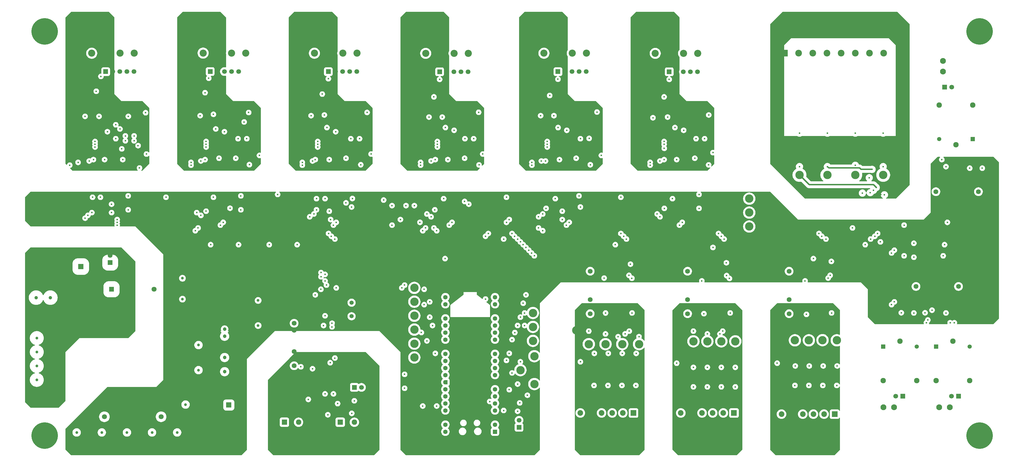
<source format=gbr>
%TF.GenerationSoftware,KiCad,Pcbnew,9.0.1*%
%TF.CreationDate,2025-12-19T01:31:39-08:00*%
%TF.ProjectId,ControlBoard,436f6e74-726f-46c4-926f-6172642e6b69,rev?*%
%TF.SameCoordinates,Original*%
%TF.FileFunction,Copper,L2,Inr*%
%TF.FilePolarity,Positive*%
%FSLAX46Y46*%
G04 Gerber Fmt 4.6, Leading zero omitted, Abs format (unit mm)*
G04 Created by KiCad (PCBNEW 9.0.1) date 2025-12-19 01:31:39*
%MOMM*%
%LPD*%
G01*
G04 APERTURE LIST*
G04 Aperture macros list*
%AMRoundRect*
0 Rectangle with rounded corners*
0 $1 Rounding radius*
0 $2 $3 $4 $5 $6 $7 $8 $9 X,Y pos of 4 corners*
0 Add a 4 corners polygon primitive as box body*
4,1,4,$2,$3,$4,$5,$6,$7,$8,$9,$2,$3,0*
0 Add four circle primitives for the rounded corners*
1,1,$1+$1,$2,$3*
1,1,$1+$1,$4,$5*
1,1,$1+$1,$6,$7*
1,1,$1+$1,$8,$9*
0 Add four rect primitives between the rounded corners*
20,1,$1+$1,$2,$3,$4,$5,0*
20,1,$1+$1,$4,$5,$6,$7,0*
20,1,$1+$1,$6,$7,$8,$9,0*
20,1,$1+$1,$8,$9,$2,$3,0*%
%AMFreePoly0*
4,1,37,0.603843,0.796157,0.639018,0.796157,0.711114,0.766294,0.766294,0.711114,0.796157,0.639018,0.796157,0.603843,0.800000,0.600000,0.800000,-0.600000,0.796157,-0.603843,0.796157,-0.639018,0.766294,-0.711114,0.711114,-0.766294,0.639018,-0.796157,0.603843,-0.796157,0.600000,-0.800000,0.000000,-0.800000,0.000000,-0.796148,-0.078414,-0.796148,-0.232228,-0.765552,-0.377117,-0.705537,
-0.507515,-0.618408,-0.618408,-0.507515,-0.705537,-0.377117,-0.765552,-0.232228,-0.796148,-0.078414,-0.796148,0.078414,-0.765552,0.232228,-0.705537,0.377117,-0.618408,0.507515,-0.507515,0.618408,-0.377117,0.705537,-0.232228,0.765552,-0.078414,0.796148,0.000000,0.796148,0.000000,0.800000,0.600000,0.800000,0.603843,0.796157,0.603843,0.796157,$1*%
%AMFreePoly1*
4,1,37,0.000000,0.796148,0.078414,0.796148,0.232228,0.765552,0.377117,0.705537,0.507515,0.618408,0.618408,0.507515,0.705537,0.377117,0.765552,0.232228,0.796148,0.078414,0.796148,-0.078414,0.765552,-0.232228,0.705537,-0.377117,0.618408,-0.507515,0.507515,-0.618408,0.377117,-0.705537,0.232228,-0.765552,0.078414,-0.796148,0.000000,-0.796148,0.000000,-0.800000,-0.600000,-0.800000,
-0.603843,-0.796157,-0.639018,-0.796157,-0.711114,-0.766294,-0.766294,-0.711114,-0.796157,-0.639018,-0.796157,-0.603843,-0.800000,-0.600000,-0.800000,0.600000,-0.796157,0.603843,-0.796157,0.639018,-0.766294,0.711114,-0.711114,0.766294,-0.639018,0.796157,-0.603843,0.796157,-0.600000,0.800000,0.000000,0.800000,0.000000,0.796148,0.000000,0.796148,$1*%
G04 Aperture macros list end*
%TA.AperFunction,ComponentPad*%
%ADD10C,3.000000*%
%TD*%
%TA.AperFunction,ComponentPad*%
%ADD11RoundRect,0.200000X0.600000X0.600000X-0.600000X0.600000X-0.600000X-0.600000X0.600000X-0.600000X0*%
%TD*%
%TA.AperFunction,ComponentPad*%
%ADD12C,1.600000*%
%TD*%
%TA.AperFunction,ComponentPad*%
%ADD13FreePoly0,180.000000*%
%TD*%
%TA.AperFunction,ComponentPad*%
%ADD14FreePoly1,180.000000*%
%TD*%
%TA.AperFunction,ComponentPad*%
%ADD15C,2.550000*%
%TD*%
%TA.AperFunction,ComponentPad*%
%ADD16R,1.700000X1.700000*%
%TD*%
%TA.AperFunction,ComponentPad*%
%ADD17C,1.700000*%
%TD*%
%TA.AperFunction,ComponentPad*%
%ADD18C,1.500000*%
%TD*%
%TA.AperFunction,ComponentPad*%
%ADD19R,1.950000X1.950000*%
%TD*%
%TA.AperFunction,ComponentPad*%
%ADD20C,1.950000*%
%TD*%
%TA.AperFunction,ComponentPad*%
%ADD21R,2.025000X2.025000*%
%TD*%
%TA.AperFunction,ComponentPad*%
%ADD22C,2.025000*%
%TD*%
%TA.AperFunction,ComponentPad*%
%ADD23C,2.100000*%
%TD*%
%TA.AperFunction,ComponentPad*%
%ADD24C,1.725000*%
%TD*%
%TA.AperFunction,ComponentPad*%
%ADD25C,1.217000*%
%TD*%
%TA.AperFunction,ComponentPad*%
%ADD26R,1.500000X1.500000*%
%TD*%
%TA.AperFunction,ComponentPad*%
%ADD27R,1.800000X1.800000*%
%TD*%
%TA.AperFunction,ComponentPad*%
%ADD28C,1.800000*%
%TD*%
%TA.AperFunction,ComponentPad*%
%ADD29C,9.500000*%
%TD*%
%TA.AperFunction,ComponentPad*%
%ADD30R,2.400000X2.400000*%
%TD*%
%TA.AperFunction,ComponentPad*%
%ADD31C,2.400000*%
%TD*%
%TA.AperFunction,ComponentPad*%
%ADD32R,1.303000X1.303000*%
%TD*%
%TA.AperFunction,ComponentPad*%
%ADD33C,1.303000*%
%TD*%
%TA.AperFunction,ViaPad*%
%ADD34C,0.600000*%
%TD*%
%TA.AperFunction,ViaPad*%
%ADD35C,1.000000*%
%TD*%
%TA.AperFunction,Conductor*%
%ADD36C,0.500000*%
%TD*%
G04 APERTURE END LIST*
D10*
%TO.N,/ADC_1/ADC2_5VFILTER_3/OUT*%
%TO.C,TP9*%
X239500000Y-124675000D03*
%TD*%
%TO.N,/ADC_1/ADC2_5VFILTER_1/OUT*%
%TO.C,TP7*%
X227500000Y-124675000D03*
%TD*%
%TO.N,/GND_A*%
%TO.C,TP39*%
X292500000Y-77500000D03*
%TD*%
%TO.N,/Control/GATE_DRIVER_RESET_A*%
%TO.C,TP38*%
X285000000Y-72500000D03*
%TD*%
%TO.N,/Control/GATE_DRIVER_READY_A*%
%TO.C,TP37*%
X285000000Y-77500000D03*
%TD*%
%TO.N,/Control/GATE_DRIVER_FAULT_A*%
%TO.C,TP36*%
X285000000Y-82500000D03*
%TD*%
D11*
%TO.N,Net-(A1-GPIO0)*%
%TO.C,A1*%
X193890000Y-156092500D03*
D12*
%TO.N,Net-(A1-GPIO1)*%
X193890000Y-153552500D03*
D13*
%TO.N,/GND_A*%
X193890000Y-151012500D03*
D12*
%TO.N,/SPI1_SCK_A*%
X193890000Y-148472500D03*
%TO.N,/SPI1_TX_A*%
X193890000Y-145932500D03*
%TO.N,/SPI1_RX_A*%
X193890000Y-143392500D03*
%TO.N,/RELAY_1_A*%
X193890000Y-140852500D03*
D13*
%TO.N,/GND_A*%
X193890000Y-138312500D03*
D12*
%TO.N,/RELAY_2_A*%
X193890000Y-135772500D03*
%TO.N,/RELAY_3_A*%
X193890000Y-133232500D03*
%TO.N,/Control/GATE_DRIVER_READY_A*%
X193890000Y-130692500D03*
%TO.N,/Control/GATE_DRIVER_RESET_A*%
X193890000Y-128152500D03*
D13*
%TO.N,/GND_A*%
X193890000Y-125612500D03*
D12*
%TO.N,/SPI2_SCK_A*%
X193890000Y-123072500D03*
%TO.N,/SPI2_TX_A*%
X193890000Y-120532500D03*
%TO.N,/SPI2_RX_A*%
X193890000Y-117992500D03*
%TO.N,/SPI2_ADC1_CS_A*%
X193890000Y-115452500D03*
D13*
%TO.N,/GND_A*%
X193890000Y-112912500D03*
D12*
%TO.N,/SPI2_ADC2_CS_A*%
X193890000Y-110372500D03*
%TO.N,/SPI2_ADC3_CS_A*%
X193890000Y-107832500D03*
%TO.N,/SPI2_ADC4_CS_A*%
X176110000Y-107832500D03*
%TO.N,/Control/PH_U_L_A*%
X176110000Y-110372500D03*
D14*
%TO.N,/GND_A*%
X176110000Y-112912500D03*
D12*
%TO.N,/Control/PH_V_L_A*%
X176110000Y-115452500D03*
%TO.N,/Control/PH_W_L_A*%
X176110000Y-117992500D03*
%TO.N,/Control/PH_U_H_A*%
X176110000Y-120532500D03*
%TO.N,/Control/PH_V_H_A*%
X176110000Y-123072500D03*
D14*
%TO.N,/GND_A*%
X176110000Y-125612500D03*
D12*
%TO.N,/Control/PH_W_H_A*%
X176110000Y-128152500D03*
%TO.N,unconnected-(A1-RUN-Pad30)_1*%
X176110000Y-130692500D03*
%TO.N,/Control/GATE_DRIVER_FAULT_A*%
X176110000Y-133232500D03*
%TO.N,/SPI1_CAN_CS_A*%
X176110000Y-135772500D03*
D14*
%TO.N,Net-(A1-AGND)*%
X176110000Y-138312500D03*
D12*
%TO.N,/SPI1_CAN_INT_A*%
X176110000Y-140852500D03*
%TO.N,unconnected-(A1-ADC_VREF-Pad35)_1*%
X176110000Y-143392500D03*
%TO.N,/+3.3V_A*%
X176110000Y-145932500D03*
%TO.N,unconnected-(A1-3V3_EN-Pad37)*%
X176110000Y-148472500D03*
D14*
%TO.N,/GND_A*%
X176110000Y-151012500D03*
D12*
%TO.N,unconnected-(A1-VSYS-Pad39)*%
X176110000Y-153552500D03*
%TO.N,unconnected-(A1-VBUS-Pad40)*%
X176110000Y-156092500D03*
%TD*%
D15*
%TO.N,/Connectors/PH_W_H_G*%
%TO.C,J20*%
X251320000Y-20400000D03*
%TO.N,/GateDriverAssembly/GateDriver_PH_W_H/GND_B*%
X256400000Y-20400000D03*
%TO.N,unconnected-(J20-Pad3)*%
X261480000Y-20400000D03*
%TO.N,/Connectors/PH_W_H_C*%
X266560000Y-20400000D03*
%TD*%
D16*
%TO.N,/Connectors/PH_W_H_G*%
%TO.C,J17*%
X256320000Y-27012500D03*
D17*
%TO.N,/GateDriverAssembly/GateDriver_PH_W_H/GND_B*%
X258860000Y-27012500D03*
%TO.N,unconnected-(J17-Pin_3-Pad3)*%
X261400000Y-27012500D03*
%TO.N,unconnected-(J17-Pin_4-Pad4)*%
X263940000Y-27012500D03*
%TO.N,/Connectors/PH_W_H_C*%
X266480000Y-27012500D03*
%TD*%
D15*
%TO.N,/Connectors/PH_W_L_C*%
%TO.C,J14*%
X226680000Y-20350000D03*
%TO.N,unconnected-(J14-Pad3)*%
X221600000Y-20350000D03*
%TO.N,/GateDriverAssembly/GateDriver_PH_W_L/GND_B*%
X216520000Y-20350000D03*
%TO.N,/Connectors/PH_W_L_G*%
X211440000Y-20350000D03*
%TD*%
D17*
%TO.N,/Connectors/PH_W_L_C*%
%TO.C,J9*%
X226600000Y-26962500D03*
%TO.N,unconnected-(J9-Pin_4-Pad4)*%
X224060000Y-26962500D03*
%TO.N,unconnected-(J9-Pin_3-Pad3)*%
X221520000Y-26962500D03*
%TO.N,/GateDriverAssembly/GateDriver_PH_W_L/GND_B*%
X218980000Y-26962500D03*
D16*
%TO.N,/Connectors/PH_W_L_G*%
X216440000Y-26962500D03*
%TD*%
D15*
%TO.N,/Connectors/PH_V_H_G*%
%TO.C,J19*%
X169060000Y-20400000D03*
%TO.N,/GateDriverAssembly/GateDriver_PH_V_H/GND_B*%
X174140000Y-20400000D03*
%TO.N,unconnected-(J19-Pad3)*%
X179220000Y-20400000D03*
%TO.N,/Connectors/PH_V_H_C*%
X184300000Y-20400000D03*
%TD*%
D16*
%TO.N,/Connectors/PH_V_H_G*%
%TO.C,J16*%
X174060000Y-27012500D03*
D17*
%TO.N,/GateDriverAssembly/GateDriver_PH_V_H/GND_B*%
X176600000Y-27012500D03*
%TO.N,unconnected-(J16-Pin_3-Pad3)*%
X179140000Y-27012500D03*
%TO.N,unconnected-(J16-Pin_4-Pad4)*%
X181680000Y-27012500D03*
%TO.N,/Connectors/PH_V_H_C*%
X184220000Y-27012500D03*
%TD*%
D15*
%TO.N,/Connectors/PH_V_L_G*%
%TO.C,J13*%
X129180000Y-20350000D03*
%TO.N,/GateDriverAssembly/GateDriver_PH_V_L/GND_B*%
X134260000Y-20350000D03*
%TO.N,unconnected-(J13-Pad3)*%
X139340000Y-20350000D03*
%TO.N,/Connectors/PH_V_L_C*%
X144420000Y-20350000D03*
%TD*%
D16*
%TO.N,/Connectors/PH_V_L_G*%
%TO.C,J8*%
X134180000Y-26962500D03*
D17*
%TO.N,/GateDriverAssembly/GateDriver_PH_V_L/GND_B*%
X136720000Y-26962500D03*
%TO.N,unconnected-(J8-Pin_3-Pad3)*%
X139260000Y-26962500D03*
%TO.N,unconnected-(J8-Pin_4-Pad4)*%
X141800000Y-26962500D03*
%TO.N,/Connectors/PH_V_L_C*%
X144340000Y-26962500D03*
%TD*%
D15*
%TO.N,/Connectors/PH_U_H_C*%
%TO.C,J18*%
X104540000Y-20300000D03*
%TO.N,unconnected-(J18-Pad3)*%
X99460000Y-20300000D03*
%TO.N,/GateDriverAssembly/GateDriver_PH_U_H/GND_B*%
X94380000Y-20300000D03*
%TO.N,/Connectors/PH_U_H_G*%
X89300000Y-20300000D03*
%TD*%
D16*
%TO.N,/Connectors/PH_U_H_G*%
%TO.C,J15*%
X91840000Y-26912500D03*
D17*
%TO.N,/GateDriverAssembly/GateDriver_PH_U_H/GND_B*%
X94380000Y-26912500D03*
%TO.N,unconnected-(J15-Pin_3-Pad3)*%
X96920000Y-26912500D03*
%TO.N,unconnected-(J15-Pin_4-Pad4)*%
X99460000Y-26912500D03*
%TO.N,/Connectors/PH_U_H_C*%
X102000000Y-26912500D03*
%TD*%
D18*
%TO.N,Net-(IC5-OSC2)*%
%TO.C,Y1*%
X142500000Y-109795000D03*
%TO.N,Net-(IC5-OSC1)*%
X142500000Y-114675000D03*
%TD*%
D10*
%TO.N,/SPI1_TX_A*%
%TO.C,TP26*%
X203000000Y-134000000D03*
%TD*%
%TO.N,/ADC_2/ADC4_5VFILTER_1/OUT*%
%TO.C,TP14*%
X316367500Y-123286250D03*
%TD*%
%TO.N,/Control/PH_W_L_A*%
%TO.C,TP32*%
X165000000Y-114500000D03*
%TD*%
D19*
%TO.N,/Connectors/+VIN_Z*%
%TO.C,J22*%
X45450000Y-96855000D03*
D20*
%TO.N,/Connectors/VIN_GND*%
X45450000Y-91855000D03*
%TD*%
D19*
%TO.N,/+12V_A*%
%TO.C,J27*%
X98500000Y-146500000D03*
D20*
%TO.N,/GND_A*%
X93500000Y-146500000D03*
%TD*%
D21*
%TO.N,/ISENSE_PH_W_Y*%
%TO.C,J24*%
X243525000Y-149356250D03*
D22*
%TO.N,/ISENSE_PH_V_Y*%
X239715000Y-149356250D03*
%TO.N,/ISENSE_PH_U_Y*%
X235905000Y-149356250D03*
%TO.N,/ISENSE_DC_LINK_Y*%
X232095000Y-149356250D03*
%TO.N,/ISENSE_GND_Y*%
X228285000Y-149356250D03*
%TO.N,/+5V_Y*%
X224475000Y-149356250D03*
%TD*%
D10*
%TO.N,/Control/PH_V_L_A*%
%TO.C,TP31*%
X165000000Y-109462500D03*
%TD*%
%TO.N,/ADC_1/VoltageSenseInputStage3/LV_OUT*%
%TO.C,TP4*%
X303000000Y-64000000D03*
%TD*%
D23*
%TO.N,/RELAY1_COM*%
%TO.C,J6*%
X336905000Y-147285000D03*
%TO.N,/RELAY1_NO*%
X333095000Y-147285000D03*
%TD*%
D10*
%TO.N,/SPI2_TX_A*%
%TO.C,TP22*%
X207500000Y-118500000D03*
%TD*%
%TO.N,/Control/PH_U_L_A*%
%TO.C,TP30*%
X165000000Y-104500000D03*
%TD*%
%TO.N,/ADC_2/ADC4_5VFILTER_4/OUT*%
%TO.C,TP20*%
X301367500Y-123286250D03*
%TD*%
D24*
%TO.N,/+12V_A*%
%TO.C,PS1*%
X228000000Y-98515000D03*
%TO.N,/GND_A*%
X228000000Y-101055000D03*
%TO.N,/ISENSE_GND_Y*%
X228000000Y-108675000D03*
%TO.N,/+5V_Y*%
X228000000Y-113755000D03*
%TD*%
D10*
%TO.N,/SPI2_SCK_A*%
%TO.C,TP21*%
X207500000Y-123500000D03*
%TD*%
D25*
%TO.N,/Connectors/+VIN_Z*%
%TO.C,F1*%
X34550000Y-108000000D03*
%TO.N,Net-(D3-A)*%
X29450000Y-108000000D03*
%TD*%
D26*
%TO.N,Net-(IC13-C2{slash}A2)*%
%TO.C,K1*%
X333000000Y-125590000D03*
D20*
%TO.N,/RELAY1_NO*%
X333000000Y-137790000D03*
%TO.N,unconnected-(K1-NC-Pad3)*%
X345000000Y-137790000D03*
D18*
%TO.N,/OutputRelays/+5V_A_INT_2*%
X345000000Y-125590000D03*
D20*
%TO.N,/RELAY1_COM*%
X339000000Y-123590000D03*
%TD*%
D10*
%TO.N,/ADC_1/ADC2_5VFILTER_2/OUT*%
%TO.C,TP8*%
X233500000Y-124675000D03*
%TD*%
D16*
%TO.N,Net-(JP1-A)*%
%TO.C,JP1*%
X143500000Y-140175000D03*
D17*
%TO.N,/CAN/CAN_H_B*%
X146040000Y-140175000D03*
%TD*%
D10*
%TO.N,/Control/PH_U_H_A*%
%TO.C,TP33*%
X165000000Y-119462500D03*
%TD*%
D24*
%TO.N,/+12V_A*%
%TO.C,PS13*%
X351887500Y-70000000D03*
%TO.N,/GND_A*%
X354427500Y-70000000D03*
X362047500Y-70000000D03*
%TO.N,/OutputRelays/+5V_A_INT*%
X367127500Y-70000000D03*
%TD*%
D10*
%TO.N,/GND_A*%
%TO.C,TP24*%
X209000000Y-105000000D03*
%TD*%
D27*
%TO.N,Net-(C140-+)*%
%TO.C,PS7*%
X56460000Y-105000000D03*
D28*
%TO.N,/Connectors/VIN_GND*%
X61540000Y-105000000D03*
%TO.N,unconnected-(PS7-CONTROL-Pad4)*%
X71700000Y-105000000D03*
%TO.N,/+12V_A*%
X53920000Y-150720000D03*
%TO.N,/GND_A*%
X64080000Y-150720000D03*
%TO.N,unconnected-(PS7-TRIM-Pad8)*%
X74240000Y-150720000D03*
%TD*%
D10*
%TO.N,/ADC_2/ADC4_5VFILTER_3/OUT*%
%TO.C,TP18*%
X306367500Y-123286250D03*
%TD*%
D24*
%TO.N,/+12V_A*%
%TO.C,PS14*%
X344760000Y-104000000D03*
%TO.N,/GND_A*%
X347300000Y-104000000D03*
X354920000Y-104000000D03*
%TO.N,/OutputRelays/+5V_A_INT_2*%
X360000000Y-104000000D03*
%TD*%
%TO.N,/+12V_A*%
%TO.C,PS4*%
X121915000Y-117175000D03*
%TO.N,/GND_A*%
X121915000Y-119715000D03*
%TO.N,/CAN/CAN_GND*%
X121915000Y-127335000D03*
%TO.N,/CAN/CAN_ISO_5V*%
X121915000Y-132415000D03*
%TD*%
D10*
%TO.N,/Control/PH_W_H_A*%
%TO.C,TP35*%
X165000000Y-129462500D03*
%TD*%
%TO.N,/ADC_1/VoltageSenseInputStage/LV_OUT*%
%TO.C,TP3*%
X333000000Y-64000000D03*
%TD*%
%TO.N,/ADC_1/VoltageSenseInputStage2/LV_OUT*%
%TO.C,TP6*%
X313000000Y-64000000D03*
%TD*%
D23*
%TO.N,/RELAY2_COM*%
%TO.C,J4*%
X356905000Y-147285000D03*
%TO.N,/RELAY2_NO*%
X353095000Y-147285000D03*
%TD*%
D10*
%TO.N,/ADC_2/ADC3_5VFILTER_3/OUT*%
%TO.C,TP17*%
X270000000Y-123675000D03*
%TD*%
D26*
%TO.N,Net-(IC13-C1{slash}A1)*%
%TO.C,K2*%
X352000000Y-125590000D03*
D20*
%TO.N,/RELAY2_NO*%
X352000000Y-137790000D03*
%TO.N,unconnected-(K2-NC-Pad3)*%
X364000000Y-137790000D03*
D18*
%TO.N,/OutputRelays/+5V_A_INT_2*%
X364000000Y-125590000D03*
D20*
%TO.N,/RELAY2_COM*%
X358000000Y-123590000D03*
%TD*%
D10*
%TO.N,/SPI2_RX_A*%
%TO.C,TP23*%
X207500000Y-113500000D03*
%TD*%
%TO.N,/ADC_2/ADC3_5VFILTER_2/OUT*%
%TO.C,TP15*%
X265000000Y-123675000D03*
%TD*%
D23*
%TO.N,/RELAY3_COM*%
%TO.C,J5*%
X354450000Y-23095000D03*
%TO.N,/RELAY3_NO*%
X354450000Y-26905000D03*
%TD*%
D29*
%TO.N,unconnected-(H3-Pad1)*%
%TO.C,H3*%
X32500000Y-157500000D03*
%TD*%
D10*
%TO.N,/ADC_2/ADC4_5VFILTER_2/OUT*%
%TO.C,TP16*%
X311250000Y-123250000D03*
%TD*%
%TO.N,/ADC_2/ADC3_5VFILTER_4/OUT*%
%TO.C,TP19*%
X275000000Y-123675000D03*
%TD*%
%TO.N,/ISENSE_GND_Y*%
%TO.C,TP2*%
X223000000Y-119675000D03*
%TD*%
D29*
%TO.N,unconnected-(H1-Pad1)*%
%TO.C,H1*%
X32500000Y-12500000D03*
%TD*%
%TO.N,unconnected-(H4-Pad1)*%
%TO.C,H4*%
X367500000Y-157500000D03*
%TD*%
D10*
%TO.N,/ADC_1/ADC2_5VFILTER_4/OUT*%
%TO.C,TP10*%
X245500000Y-124675000D03*
%TD*%
%TO.N,/GND_W*%
%TO.C,TP11*%
X259000000Y-119675000D03*
%TD*%
%TO.N,/GND_A*%
%TO.C,TP28*%
X206000000Y-146000000D03*
%TD*%
D29*
%TO.N,unconnected-(H2-Pad1)*%
%TO.C,H2*%
X367500000Y-12500000D03*
%TD*%
D10*
%TO.N,/SPI1_SCK_A*%
%TO.C,TP25*%
X208000000Y-139000000D03*
%TD*%
D19*
%TO.N,/CAN/CAN_L_B*%
%TO.C,J10*%
X118420000Y-152675000D03*
D20*
%TO.N,/CAN/CAN_H_B*%
X123500000Y-152675000D03*
%TO.N,/CAN/CAN_GND*%
X128580000Y-152675000D03*
%TD*%
D10*
%TO.N,/GND_A*%
%TO.C,TP29*%
X165000000Y-96962500D03*
%TD*%
D30*
%TO.N,/GND_U*%
%TO.C,J25*%
X297600000Y-20350000D03*
D31*
%TO.N,/PH_W_VSENSE_U*%
X302680000Y-20350000D03*
%TO.N,/GND_U*%
X307760000Y-20350000D03*
%TO.N,/PH_V_VSENSE_U*%
X312840000Y-20350000D03*
%TO.N,/GND_U*%
X317920000Y-20350000D03*
%TO.N,/PH_U_VSENSE_U*%
X323000000Y-20350000D03*
%TO.N,/GND_U*%
X328080000Y-20350000D03*
%TO.N,/DC_LINK_VSENSE_U*%
X333160000Y-20350000D03*
%TD*%
D10*
%TO.N,/GND_V*%
%TO.C,TP12*%
X295000000Y-120000000D03*
%TD*%
%TO.N,/ADC_2/ADC3_5VFILTER_1/OUT*%
%TO.C,TP13*%
X280000000Y-123675000D03*
%TD*%
D21*
%TO.N,/MTR_TMP_W*%
%TO.C,J26*%
X279525000Y-149356250D03*
D22*
%TO.N,/HALL_PH_W_W*%
X275715000Y-149356250D03*
%TO.N,/HALL_PH_V_W*%
X271905000Y-149356250D03*
%TO.N,/HALL_PH_U_W*%
X268095000Y-149356250D03*
%TO.N,/GND_W*%
X264285000Y-149356250D03*
%TO.N,/+5V_W*%
X260475000Y-149356250D03*
%TD*%
D10*
%TO.N,/ADC_1/VoltageSenseInputStage1/LV_OUT*%
%TO.C,TP5*%
X323000000Y-64000000D03*
%TD*%
%TO.N,/Control/PH_V_H_A*%
%TO.C,TP34*%
X165000000Y-124500000D03*
%TD*%
D24*
%TO.N,/+12V_A*%
%TO.C,PS2*%
X262915000Y-98515000D03*
%TO.N,/GND_A*%
X262915000Y-101055000D03*
%TO.N,/GND_W*%
X262915000Y-108675000D03*
%TO.N,/+5V_W*%
X262915000Y-113755000D03*
%TD*%
D26*
%TO.N,Net-(IC14-C2{slash}A2)*%
%TO.C,K3*%
X365085000Y-51150000D03*
D20*
%TO.N,/RELAY3_NO*%
X365085000Y-38950000D03*
%TO.N,unconnected-(K3-NC-Pad3)*%
X353085000Y-38950000D03*
D18*
%TO.N,/OutputRelays/+5V_A_INT*%
X353085000Y-51150000D03*
D20*
%TO.N,/RELAY3_COM*%
X359085000Y-53150000D03*
%TD*%
D19*
%TO.N,/CAN/CAN_L_B*%
%TO.C,J11*%
X138420000Y-152675000D03*
D20*
%TO.N,/CAN/CAN_H_B*%
X143500000Y-152675000D03*
%TO.N,/CAN/CAN_GND*%
X148580000Y-152675000D03*
%TD*%
D10*
%TO.N,/GND_U*%
%TO.C,TP1*%
X339000000Y-50000000D03*
%TD*%
%TO.N,/SPI1_RX_A*%
%TO.C,TP27*%
X208000000Y-129000000D03*
%TD*%
D24*
%TO.N,/+12V_A*%
%TO.C,PS3*%
X299282500Y-98515000D03*
%TO.N,/GND_A*%
X299282500Y-101055000D03*
%TO.N,/GND_V*%
X299282500Y-108675000D03*
%TO.N,/+5V_V*%
X299282500Y-113755000D03*
%TD*%
D21*
%TO.N,/HEATSINK_TMP_V*%
%TO.C,J28*%
X315607500Y-149786250D03*
D22*
%TO.N,/THROTTLE_V*%
X311797500Y-149786250D03*
%TO.N,/REGEN_THROTTLE_V*%
X307987500Y-149786250D03*
%TO.N,/SPARE_V*%
X304177500Y-149786250D03*
%TO.N,/GND_V*%
X300367500Y-149786250D03*
%TO.N,/+5V_V*%
X296557500Y-149786250D03*
%TD*%
D16*
%TO.N,Net-(A1-GPIO0)*%
%TO.C,J29*%
X202500000Y-154502500D03*
D17*
%TO.N,Net-(A1-GPIO1)*%
X202500000Y-151962500D03*
%TD*%
D32*
%TO.N,/GND_A*%
%TO.C,PS6*%
X97000000Y-116760000D03*
D33*
%TO.N,/+12V_A*%
X97000000Y-119300000D03*
%TO.N,unconnected-(PS6-CTRL-CONTROL_INPUT_CAN_(CAN_BE_LEFT_OPEN)-Pad3)*%
X97000000Y-121840000D03*
%TO.N,/+3.3V_A*%
X97000000Y-129460000D03*
%TO.N,/GND_A*%
X97000000Y-132000000D03*
%TO.N,unconnected-(PS6-NC-Pad8)*%
X97000000Y-134540000D03*
%TD*%
D16*
%TO.N,/Connectors/PH_U_L_G*%
%TO.C,J7*%
X54380000Y-26962500D03*
D17*
%TO.N,/GateDriverAssembly/GateDriver_PH_U_L/GND_B*%
X56920000Y-26962500D03*
%TO.N,unconnected-(J7-Pin_3-Pad3)*%
X59460000Y-26962500D03*
%TO.N,unconnected-(J7-Pin_4-Pad4)*%
X62000000Y-26962500D03*
%TO.N,/Connectors/PH_U_L_C*%
X64540000Y-26962500D03*
%TD*%
D16*
%TO.N,/RELAY3_COM*%
%TO.C,J2*%
X355000000Y-32500000D03*
D17*
%TO.N,/RELAY3_NO*%
X357540000Y-32500000D03*
%TD*%
D16*
%TO.N,/RELAY1_COM*%
%TO.C,J3*%
X340000000Y-143335000D03*
D17*
%TO.N,/RELAY1_NO*%
X337460000Y-143335000D03*
%TD*%
D16*
%TO.N,/RELAY2_COM*%
%TO.C,J1*%
X360000000Y-143335000D03*
D17*
%TO.N,/RELAY2_NO*%
X357460000Y-143335000D03*
%TD*%
D16*
%TO.N,/Connectors/+VIN_Z*%
%TO.C,J21*%
X56000000Y-95455000D03*
D17*
%TO.N,/Connectors/VIN_GND*%
X56000000Y-92915000D03*
%TD*%
D15*
%TO.N,/Connectors/PH_U_L_G*%
%TO.C,J12*%
X49380000Y-20350000D03*
%TO.N,/GateDriverAssembly/GateDriver_PH_U_L/GND_B*%
X54460000Y-20350000D03*
%TO.N,unconnected-(J12-Pad3)*%
X59540000Y-20350000D03*
%TO.N,/Connectors/PH_U_L_C*%
X64620000Y-20350000D03*
%TD*%
D34*
%TO.N,/GND_A*%
X279000000Y-83000000D03*
X249000000Y-83000000D03*
X268000000Y-83000000D03*
X225000000Y-83454031D03*
X208000000Y-134000000D03*
X205000000Y-160000000D03*
X165000000Y-160000000D03*
X185000000Y-140000000D03*
X185000000Y-120000000D03*
X290000000Y-80000000D03*
X290000000Y-75000000D03*
X300000000Y-80000000D03*
X335000000Y-85000000D03*
X355000000Y-65000000D03*
X370000000Y-65000000D03*
X370000000Y-90000000D03*
X370000000Y-100000000D03*
X370000000Y-110000000D03*
X350000000Y-105000000D03*
X340000000Y-105000000D03*
X340000000Y-100000000D03*
X330000000Y-110000000D03*
X330000000Y-100000000D03*
X325000000Y-100000000D03*
X295000000Y-100000000D03*
X285000000Y-100000000D03*
X260000000Y-100000000D03*
X250000000Y-100000000D03*
X225000000Y-100000000D03*
X215000000Y-100000000D03*
X195000000Y-100000000D03*
X195000000Y-90000000D03*
X185000000Y-100000000D03*
X185000000Y-90000000D03*
X165000000Y-90000000D03*
X155000000Y-90000000D03*
X155000000Y-100000000D03*
X145000000Y-100000000D03*
X145000000Y-90000000D03*
X130000000Y-90000000D03*
X125000000Y-100000000D03*
X110000000Y-100000000D03*
X100000000Y-100000000D03*
X80000000Y-95000000D03*
X75000000Y-85000000D03*
X40000000Y-75000000D03*
X30000000Y-75000000D03*
X27500000Y-80000000D03*
X27500000Y-72500000D03*
%TO.N,/GateDriverAssembly/GateDriver_PH_W_H/GND_B*%
X258000000Y-40000000D03*
X261000000Y-38000000D03*
X271000000Y-45000000D03*
X272000000Y-47000000D03*
X271000000Y-51000000D03*
X271000000Y-54000000D03*
X262000000Y-55000000D03*
X263000000Y-53000000D03*
X264000000Y-50000000D03*
X264000000Y-47000000D03*
X245000000Y-45000000D03*
X245000000Y-42500000D03*
X245000000Y-40000000D03*
X245000000Y-32500000D03*
X245000000Y-37500000D03*
X245000000Y-35000000D03*
X245000000Y-30000000D03*
X245000000Y-27500000D03*
X245000000Y-25000000D03*
X245000000Y-22500000D03*
X245000000Y-20000000D03*
X245000000Y-15000000D03*
X245000000Y-17500000D03*
X245000000Y-12500000D03*
X245000000Y-10000000D03*
X257500000Y-17500000D03*
X257500000Y-15000000D03*
X257500000Y-12500000D03*
X257500000Y-10000000D03*
X257500000Y-7500000D03*
X255000000Y-7500000D03*
X252500000Y-7500000D03*
X247500000Y-7500000D03*
X250000000Y-7500000D03*
X250000000Y-7500000D03*
X245000000Y-7500000D03*
%TO.N,/GateDriverAssembly/GateDriver_PH_U_L/GND_B*%
X57500000Y-37500000D03*
X55000000Y-40000000D03*
%TO.N,/GateDriverAssembly/GateDriver_PH_U_H/GND_B*%
X95000000Y-37500000D03*
%TO.N,/GateDriverAssembly/GateDriver_PH_V_L/GND_B*%
X135000000Y-40000000D03*
%TO.N,/GateDriverAssembly/GateDriver_PH_V_H/GND_B*%
X177500000Y-37500000D03*
%TO.N,/GateDriverAssembly/GateDriver_PH_W_L/GND_B*%
X217500000Y-40000000D03*
X220000000Y-55000000D03*
X222500000Y-52500000D03*
X222500000Y-50000000D03*
X222500000Y-47500000D03*
X230000000Y-55000000D03*
X230000000Y-52500000D03*
X230000000Y-50000000D03*
X230000000Y-47500000D03*
X230000000Y-45000000D03*
X205000000Y-47500000D03*
X205000000Y-45000000D03*
X205000000Y-40000000D03*
X205000000Y-42500000D03*
X205000000Y-37500000D03*
X205000000Y-35000000D03*
X205000000Y-32500000D03*
X205000000Y-30000000D03*
X205000000Y-27500000D03*
X205000000Y-22500000D03*
X205000000Y-25000000D03*
X205000000Y-20000000D03*
X205000000Y-17500000D03*
X205000000Y-15000000D03*
X205000000Y-12500000D03*
X205000000Y-10000000D03*
X217500000Y-17500000D03*
X217500000Y-15000000D03*
X217500000Y-12500000D03*
X217500000Y-10000000D03*
X217500000Y-7500000D03*
X215000000Y-7500000D03*
X212500000Y-7500000D03*
X210000000Y-7500000D03*
X207500000Y-7500000D03*
X205000000Y-7500000D03*
%TO.N,/GateDriverAssembly/GateDriver_PH_V_H/GND_B*%
X182000000Y-45000000D03*
X189000000Y-48000000D03*
X188000000Y-54000000D03*
X180000000Y-55000000D03*
X181000000Y-51000000D03*
X181000000Y-48000000D03*
X187500000Y-50000000D03*
X187500000Y-45000000D03*
X162500000Y-47500000D03*
X162500000Y-45000000D03*
X162500000Y-42500000D03*
X162500000Y-40000000D03*
X162500000Y-35000000D03*
X162500000Y-37500000D03*
X162500000Y-32500000D03*
X162500000Y-30000000D03*
X162500000Y-27500000D03*
X162500000Y-25000000D03*
X162500000Y-22500000D03*
X162500000Y-20000000D03*
X162500000Y-17500000D03*
X162500000Y-15000000D03*
X162500000Y-12500000D03*
X162500000Y-10000000D03*
X175000000Y-17500000D03*
X175000000Y-15000000D03*
X175000000Y-12500000D03*
X175000000Y-10000000D03*
X175000000Y-7500000D03*
X172500000Y-7500000D03*
X170000000Y-7500000D03*
X167500000Y-7500000D03*
X165000000Y-7500000D03*
X162346478Y-7577075D03*
%TO.N,/GateDriverAssembly/GateDriver_PH_V_L/GND_B*%
X137500000Y-55000000D03*
X140000000Y-52500000D03*
X140000000Y-50000000D03*
X140000000Y-47500000D03*
X147500000Y-55000000D03*
X147500000Y-52500000D03*
X147500000Y-50000000D03*
X147500000Y-47500000D03*
X147500000Y-45000000D03*
X122500000Y-47500000D03*
X122500000Y-45000000D03*
X122500000Y-42500000D03*
X122500000Y-40000000D03*
X122500000Y-37500000D03*
X122500000Y-35000000D03*
X122500000Y-32500000D03*
X122500000Y-30000000D03*
X122500000Y-27500000D03*
X122500000Y-22500000D03*
X122500000Y-25000000D03*
X122500000Y-20000000D03*
X122500000Y-17500000D03*
X122500000Y-15000000D03*
X122500000Y-12500000D03*
X122500000Y-10000000D03*
X135000000Y-17500000D03*
X135000000Y-15000000D03*
X135000000Y-12500000D03*
X135000000Y-10000000D03*
X135000000Y-7500000D03*
X132500000Y-7500000D03*
X127500000Y-7500000D03*
X130000000Y-7500000D03*
X125000000Y-7500000D03*
X122500000Y-7500000D03*
%TO.N,/GateDriverAssembly/GateDriver_PH_U_L/GND_B*%
X67500000Y-45000000D03*
X67500000Y-52500000D03*
X67500000Y-50000000D03*
X60000000Y-52500000D03*
X57500000Y-47500000D03*
X60000000Y-45000000D03*
X67500000Y-47500000D03*
X42500000Y-47500000D03*
X42500000Y-42500000D03*
X42500000Y-40000000D03*
X42500000Y-37500000D03*
X42500000Y-35000000D03*
X42500000Y-30000000D03*
X42500000Y-27500000D03*
X42500000Y-25000000D03*
X42500000Y-20000000D03*
X42500000Y-17500000D03*
X42500000Y-15000000D03*
X42500000Y-10000000D03*
X42500000Y-7500000D03*
X55000000Y-17500000D03*
X55000000Y-15000000D03*
X55000000Y-12500000D03*
X55000000Y-10000000D03*
X55000000Y-7500000D03*
X52500000Y-7500000D03*
X50000000Y-7500000D03*
X47500000Y-7500000D03*
X45000000Y-7500000D03*
X42500000Y-12500000D03*
X42500000Y-22500000D03*
X42500000Y-32500000D03*
X42500000Y-45000000D03*
%TO.N,Net-(IC8-DESAT)*%
X54000000Y-58500000D03*
%TO.N,Net-(D4-A)*%
X52000000Y-43000000D03*
%TO.N,Net-(D4-K)*%
X47000000Y-43000000D03*
%TO.N,Net-(FB2-Pad2)*%
X51000000Y-34000000D03*
%TO.N,/Connectors/PH_U_L_G*%
X52671250Y-28671250D03*
%TO.N,/+12V_A*%
X239000000Y-72000000D03*
X198000000Y-72000000D03*
X154000000Y-73000000D03*
X116000000Y-71000000D03*
X76000000Y-72000000D03*
%TO.N,/+3.3V_A*%
X305000000Y-102000000D03*
X268000000Y-102000000D03*
X233000000Y-101000000D03*
%TO.N,/+12V_A*%
X123000000Y-89000000D03*
X113000000Y-89000000D03*
X102000000Y-89000000D03*
X92000000Y-89000000D03*
%TO.N,Net-(D10-K)*%
X250500000Y-43500000D03*
%TO.N,Net-(D10-A)*%
X255750000Y-43250000D03*
%TO.N,Net-(D12-K)*%
X210250000Y-42750000D03*
%TO.N,Net-(D12-A)*%
X215000000Y-42750000D03*
%TO.N,Net-(D6-A)*%
X175000000Y-43250000D03*
%TO.N,Net-(D6-K)*%
X170250000Y-43250000D03*
%TO.N,Net-(D8-K)*%
X128000000Y-42750000D03*
%TO.N,Net-(D8-A)*%
X132750000Y-42500000D03*
%TO.N,Net-(D1-A)*%
X93000000Y-42250000D03*
%TO.N,Net-(D1-K)*%
X88250000Y-42750000D03*
%TO.N,/GateDriverAssembly/GateDriver_PH_U_L/+15V_B*%
X64562500Y-51750000D03*
X64562500Y-50000000D03*
%TO.N,/GateDriverAssembly/GateDriver_PH_U_L/-9V_B*%
X61437500Y-51750000D03*
X61437500Y-50000000D03*
%TO.N,/GND_W*%
X281500000Y-112500000D03*
X281250000Y-119250000D03*
%TO.N,/ISENSE_GND_Y*%
X246500000Y-119500000D03*
X246250000Y-112750000D03*
X236750000Y-110250000D03*
%TO.N,/GND_W*%
X271750000Y-110250000D03*
%TO.N,/GND_V*%
X308250000Y-110250000D03*
X316500000Y-119500000D03*
X316250000Y-112250000D03*
%TO.N,/GND_U*%
X332175000Y-71000000D03*
%TO.N,Net-(IC2-REF)*%
X333445000Y-71117500D03*
%TO.N,Net-(IC2-VDDF)*%
X325562500Y-70500000D03*
%TO.N,/GateDriverAssembly/GateDriver_PH_W_H/+15V_B*%
X258377500Y-47000000D03*
%TO.N,/GateDriverAssembly/GateDriver_PH_W_H/-9V_B*%
X261502500Y-48000000D03*
%TO.N,/GateDriverAssembly/GateDriver_PH_W_L/+15V_B*%
X216497500Y-47000000D03*
%TO.N,/GateDriverAssembly/GateDriver_PH_W_L/-9V_B*%
X219622500Y-48000000D03*
%TO.N,/GateDriverAssembly/GateDriver_PH_V_H/+15V_B*%
X176117500Y-47000000D03*
%TO.N,/GateDriverAssembly/GateDriver_PH_V_H/-9V_B*%
X179242500Y-48000000D03*
%TO.N,/GateDriverAssembly/GateDriver_PH_V_L/+15V_B*%
X133675000Y-47000000D03*
%TO.N,/GateDriverAssembly/GateDriver_PH_V_L/-9V_B*%
X136800000Y-48500000D03*
%TO.N,/GateDriverAssembly/GateDriver_PH_U_H/+15V_B*%
X104000000Y-45000000D03*
X93817500Y-47500000D03*
%TO.N,/GateDriverAssembly/GateDriver_PH_U_H/-9V_B*%
X96942500Y-48500000D03*
%TO.N,Net-(IC11-DESAT)*%
X259000000Y-58500000D03*
X254500000Y-58500000D03*
%TO.N,Net-(IC12-DESAT)*%
X212000000Y-59000000D03*
X217000000Y-58500000D03*
%TO.N,Net-(IC9-DESAT)*%
X172500000Y-58500000D03*
X177000000Y-58500000D03*
%TO.N,Net-(IC10-DESAT)*%
X129500000Y-58500000D03*
X134500000Y-58500000D03*
%TO.N,Net-(IC7-DESAT)*%
X90000000Y-58500000D03*
X95000000Y-58000000D03*
%TO.N,/GateDriverAssembly/GateDriver_PH_W_H/+15V_B*%
X254502500Y-52000000D03*
X254502500Y-53000000D03*
X254551250Y-54448750D03*
%TO.N,/GateDriverAssembly/GateDriver_PH_W_L/+15V_B*%
X212622500Y-54000000D03*
X212622500Y-53000000D03*
X212622500Y-52000000D03*
%TO.N,/GateDriverAssembly/GateDriver_PH_V_H/+15V_B*%
X173242500Y-54000000D03*
X173242500Y-53000000D03*
X173242500Y-52000000D03*
%TO.N,/GateDriverAssembly/GateDriver_PH_V_L/+15V_B*%
X130362500Y-54000000D03*
X130362500Y-53000000D03*
X130362500Y-52000000D03*
%TO.N,/GateDriverAssembly/GateDriver_PH_U_H/+15V_B*%
X90380000Y-54000000D03*
X90380000Y-52000000D03*
X90380000Y-53000000D03*
%TO.N,/GateDriverAssembly/GateDriver_PH_W_H/-9V_B*%
X253000000Y-59000000D03*
%TO.N,/GateDriverAssembly/GateDriver_PH_W_L/-9V_B*%
X210500000Y-59000000D03*
%TO.N,/GateDriverAssembly/GateDriver_PH_V_H/-9V_B*%
X171000000Y-59000000D03*
%TO.N,/GateDriverAssembly/GateDriver_PH_V_L/-9V_B*%
X128500000Y-59000000D03*
%TO.N,/GateDriverAssembly/GateDriver_PH_U_H/-9V_B*%
X88500000Y-59000000D03*
%TO.N,/GateDriverAssembly/GateDriver_PH_U_H/+15V_B*%
X101000000Y-58000000D03*
%TO.N,/GateDriverAssembly/GateDriver_PH_V_L/+15V_B*%
X140500000Y-58000000D03*
%TO.N,/GateDriverAssembly/GateDriver_PH_V_H/+15V_B*%
X183000000Y-58000000D03*
%TO.N,/GateDriverAssembly/GateDriver_PH_W_L/+15V_B*%
X223000000Y-58000000D03*
%TO.N,/GateDriverAssembly/GateDriver_PH_W_H/+15V_B*%
X265500000Y-58000000D03*
%TO.N,/GateDriverAssembly/GateDriver_PH_W_H/-9V_B*%
X249495000Y-60500000D03*
X249495000Y-59500000D03*
%TO.N,/GateDriverAssembly/GateDriver_PH_W_L/-9V_B*%
X207115000Y-60500000D03*
X207115000Y-59500000D03*
%TO.N,/GateDriverAssembly/GateDriver_PH_V_H/-9V_B*%
X167235000Y-60500000D03*
X167235000Y-59500000D03*
%TO.N,/GateDriverAssembly/GateDriver_PH_V_L/-9V_B*%
X124855000Y-60500000D03*
X124855000Y-59500000D03*
%TO.N,/GateDriverAssembly/GateDriver_PH_U_H/-9V_B*%
X84975000Y-59500000D03*
X84975000Y-60500000D03*
%TO.N,/GateDriverAssembly/GateDriver_PH_U_H/GND_B*%
X102500000Y-62000000D03*
%TO.N,Net-(LED10-A)*%
X105880000Y-60300000D03*
%TO.N,/GateDriverAssembly/GateDriver_PH_V_L/GND_B*%
X142500000Y-62000000D03*
%TO.N,Net-(LED24-A)*%
X145800000Y-60350000D03*
%TO.N,/GateDriverAssembly/GateDriver_PH_V_H/GND_B*%
X184500000Y-62000000D03*
%TO.N,Net-(LED20-A)*%
X188180000Y-60400000D03*
%TO.N,/GateDriverAssembly/GateDriver_PH_W_L/GND_B*%
X224000000Y-62000000D03*
%TO.N,Net-(LED32-A)*%
X228060000Y-60350000D03*
%TO.N,/GateDriverAssembly/GateDriver_PH_W_H/GND_B*%
X266500000Y-62000000D03*
%TO.N,Net-(LED28-A)*%
X270440000Y-60400000D03*
%TO.N,/GateDriverAssembly/GateDriver_PH_W_L/+15V_B*%
X232000000Y-57000000D03*
%TO.N,/GateDriverAssembly/GateDriver_PH_V_H/+15V_B*%
X189500000Y-56500000D03*
%TO.N,/GateDriverAssembly/GateDriver_PH_V_L/+15V_B*%
X149500000Y-56500000D03*
%TO.N,/GateDriverAssembly/GateDriver_PH_U_H/+15V_B*%
X109500000Y-57000000D03*
%TO.N,/GateDriverAssembly/GateDriver_PH_W_H/+15V_B*%
X272000000Y-56000000D03*
%TO.N,/GateDriverAssembly/GateDriver_PH_W_H/-9V_B*%
X265940000Y-51000000D03*
%TO.N,/GateDriverAssembly/GateDriver_PH_W_H/+15V_B*%
X269000000Y-51000000D03*
%TO.N,/GateDriverAssembly/GateDriver_PH_W_L/-9V_B*%
X224497500Y-51000000D03*
%TO.N,/GateDriverAssembly/GateDriver_PH_W_L/+15V_B*%
X227643156Y-50884547D03*
%TO.N,/GateDriverAssembly/GateDriver_PH_V_H/+15V_B*%
X186242500Y-51000000D03*
%TO.N,/GateDriverAssembly/GateDriver_PH_V_H/-9V_B*%
X183117500Y-51000000D03*
%TO.N,/GateDriverAssembly/GateDriver_PH_V_L/-9V_B*%
X142237500Y-51000000D03*
%TO.N,/GateDriverAssembly/GateDriver_PH_V_L/+15V_B*%
X145362500Y-51000000D03*
%TO.N,/GateDriverAssembly/GateDriver_PH_U_H/-9V_B*%
X101817500Y-51000000D03*
%TO.N,/GateDriverAssembly/GateDriver_PH_U_H/+15V_B*%
X104942500Y-51000000D03*
%TO.N,Net-(IC7-DESAT)*%
X105610000Y-41610000D03*
%TO.N,Net-(IC10-DESAT)*%
X148075000Y-41575000D03*
%TO.N,Net-(IC9-DESAT)*%
X188040000Y-41540000D03*
%TO.N,Net-(IC12-DESAT)*%
X230455000Y-41455000D03*
%TO.N,Net-(IC11-DESAT)*%
X270500000Y-42500000D03*
%TO.N,Net-(FB5-Pad2)*%
X254500000Y-36000000D03*
%TO.N,Net-(FB6-Pad2)*%
X213500000Y-35500000D03*
%TO.N,Net-(FB3-Pad2)*%
X172000000Y-36000000D03*
%TO.N,Net-(FB4-Pad2)*%
X132000000Y-35000000D03*
%TO.N,Net-(FB1-Pad2)*%
X90000000Y-34500000D03*
%TO.N,/Connectors/PH_U_H_G*%
X91310000Y-29310000D03*
%TO.N,/Connectors/PH_V_L_G*%
X134180000Y-29500000D03*
%TO.N,/Connectors/PH_V_H_G*%
X174060000Y-29720000D03*
%TO.N,/Connectors/PH_W_L_G*%
X216440000Y-29670000D03*
%TO.N,/Connectors/PH_W_H_G*%
X256320000Y-29720000D03*
%TO.N,/GateDriverAssembly/GateDriver_PH_U_L/-9V_B*%
X60143750Y-54643750D03*
%TO.N,Net-(LED16-A)*%
X66500000Y-61500000D03*
%TO.N,/GateDriverAssembly/GateDriver_PH_U_L/GND_B*%
X60500000Y-61500000D03*
%TO.N,/GateDriverAssembly/GateDriver_PH_U_L/+15V_B*%
X55000000Y-48500000D03*
X60500000Y-58500000D03*
%TO.N,/GateDriverAssembly/GateDriver_PH_U_L/-9V_B*%
X58000000Y-51000000D03*
%TO.N,/GateDriverAssembly/GateDriver_PH_U_L/+15V_B*%
X66000000Y-53500000D03*
X69000000Y-56500000D03*
%TO.N,/GateDriverAssembly/GateDriver_PH_U_L/-9V_B*%
X58000000Y-46000000D03*
X59500000Y-47500000D03*
%TO.N,/GateDriverAssembly/GateDriver_PH_U_L/+15V_B*%
X62500000Y-43000000D03*
%TO.N,Net-(IC8-DESAT)*%
X68675000Y-41675000D03*
%TO.N,/GateDriverAssembly/GateDriver_PH_U_L/+15V_B*%
X50562500Y-52000000D03*
X50562500Y-54000000D03*
X50562500Y-53000000D03*
%TO.N,/GateDriverAssembly/GateDriver_PH_U_L/-9V_B*%
X48500000Y-59000000D03*
X44500000Y-59500000D03*
X41500000Y-60500000D03*
%TO.N,/+12V_A*%
X344000000Y-88500000D03*
X344000000Y-93500000D03*
X354500000Y-93000000D03*
X355000000Y-89000000D03*
%TO.N,/GND_A*%
X372050000Y-77950000D03*
%TO.N,/OutputRelays/+5V_A_INT*%
X354000000Y-58500000D03*
%TO.N,Net-(IC14-C2{slash}A2)*%
X355500000Y-61025000D03*
%TO.N,/GND_A*%
X353500000Y-60500000D03*
%TO.N,/OutputRelays/+5V_A_INT*%
X368500000Y-61562500D03*
X364000000Y-61562500D03*
%TO.N,/GND_A*%
X354920000Y-106042500D03*
%TO.N,/OutputRelays/+5V_A_INT_2*%
X358500000Y-117000000D03*
X348500000Y-117000000D03*
%TO.N,Net-(IC13-C1{slash}A1)*%
X357000000Y-117000000D03*
%TO.N,Net-(IC13-C2{slash}A2)*%
X355500000Y-113500000D03*
%TO.N,/GND_A*%
X354000000Y-115000000D03*
%TO.N,/OutputRelays/+5V_A_INT_2*%
X339500000Y-113437500D03*
%TO.N,/GND_A*%
X340000000Y-116562500D03*
X344000000Y-116562500D03*
%TO.N,/OutputRelays/+5V_A_INT_2*%
X348000000Y-113437500D03*
X344000000Y-113500000D03*
%TO.N,/RELAY_2_A*%
X336000000Y-92000000D03*
X336000000Y-110500000D03*
X349000000Y-116000000D03*
%TO.N,/RELAY_1_A*%
X350500000Y-112500000D03*
X337000000Y-109500000D03*
X337000000Y-91000000D03*
%TO.N,/RELAY_3_A*%
X356000000Y-81000000D03*
X340500000Y-93000000D03*
X340500000Y-82000000D03*
%TO.N,/SPI2_RX_A*%
X276000000Y-87000000D03*
X312500000Y-87000000D03*
X328500000Y-87000000D03*
%TO.N,/+3.3V_A*%
X326562500Y-89000000D03*
%TO.N,/GND_A*%
X324000000Y-84000000D03*
X323437500Y-88750000D03*
%TO.N,/SPI2_ADC4_CS_A*%
X308000000Y-94000000D03*
%TO.N,/SPI2_ADC3_CS_A*%
X272000000Y-90000000D03*
%TO.N,/SPI2_SCK_A*%
X274000000Y-85000000D03*
%TO.N,/SPI2_TX_A*%
X275000000Y-86000000D03*
%TO.N,/SPI2_SCK_A*%
X310000000Y-85000000D03*
%TO.N,/SPI2_TX_A*%
X311000000Y-86000000D03*
%TO.N,/SPI2_ADC1_CS_A*%
X332000000Y-88000000D03*
%TO.N,/SPI2_TX_A*%
X330000000Y-86000000D03*
%TO.N,/SPI2_SCK_A*%
X331000000Y-85000000D03*
%TO.N,/SPI2_ADC2_CS_A*%
X237000000Y-89000000D03*
%TO.N,/SPI2_ADC4_CS_A*%
X176000000Y-94000000D03*
%TO.N,/RELAY_3_A*%
X208000000Y-93000000D03*
X203000000Y-131000000D03*
%TO.N,/RELAY_2_A*%
X207000000Y-92000000D03*
X200000000Y-135000000D03*
%TO.N,/RELAY_1_A*%
X206000000Y-91000000D03*
X199000000Y-141000000D03*
%TO.N,/SPI2_ADC3_CS_A*%
X205000000Y-107000000D03*
X205000000Y-90000000D03*
%TO.N,/SPI2_ADC2_CS_A*%
X204000000Y-110000000D03*
X204000000Y-89000000D03*
%TO.N,/SPI2_ADC1_CS_A*%
X203000000Y-115000000D03*
X203000000Y-88000000D03*
%TO.N,/SPI2_SCK_A*%
X239000000Y-85000000D03*
%TO.N,/SPI2_TX_A*%
X240000000Y-86000000D03*
%TO.N,/SPI2_RX_A*%
X241000000Y-87000000D03*
X202000000Y-87000000D03*
X202000000Y-117992500D03*
%TO.N,/SPI2_TX_A*%
X200907807Y-86000000D03*
X201000000Y-120532500D03*
%TO.N,/SPI2_SCK_A*%
X200000000Y-85000000D03*
X200000000Y-123072500D03*
%TO.N,/GND_U*%
X339000000Y-65500000D03*
%TO.N,/ADC_1/VoltageSenseInputStage3/LV_OUT*%
X330500000Y-68500000D03*
%TO.N,/ADC_1/VoltageSenseInputStage2/LV_OUT*%
X329000000Y-62000000D03*
X329500000Y-69500000D03*
%TO.N,/ADC_1/VoltageSenseInputStage1/LV_OUT*%
X328000000Y-65000000D03*
X328365000Y-70365000D03*
%TO.N,/GND_U*%
X322000000Y-71000000D03*
%TO.N,/ADC_1/VoltageSenseInputStage3/LV_OUT*%
X303000000Y-61000000D03*
%TO.N,/ADC_1/VoltageSenseInputStage2/LV_OUT*%
X313000000Y-61000000D03*
%TO.N,/ADC_1/VoltageSenseInputStage1/LV_OUT*%
X323000000Y-60550000D03*
%TO.N,/ADC_1/VoltageSenseInputStage/LV_OUT*%
X333000000Y-61000000D03*
X333000000Y-49000000D03*
%TO.N,/ADC_1/VoltageSenseInputStage1/LV_OUT*%
X323000000Y-49000000D03*
%TO.N,/ADC_1/VoltageSenseInputStage2/LV_OUT*%
X313000000Y-49000000D03*
%TO.N,/ADC_1/VoltageSenseInputStage3/LV_OUT*%
X303000000Y-49000000D03*
%TO.N,/GND_A*%
X310000000Y-81000000D03*
%TO.N,/+3.3V_A*%
X322000000Y-83000000D03*
%TO.N,/+5V_V*%
X295000000Y-131500000D03*
%TO.N,/GND_V*%
X295500000Y-144000000D03*
%TO.N,/ADC_2/ADC4_5VFILTER_4/OUT*%
X301500000Y-132500000D03*
%TO.N,/ADC_2/ADC4_5VFILTER_3/OUT*%
X306500000Y-132500000D03*
%TO.N,/ADC_2/ADC4_5VFILTER_2/OUT*%
X311500000Y-132500000D03*
%TO.N,/ADC_2/ADC4_5VFILTER_1/OUT*%
X316500000Y-132500000D03*
X316367500Y-139500000D03*
%TO.N,/ADC_2/ADC4_5VFILTER_2/OUT*%
X311367500Y-139500000D03*
%TO.N,/ADC_2/ADC4_5VFILTER_3/OUT*%
X306367500Y-139500000D03*
%TO.N,/ADC_2/ADC4_5VFILTER_4/OUT*%
X301367500Y-139500000D03*
%TO.N,Net-(IC4-VDDF)*%
X314500000Y-113500000D03*
%TO.N,Net-(IC4-REF)*%
X305500000Y-114000000D03*
%TO.N,/ISENSE_GND_Y*%
X223500000Y-143500000D03*
%TO.N,/GND_W*%
X259000000Y-143500000D03*
%TO.N,/+5V_W*%
X259000000Y-131500000D03*
%TO.N,Net-(IC3-VDDF)*%
X278175000Y-113500000D03*
%TO.N,Net-(IC3-REF)*%
X268750000Y-113750000D03*
%TO.N,/ADC_2/ADC3_5VFILTER_3/OUT*%
X274500000Y-121000000D03*
X270000000Y-121000000D03*
%TO.N,/ADC_2/ADC3_5VFILTER_2/OUT*%
X265000000Y-120000000D03*
X275500000Y-120000000D03*
%TO.N,/ADC_2/ADC3_5VFILTER_1/OUT*%
X280000000Y-133000000D03*
%TO.N,/ADC_2/ADC3_5VFILTER_4/OUT*%
X275000000Y-133000000D03*
%TO.N,/ADC_2/ADC3_5VFILTER_3/OUT*%
X270000000Y-133000000D03*
%TO.N,/ADC_2/ADC3_5VFILTER_2/OUT*%
X265000000Y-133000000D03*
X265000000Y-140000000D03*
%TO.N,/ADC_2/ADC3_5VFILTER_3/OUT*%
X270000000Y-140000000D03*
%TO.N,/ADC_2/ADC3_5VFILTER_4/OUT*%
X275000000Y-140000000D03*
%TO.N,/ADC_2/ADC3_5VFILTER_1/OUT*%
X280000000Y-140000000D03*
%TO.N,/ADC_1/ADC2_5VFILTER_1/OUT*%
X227500000Y-120000000D03*
X242000000Y-120000000D03*
%TO.N,/ADC_1/ADC2_5VFILTER_2/OUT*%
X240500000Y-121000000D03*
X233500000Y-121000000D03*
%TO.N,/ADC_1/ADC2_5VFILTER_4/OUT*%
X238000000Y-122000000D03*
X245500000Y-122000000D03*
X244500000Y-128000000D03*
%TO.N,/ADC_1/ADC2_5VFILTER_3/OUT*%
X239500000Y-128000000D03*
%TO.N,/ADC_1/ADC2_5VFILTER_2/OUT*%
X234500000Y-128000000D03*
%TO.N,/ADC_1/ADC2_5VFILTER_1/OUT*%
X229500000Y-128000000D03*
%TO.N,/ADC_1/ADC2_5VFILTER_4/OUT*%
X244367500Y-139500000D03*
%TO.N,/ADC_1/ADC2_5VFILTER_2/OUT*%
X234367500Y-139500000D03*
%TO.N,/ADC_1/ADC2_5VFILTER_3/OUT*%
X239367500Y-139500000D03*
%TO.N,/ADC_1/ADC2_5VFILTER_1/OUT*%
X229367500Y-139500000D03*
%TO.N,/+5V_Y*%
X224500000Y-131000000D03*
%TO.N,Net-(IC1-REF)*%
X233511000Y-113511000D03*
%TO.N,Net-(IC1-VDDF)*%
X243000000Y-113500000D03*
%TO.N,/Control/GATE_DRIVER_READY_A*%
X167000000Y-81000000D03*
%TO.N,/Control/GATE_DRIVER_RESET_A*%
X160000000Y-80000000D03*
%TO.N,/Control/GATE_DRIVER_FAULT_A*%
X157000000Y-82000000D03*
%TO.N,/+3.3V_A*%
X165000000Y-75000000D03*
X162000000Y-75000000D03*
X157000000Y-75000000D03*
X314437500Y-95000000D03*
%TO.N,/GND_A*%
X317562500Y-95000000D03*
X317562500Y-100000000D03*
%TO.N,/+3.3V_A*%
X314000000Y-100000000D03*
X313272500Y-101000000D03*
%TO.N,/GND_A*%
X245562500Y-96000000D03*
%TO.N,/+3.3V_A*%
X242437500Y-96000000D03*
X276805000Y-95500000D03*
%TO.N,/GND_A*%
X279930000Y-95500000D03*
X279930000Y-100000000D03*
%TO.N,/+3.3V_A*%
X277902500Y-101097500D03*
X276902500Y-100097500D03*
X242952500Y-101047500D03*
X241905000Y-100000000D03*
%TO.N,/GND_A*%
X245562500Y-100000000D03*
%TO.N,/CAN/CAN_GND*%
X123000000Y-129000000D03*
%TO.N,/CAN/CAN_H_B*%
X142562500Y-149500000D03*
X137500000Y-146000000D03*
X136000000Y-142500000D03*
%TO.N,/CAN/CAN_L_B*%
X133000000Y-142500000D03*
%TO.N,/CAN/CAN_GND*%
X130500000Y-148580000D03*
X128500000Y-148500000D03*
%TO.N,/CAN/CAN_L_B*%
X134000000Y-150000000D03*
%TO.N,/CAN/CAN_H_B*%
X127000000Y-144500000D03*
X143500000Y-145000000D03*
%TO.N,/CAN/CAN_ISO_5V*%
X128500000Y-133500000D03*
X124324479Y-132787579D03*
X134837500Y-131337500D03*
X136500000Y-129675000D03*
%TO.N,/CAN/CAN_GND*%
X128500000Y-129500000D03*
X129500000Y-132000000D03*
X150000000Y-132500000D03*
%TO.N,Net-(IC5-~{RESET})*%
X133000000Y-102000000D03*
%TO.N,Net-(IC5-RXCAN)*%
X132460000Y-118000000D03*
X133000000Y-114500000D03*
%TO.N,/GND_A*%
X138500000Y-113500000D03*
X148500000Y-117000000D03*
X140000000Y-119500000D03*
%TO.N,/+3.3V_A*%
X135500000Y-118500000D03*
X135500000Y-117175000D03*
%TO.N,/GND_A*%
X130000000Y-117500000D03*
X122500000Y-110000000D03*
X119500000Y-109000000D03*
%TO.N,/+3.3V_A*%
X129500000Y-107000000D03*
%TO.N,/GND_A*%
X128437500Y-99000000D03*
X128389517Y-100843736D03*
%TO.N,/+3.3V_A*%
X131562500Y-100500000D03*
X131562500Y-99000000D03*
X133000000Y-99675000D03*
X131500000Y-105000000D03*
%TO.N,/SPI2_RX_A*%
X204500000Y-113500000D03*
X204500000Y-118000000D03*
%TO.N,/Control/GATE_DRIVER_RESET_A*%
X199000000Y-128000000D03*
X199000000Y-80000000D03*
%TO.N,/Control/GATE_DRIVER_READY_A*%
X198000000Y-81000000D03*
X198000000Y-130500000D03*
%TO.N,/SPI1_SCK_A*%
X136500000Y-87000000D03*
X197000000Y-87000000D03*
X197000000Y-148472500D03*
%TO.N,/SPI1_RX_A*%
X205500000Y-143000000D03*
%TO.N,/SPI1_SCK_A*%
X202000000Y-148750000D03*
X202000000Y-139000000D03*
%TO.N,/SPI1_TX_A*%
X202750000Y-145750000D03*
X135250000Y-86000000D03*
X190500000Y-86000000D03*
X192000000Y-145250000D03*
X190500000Y-108500000D03*
%TO.N,/SPI1_RX_A*%
X134250000Y-85000000D03*
X191500000Y-85000000D03*
%TO.N,/Control/GATE_DRIVER_READY_A*%
X220500000Y-81000000D03*
%TO.N,/Control/GATE_DRIVER_FAULT_A*%
X219500000Y-82000000D03*
%TO.N,/Control/GATE_DRIVER_RESET_A*%
X218000000Y-77000000D03*
X215500000Y-72500000D03*
X218000000Y-80000000D03*
%TO.N,/SPI1_CAN_CS_A*%
X133500000Y-103500000D03*
X161500000Y-135500000D03*
X161500000Y-103500000D03*
%TO.N,/SPI1_CAN_INT_A*%
X137000000Y-104500000D03*
X161500000Y-140500000D03*
X160500000Y-104500000D03*
%TO.N,/GND_A*%
X167000000Y-138500000D03*
%TO.N,/+3.3V_A*%
X168000000Y-146875000D03*
%TO.N,/GND_A*%
X168000000Y-150000000D03*
X173000000Y-150000000D03*
%TO.N,/+3.3V_A*%
X173000000Y-146875000D03*
%TO.N,/Control/PH_U_H_A*%
X168000000Y-84000000D03*
X86500000Y-84000000D03*
X167500000Y-120500000D03*
%TO.N,/Control/PH_U_L_A*%
X168500000Y-105000000D03*
X168500000Y-110500000D03*
X169000000Y-83000000D03*
X87500000Y-83000000D03*
%TO.N,/Control/PH_V_H_A*%
X169500000Y-123500000D03*
%TO.N,/Control/PH_V_L_A*%
X170500000Y-109500000D03*
X170500000Y-115000000D03*
%TO.N,/Control/PH_W_L_A*%
X171500000Y-118000000D03*
X172000000Y-83000000D03*
%TO.N,/Control/PH_W_H_A*%
X172500000Y-128000000D03*
X173000000Y-84000000D03*
X211000000Y-84000000D03*
%TO.N,/Control/PH_W_L_A*%
X209500000Y-83000000D03*
%TO.N,/Control/GATE_DRIVER_READY_A*%
X261000000Y-81000000D03*
%TO.N,/Control/GATE_DRIVER_RESET_A*%
X257500000Y-72500000D03*
%TO.N,/Control/GATE_DRIVER_FAULT_A*%
X260000000Y-82000000D03*
%TO.N,/+12V_A*%
X267000000Y-76000000D03*
%TO.N,/GND_A*%
X278000000Y-77000000D03*
X278000000Y-72000000D03*
%TO.N,/+3.3V_A*%
X267000000Y-71000000D03*
%TO.N,/GND_A*%
X262000000Y-71000000D03*
X258042500Y-76000000D03*
%TO.N,/+3.3V_A*%
X254575000Y-76000000D03*
%TO.N,/GND_A*%
X248000000Y-73000000D03*
%TO.N,/Control/PH_W_L_A*%
X253000000Y-79000000D03*
%TO.N,/Control/PH_W_H_A*%
X252000000Y-78000000D03*
X211000000Y-78000000D03*
%TO.N,/Control/PH_W_L_A*%
X209500000Y-79000000D03*
%TO.N,/GND_A*%
X220000000Y-71000000D03*
X236000000Y-77000000D03*
X236000000Y-72500000D03*
%TO.N,/+3.3V_A*%
X224500000Y-75500000D03*
%TO.N,/+12V_A*%
X224000000Y-71500000D03*
%TO.N,/GND_A*%
X215622500Y-76000000D03*
%TO.N,/+3.3V_A*%
X212195000Y-76000000D03*
%TO.N,/GND_A*%
X205500000Y-73500000D03*
%TO.N,/+3.3V_A*%
X184500000Y-74500000D03*
%TO.N,/GND_A*%
X195000000Y-71000000D03*
X195500000Y-75500000D03*
%TO.N,/+12V_A*%
X183000000Y-73500000D03*
%TO.N,/GND_A*%
X179500000Y-71000000D03*
%TO.N,/Control/GATE_DRIVER_READY_A*%
X178500000Y-81000000D03*
%TO.N,/Control/GATE_DRIVER_FAULT_A*%
X177500000Y-82000000D03*
%TO.N,/Control/GATE_DRIVER_RESET_A*%
X175500000Y-72500000D03*
%TO.N,/GND_A*%
X175782500Y-76500000D03*
%TO.N,/+3.3V_A*%
X172315000Y-76500000D03*
%TO.N,/GND_A*%
X166500000Y-73500000D03*
%TO.N,/Control/GATE_DRIVER_READY_A*%
X137000000Y-81000000D03*
%TO.N,/Control/GATE_DRIVER_FAULT_A*%
X136000000Y-82000000D03*
%TO.N,/Control/GATE_DRIVER_RESET_A*%
X134500000Y-77000000D03*
X133000000Y-72500000D03*
X135000000Y-80000000D03*
%TO.N,/Control/PH_V_L_A*%
X171000000Y-79000000D03*
%TO.N,/Control/PH_V_H_A*%
X169500000Y-78000000D03*
X129000000Y-78000000D03*
%TO.N,/Control/PH_V_L_A*%
X127500000Y-79000000D03*
%TO.N,/GND_A*%
X153000000Y-76500000D03*
X151800000Y-72450000D03*
%TO.N,/+12V_A*%
X142800000Y-72450000D03*
%TO.N,/+3.3V_A*%
X142500000Y-75500000D03*
%TO.N,/+12V_A*%
X140500000Y-74000000D03*
%TO.N,/GND_A*%
X137000000Y-70500000D03*
%TO.N,/+3.3V_A*%
X129935000Y-72500000D03*
%TO.N,/GND_A*%
X131506250Y-72493750D03*
X133402500Y-76500000D03*
%TO.N,/+3.3V_A*%
X129935000Y-76500000D03*
%TO.N,/GND_A*%
X124000000Y-73500000D03*
%TO.N,/Control/GATE_DRIVER_READY_A*%
X96500000Y-81000000D03*
%TO.N,/Control/GATE_DRIVER_FAULT_A*%
X95500000Y-82000000D03*
%TO.N,/Control/GATE_DRIVER_RESET_A*%
X93000000Y-72000000D03*
%TO.N,/Control/PH_U_L_A*%
X88500000Y-78500000D03*
%TO.N,/Control/PH_U_H_A*%
X87000000Y-77500000D03*
%TO.N,/+12V_A*%
X98945000Y-75945000D03*
%TO.N,/GND_A*%
X84500000Y-73500000D03*
X97500000Y-71000000D03*
X93482500Y-77000000D03*
%TO.N,/+3.3V_A*%
X90357500Y-77000000D03*
X102830000Y-76500000D03*
%TO.N,/+12V_A*%
X102830000Y-71500000D03*
%TO.N,/GND_A*%
X111430000Y-76500000D03*
X111380000Y-71500000D03*
%TO.N,/Control/GATE_DRIVER_FAULT_A*%
X58500000Y-82000000D03*
%TO.N,/Control/GATE_DRIVER_READY_A*%
X58500000Y-81000000D03*
%TO.N,/Control/GATE_DRIVER_RESET_A*%
X58500000Y-80000000D03*
X56500000Y-77500000D03*
X52500000Y-72000000D03*
%TO.N,/GND_A*%
X57000000Y-71000000D03*
%TO.N,/+12V_A*%
X56500000Y-74500000D03*
%TO.N,/GND_A*%
X45000000Y-73500000D03*
%TO.N,/Control/PH_U_L_A*%
X47000000Y-79500000D03*
%TO.N,/Control/PH_U_H_A*%
X48000000Y-78500000D03*
%TO.N,/+3.3V_A*%
X49437500Y-77500000D03*
%TO.N,/GND_A*%
X52562500Y-77500000D03*
%TO.N,/+3.3V_A*%
X49690000Y-72000000D03*
%TO.N,/GND_A*%
X50960000Y-72000000D03*
X71000000Y-76500000D03*
X71000000Y-71500000D03*
%TO.N,/+3.3V_A*%
X62450000Y-76500000D03*
%TO.N,/+12V_A*%
X62450000Y-71500000D03*
D35*
X81900000Y-108540000D03*
%TO.N,/+3.3V_A*%
X81900000Y-101040000D03*
X109000000Y-109000000D03*
X109000000Y-118000000D03*
X87650000Y-125000000D03*
X87650000Y-134000000D03*
%TO.N,/+12V_A*%
X83000000Y-146350000D03*
X80000000Y-156350000D03*
X71000000Y-156350000D03*
X62000000Y-156350000D03*
X53000000Y-156350000D03*
X44000000Y-156350000D03*
%TO.N,Net-(C140-+)*%
X29700000Y-137500000D03*
X29700000Y-132500000D03*
X29700000Y-127500000D03*
X29700000Y-122500000D03*
D34*
%TO.N,Net-(IC8-DESAT)*%
X50000000Y-58500000D03*
%TO.N,/GateDriverAssembly/GateDriver_PH_U_H/GND_B*%
X107500000Y-42500000D03*
X107500000Y-45000000D03*
X107500000Y-50000000D03*
X107500000Y-52500000D03*
X107500000Y-47500000D03*
X100000000Y-47500000D03*
X100000000Y-52500000D03*
X97500000Y-55000000D03*
X95000000Y-10000000D03*
X95000000Y-15000000D03*
X95000000Y-12500000D03*
X95000000Y-17500000D03*
X95000000Y-7500000D03*
X92500000Y-7500000D03*
X87500000Y-7500000D03*
X90000000Y-7500000D03*
X85000000Y-7500000D03*
X82500000Y-15000000D03*
X82500000Y-30000000D03*
X82500000Y-40000000D03*
X82500000Y-42500000D03*
X82500000Y-20000000D03*
X82500000Y-17500000D03*
X82500000Y-22500000D03*
X82500000Y-45000000D03*
X82500000Y-12500000D03*
X82500000Y-25000000D03*
X82500000Y-37500000D03*
X82500000Y-47500000D03*
X82500000Y-10000000D03*
X82500000Y-35000000D03*
X82500000Y-27500000D03*
X82500000Y-7500000D03*
X82500000Y-32500000D03*
%TD*%
D36*
%TO.N,/ADC_1/VoltageSenseInputStage3/LV_OUT*%
X330500000Y-68500000D02*
X329500000Y-67500000D01*
X329500000Y-67500000D02*
X306500000Y-67500000D01*
X306500000Y-67500000D02*
X303000000Y-64000000D01*
%TO.N,/ADC_1/VoltageSenseInputStage2/LV_OUT*%
X329000000Y-62000000D02*
X325000000Y-62000000D01*
X325000000Y-62000000D02*
X324500000Y-61500000D01*
X324500000Y-61500000D02*
X313500000Y-61500000D01*
X313500000Y-61500000D02*
X313000000Y-61000000D01*
%TD*%
%TA.AperFunction,Conductor*%
%TO.N,/Connectors/VIN_GND*%
G36*
X60015677Y-90019685D02*
G01*
X60036319Y-90036319D01*
X64963681Y-94963681D01*
X64997166Y-95025004D01*
X65000000Y-95051362D01*
X65000000Y-119948638D01*
X64980315Y-120015677D01*
X64963681Y-120036319D01*
X62536319Y-122463681D01*
X62474996Y-122497166D01*
X62448638Y-122500000D01*
X44999999Y-122500000D01*
X40000000Y-127499999D01*
X40000000Y-144948638D01*
X39980315Y-145015677D01*
X39963681Y-145036319D01*
X37536319Y-147463681D01*
X37474996Y-147497166D01*
X37448638Y-147500000D01*
X27551362Y-147500000D01*
X27484323Y-147480315D01*
X27463681Y-147463681D01*
X25536819Y-145536819D01*
X25503334Y-145475496D01*
X25500500Y-145449138D01*
X25500500Y-122359568D01*
X27199500Y-122359568D01*
X27199500Y-122640431D01*
X27230942Y-122919494D01*
X27230945Y-122919512D01*
X27293439Y-123193317D01*
X27293443Y-123193329D01*
X27386200Y-123458411D01*
X27508053Y-123711442D01*
X27508055Y-123711445D01*
X27657477Y-123949248D01*
X27832584Y-124168825D01*
X28031175Y-124367416D01*
X28250752Y-124542523D01*
X28488555Y-124691945D01*
X28741592Y-124813801D01*
X28827856Y-124843986D01*
X28939232Y-124882959D01*
X28996008Y-124923681D01*
X29021755Y-124988633D01*
X29008299Y-125057195D01*
X28959911Y-125107598D01*
X28939232Y-125117041D01*
X28741588Y-125186200D01*
X28488557Y-125308053D01*
X28250753Y-125457476D01*
X28031175Y-125632583D01*
X27832583Y-125831175D01*
X27657476Y-126050753D01*
X27508053Y-126288557D01*
X27386200Y-126541588D01*
X27293443Y-126806670D01*
X27293439Y-126806682D01*
X27230945Y-127080487D01*
X27230942Y-127080505D01*
X27199500Y-127359568D01*
X27199500Y-127640431D01*
X27230942Y-127919494D01*
X27230945Y-127919512D01*
X27293439Y-128193317D01*
X27293443Y-128193329D01*
X27386200Y-128458411D01*
X27508053Y-128711442D01*
X27508055Y-128711445D01*
X27657477Y-128949248D01*
X27832584Y-129168825D01*
X28031175Y-129367416D01*
X28250752Y-129542523D01*
X28488555Y-129691945D01*
X28741592Y-129813801D01*
X28827856Y-129843986D01*
X28939232Y-129882959D01*
X28996008Y-129923681D01*
X29021755Y-129988633D01*
X29008299Y-130057195D01*
X28959911Y-130107598D01*
X28939232Y-130117041D01*
X28741588Y-130186200D01*
X28488557Y-130308053D01*
X28250753Y-130457476D01*
X28031175Y-130632583D01*
X27832583Y-130831175D01*
X27657476Y-131050753D01*
X27508053Y-131288557D01*
X27386200Y-131541588D01*
X27293443Y-131806670D01*
X27293439Y-131806682D01*
X27230945Y-132080487D01*
X27230942Y-132080505D01*
X27199500Y-132359568D01*
X27199500Y-132640431D01*
X27230942Y-132919494D01*
X27230945Y-132919512D01*
X27293439Y-133193317D01*
X27293443Y-133193329D01*
X27386200Y-133458411D01*
X27508053Y-133711442D01*
X27508055Y-133711445D01*
X27657477Y-133949248D01*
X27832584Y-134168825D01*
X28031175Y-134367416D01*
X28250752Y-134542523D01*
X28488555Y-134691945D01*
X28741592Y-134813801D01*
X28827856Y-134843986D01*
X28939232Y-134882959D01*
X28996008Y-134923681D01*
X29021755Y-134988633D01*
X29008299Y-135057195D01*
X28959911Y-135107598D01*
X28939232Y-135117041D01*
X28741588Y-135186200D01*
X28488557Y-135308053D01*
X28250753Y-135457476D01*
X28031175Y-135632583D01*
X27832583Y-135831175D01*
X27657476Y-136050753D01*
X27508053Y-136288557D01*
X27386200Y-136541588D01*
X27293443Y-136806670D01*
X27293439Y-136806682D01*
X27230945Y-137080487D01*
X27230942Y-137080505D01*
X27199500Y-137359568D01*
X27199500Y-137640431D01*
X27230942Y-137919494D01*
X27230945Y-137919512D01*
X27293439Y-138193317D01*
X27293443Y-138193329D01*
X27386200Y-138458411D01*
X27508053Y-138711442D01*
X27508055Y-138711445D01*
X27657477Y-138949248D01*
X27832584Y-139168825D01*
X28031175Y-139367416D01*
X28250752Y-139542523D01*
X28488555Y-139691945D01*
X28741592Y-139813801D01*
X28940680Y-139883465D01*
X29006670Y-139906556D01*
X29006682Y-139906560D01*
X29280491Y-139969055D01*
X29280497Y-139969055D01*
X29280505Y-139969057D01*
X29466547Y-139990018D01*
X29559569Y-140000499D01*
X29559572Y-140000500D01*
X29559575Y-140000500D01*
X29840428Y-140000500D01*
X29840429Y-140000499D01*
X29983055Y-139984429D01*
X30119494Y-139969057D01*
X30119499Y-139969056D01*
X30119509Y-139969055D01*
X30393318Y-139906560D01*
X30658408Y-139813801D01*
X30911445Y-139691945D01*
X31149248Y-139542523D01*
X31368825Y-139367416D01*
X31567416Y-139168825D01*
X31742523Y-138949248D01*
X31891945Y-138711445D01*
X32013801Y-138458408D01*
X32106560Y-138193318D01*
X32169055Y-137919509D01*
X32200500Y-137640425D01*
X32200500Y-137359575D01*
X32169055Y-137080491D01*
X32106560Y-136806682D01*
X32013801Y-136541592D01*
X31891945Y-136288555D01*
X31742523Y-136050752D01*
X31567416Y-135831175D01*
X31368825Y-135632584D01*
X31149248Y-135457477D01*
X30911445Y-135308055D01*
X30911442Y-135308053D01*
X30658411Y-135186200D01*
X30460767Y-135117041D01*
X30403991Y-135076320D01*
X30378244Y-135011367D01*
X30391700Y-134942805D01*
X30440088Y-134892402D01*
X30460767Y-134882959D01*
X30521859Y-134861581D01*
X30658408Y-134813801D01*
X30911445Y-134691945D01*
X31149248Y-134542523D01*
X31368825Y-134367416D01*
X31567416Y-134168825D01*
X31742523Y-133949248D01*
X31891945Y-133711445D01*
X32013801Y-133458408D01*
X32106560Y-133193318D01*
X32169055Y-132919509D01*
X32200500Y-132640425D01*
X32200500Y-132359575D01*
X32169055Y-132080491D01*
X32106560Y-131806682D01*
X32013801Y-131541592D01*
X31891945Y-131288555D01*
X31742523Y-131050752D01*
X31567416Y-130831175D01*
X31368825Y-130632584D01*
X31149248Y-130457477D01*
X30911445Y-130308055D01*
X30911442Y-130308053D01*
X30658411Y-130186200D01*
X30460767Y-130117041D01*
X30403991Y-130076320D01*
X30378244Y-130011367D01*
X30391700Y-129942805D01*
X30440088Y-129892402D01*
X30460767Y-129882959D01*
X30521859Y-129861581D01*
X30658408Y-129813801D01*
X30911445Y-129691945D01*
X31149248Y-129542523D01*
X31368825Y-129367416D01*
X31567416Y-129168825D01*
X31742523Y-128949248D01*
X31891945Y-128711445D01*
X32013801Y-128458408D01*
X32106560Y-128193318D01*
X32169055Y-127919509D01*
X32200500Y-127640425D01*
X32200500Y-127359575D01*
X32169055Y-127080491D01*
X32106560Y-126806682D01*
X32013801Y-126541592D01*
X31891945Y-126288555D01*
X31742523Y-126050752D01*
X31567416Y-125831175D01*
X31368825Y-125632584D01*
X31149248Y-125457477D01*
X30911445Y-125308055D01*
X30911442Y-125308053D01*
X30658411Y-125186200D01*
X30460767Y-125117041D01*
X30403991Y-125076320D01*
X30378244Y-125011367D01*
X30391700Y-124942805D01*
X30440088Y-124892402D01*
X30460767Y-124882959D01*
X30521859Y-124861581D01*
X30658408Y-124813801D01*
X30911445Y-124691945D01*
X31149248Y-124542523D01*
X31368825Y-124367416D01*
X31567416Y-124168825D01*
X31742523Y-123949248D01*
X31891945Y-123711445D01*
X32013801Y-123458408D01*
X32106560Y-123193318D01*
X32169055Y-122919509D01*
X32200500Y-122640425D01*
X32200500Y-122359575D01*
X32169055Y-122080491D01*
X32106560Y-121806682D01*
X32013801Y-121541592D01*
X31891945Y-121288555D01*
X31742523Y-121050752D01*
X31567416Y-120831175D01*
X31368825Y-120632584D01*
X31149248Y-120457477D01*
X30911445Y-120308055D01*
X30911442Y-120308053D01*
X30658411Y-120186200D01*
X30393329Y-120093443D01*
X30393317Y-120093439D01*
X30119512Y-120030945D01*
X30119494Y-120030942D01*
X29840431Y-119999500D01*
X29840425Y-119999500D01*
X29559575Y-119999500D01*
X29559568Y-119999500D01*
X29280505Y-120030942D01*
X29280487Y-120030945D01*
X29006682Y-120093439D01*
X29006670Y-120093443D01*
X28741588Y-120186200D01*
X28488557Y-120308053D01*
X28250753Y-120457476D01*
X28031175Y-120632583D01*
X27832583Y-120831175D01*
X27657476Y-121050753D01*
X27508053Y-121288557D01*
X27386200Y-121541588D01*
X27293443Y-121806670D01*
X27293439Y-121806682D01*
X27230945Y-122080487D01*
X27230942Y-122080505D01*
X27199500Y-122359568D01*
X25500500Y-122359568D01*
X25500500Y-107853477D01*
X26841000Y-107853477D01*
X26841000Y-108146522D01*
X26873808Y-108437705D01*
X26939015Y-108723401D01*
X26939019Y-108723413D01*
X27035797Y-108999987D01*
X27035803Y-109000001D01*
X27162942Y-109264008D01*
X27162944Y-109264011D01*
X27318849Y-109512132D01*
X27501554Y-109741238D01*
X27708762Y-109948446D01*
X27937868Y-110131151D01*
X28185989Y-110287056D01*
X28450006Y-110414200D01*
X28450012Y-110414202D01*
X28726586Y-110510980D01*
X28726598Y-110510984D01*
X29012288Y-110576190D01*
X29012291Y-110576190D01*
X29012294Y-110576191D01*
X29012293Y-110576191D01*
X29157885Y-110592595D01*
X29303478Y-110608999D01*
X29303479Y-110609000D01*
X29303482Y-110609000D01*
X29596521Y-110609000D01*
X29596521Y-110608999D01*
X29806817Y-110585304D01*
X29887705Y-110576191D01*
X29887706Y-110576190D01*
X29887712Y-110576190D01*
X30173402Y-110510984D01*
X30449994Y-110414200D01*
X30714011Y-110287056D01*
X30962132Y-110131151D01*
X31191238Y-109948446D01*
X31398446Y-109741238D01*
X31581151Y-109512132D01*
X31737056Y-109264011D01*
X31864200Y-108999994D01*
X31882959Y-108946383D01*
X31923680Y-108889608D01*
X31988633Y-108863861D01*
X32057194Y-108877317D01*
X32107597Y-108925704D01*
X32117039Y-108946378D01*
X32128681Y-108979650D01*
X32135801Y-108999998D01*
X32135803Y-109000001D01*
X32262942Y-109264008D01*
X32262944Y-109264011D01*
X32418849Y-109512132D01*
X32601554Y-109741238D01*
X32808762Y-109948446D01*
X33037868Y-110131151D01*
X33285989Y-110287056D01*
X33550006Y-110414200D01*
X33550012Y-110414202D01*
X33826586Y-110510980D01*
X33826598Y-110510984D01*
X34112288Y-110576190D01*
X34112291Y-110576190D01*
X34112294Y-110576191D01*
X34112293Y-110576191D01*
X34257885Y-110592595D01*
X34403478Y-110608999D01*
X34403479Y-110609000D01*
X34403482Y-110609000D01*
X34696521Y-110609000D01*
X34696521Y-110608999D01*
X34906817Y-110585304D01*
X34987705Y-110576191D01*
X34987706Y-110576190D01*
X34987712Y-110576190D01*
X35273402Y-110510984D01*
X35549994Y-110414200D01*
X35814011Y-110287056D01*
X36062132Y-110131151D01*
X36291238Y-109948446D01*
X36498446Y-109741238D01*
X36681151Y-109512132D01*
X36837056Y-109264011D01*
X36964200Y-108999994D01*
X37060984Y-108723402D01*
X37126190Y-108437712D01*
X37159000Y-108146518D01*
X37159000Y-107853482D01*
X37126190Y-107562288D01*
X37060984Y-107276598D01*
X37038865Y-107213387D01*
X36964202Y-107000012D01*
X36964200Y-107000006D01*
X36837056Y-106735989D01*
X36681151Y-106487868D01*
X36498446Y-106258762D01*
X36291238Y-106051554D01*
X36062132Y-105868849D01*
X35814011Y-105712944D01*
X35814008Y-105712942D01*
X35550001Y-105585803D01*
X35549987Y-105585797D01*
X35273413Y-105489019D01*
X35273401Y-105489015D01*
X34987705Y-105423808D01*
X34987706Y-105423808D01*
X34696522Y-105391000D01*
X34696518Y-105391000D01*
X34403482Y-105391000D01*
X34403477Y-105391000D01*
X34112294Y-105423808D01*
X33826598Y-105489015D01*
X33826586Y-105489019D01*
X33550012Y-105585797D01*
X33549998Y-105585803D01*
X33285991Y-105712942D01*
X33037875Y-105868844D01*
X33037871Y-105868846D01*
X33037868Y-105868849D01*
X32941184Y-105945951D01*
X32808761Y-106051554D01*
X32601554Y-106258761D01*
X32495951Y-106391184D01*
X32418849Y-106487868D01*
X32418846Y-106487871D01*
X32418844Y-106487875D01*
X32262942Y-106735991D01*
X32135803Y-106999998D01*
X32135797Y-107000012D01*
X32117041Y-107053615D01*
X32076319Y-107110391D01*
X32011367Y-107136138D01*
X31942805Y-107122682D01*
X31892402Y-107074294D01*
X31882959Y-107053615D01*
X31864202Y-107000012D01*
X31864200Y-107000006D01*
X31737056Y-106735989D01*
X31581151Y-106487868D01*
X31398446Y-106258762D01*
X31191238Y-106051554D01*
X30962132Y-105868849D01*
X30714011Y-105712944D01*
X30714008Y-105712942D01*
X30450001Y-105585803D01*
X30449987Y-105585797D01*
X30173413Y-105489019D01*
X30173401Y-105489015D01*
X29887705Y-105423808D01*
X29887706Y-105423808D01*
X29596522Y-105391000D01*
X29596518Y-105391000D01*
X29303482Y-105391000D01*
X29303477Y-105391000D01*
X29012294Y-105423808D01*
X28726598Y-105489015D01*
X28726586Y-105489019D01*
X28450012Y-105585797D01*
X28449998Y-105585803D01*
X28185991Y-105712942D01*
X27937875Y-105868844D01*
X27937871Y-105868846D01*
X27937868Y-105868849D01*
X27841184Y-105945951D01*
X27708761Y-106051554D01*
X27501554Y-106258761D01*
X27395951Y-106391184D01*
X27318849Y-106487868D01*
X27318846Y-106487871D01*
X27318844Y-106487875D01*
X27162942Y-106735991D01*
X27035803Y-106999998D01*
X27035797Y-107000012D01*
X26939019Y-107276586D01*
X26939015Y-107276598D01*
X26873808Y-107562294D01*
X26841000Y-107853477D01*
X25500500Y-107853477D01*
X25500500Y-104028549D01*
X53559500Y-104028549D01*
X53559500Y-105971450D01*
X53574804Y-106185433D01*
X53635628Y-106465037D01*
X53635630Y-106465043D01*
X53635631Y-106465046D01*
X53644146Y-106487875D01*
X53735635Y-106733166D01*
X53872770Y-106984309D01*
X53872775Y-106984317D01*
X54044254Y-107213387D01*
X54044270Y-107213405D01*
X54246594Y-107415729D01*
X54246612Y-107415745D01*
X54475682Y-107587224D01*
X54475690Y-107587229D01*
X54726833Y-107724364D01*
X54726832Y-107724364D01*
X54726836Y-107724365D01*
X54726839Y-107724367D01*
X54994954Y-107824369D01*
X54994960Y-107824370D01*
X54994962Y-107824371D01*
X55274566Y-107885195D01*
X55274568Y-107885195D01*
X55274572Y-107885196D01*
X55488552Y-107900500D01*
X57431448Y-107900500D01*
X57645428Y-107885196D01*
X57791216Y-107853482D01*
X57925037Y-107824371D01*
X57925037Y-107824370D01*
X57925046Y-107824369D01*
X58193161Y-107724367D01*
X58444315Y-107587226D01*
X58673395Y-107415739D01*
X58875739Y-107213395D01*
X59047226Y-106984315D01*
X59184367Y-106733161D01*
X59284369Y-106465046D01*
X59329243Y-106258762D01*
X59345195Y-106185433D01*
X59345195Y-106185432D01*
X59345196Y-106185428D01*
X59360500Y-105971448D01*
X59360500Y-104028552D01*
X59345196Y-103814572D01*
X59284369Y-103534954D01*
X59184367Y-103266839D01*
X59047226Y-103015685D01*
X59047224Y-103015682D01*
X58875745Y-102786612D01*
X58875729Y-102786594D01*
X58673405Y-102584270D01*
X58673387Y-102584254D01*
X58444317Y-102412775D01*
X58444309Y-102412770D01*
X58193166Y-102275635D01*
X58193167Y-102275635D01*
X58085915Y-102235632D01*
X57925046Y-102175631D01*
X57925043Y-102175630D01*
X57925037Y-102175628D01*
X57645433Y-102114804D01*
X57431450Y-102099500D01*
X57431448Y-102099500D01*
X55488552Y-102099500D01*
X55488549Y-102099500D01*
X55274566Y-102114804D01*
X54994962Y-102175628D01*
X54726833Y-102275635D01*
X54475690Y-102412770D01*
X54475682Y-102412775D01*
X54246612Y-102584254D01*
X54246594Y-102584270D01*
X54044270Y-102786594D01*
X54044254Y-102786612D01*
X53872775Y-103015682D01*
X53872770Y-103015690D01*
X53735635Y-103266833D01*
X53635628Y-103534962D01*
X53574804Y-103814566D01*
X53559500Y-104028549D01*
X25500500Y-104028549D01*
X25500500Y-95808549D01*
X42474500Y-95808549D01*
X42474500Y-97901450D01*
X42489804Y-98115433D01*
X42550628Y-98395037D01*
X42650635Y-98663166D01*
X42787770Y-98914309D01*
X42787775Y-98914317D01*
X42959254Y-99143387D01*
X42959270Y-99143405D01*
X43161594Y-99345729D01*
X43161612Y-99345745D01*
X43390682Y-99517224D01*
X43390690Y-99517229D01*
X43641833Y-99654364D01*
X43641832Y-99654364D01*
X43641836Y-99654365D01*
X43641839Y-99654367D01*
X43909954Y-99754369D01*
X43909960Y-99754370D01*
X43909962Y-99754371D01*
X44189566Y-99815195D01*
X44189568Y-99815195D01*
X44189572Y-99815196D01*
X44403552Y-99830500D01*
X46496448Y-99830500D01*
X46710428Y-99815196D01*
X46990046Y-99754369D01*
X47258161Y-99654367D01*
X47509315Y-99517226D01*
X47738395Y-99345739D01*
X47940739Y-99143395D01*
X48112226Y-98914315D01*
X48249367Y-98663161D01*
X48349369Y-98395046D01*
X48349371Y-98395037D01*
X48410195Y-98115433D01*
X48410195Y-98115432D01*
X48410196Y-98115428D01*
X48425500Y-97901448D01*
X48425500Y-95808552D01*
X48410196Y-95594572D01*
X48349369Y-95314954D01*
X48249367Y-95046839D01*
X48112226Y-94795685D01*
X48112224Y-94795682D01*
X47969969Y-94605651D01*
X47969967Y-94605649D01*
X47968083Y-94603133D01*
X47940739Y-94566605D01*
X47940734Y-94566600D01*
X47940729Y-94566594D01*
X47907684Y-94533549D01*
X53149500Y-94533549D01*
X53149500Y-96376450D01*
X53164804Y-96590433D01*
X53225628Y-96870037D01*
X53325635Y-97138166D01*
X53462770Y-97389309D01*
X53462775Y-97389317D01*
X53634254Y-97618387D01*
X53634270Y-97618405D01*
X53836594Y-97820729D01*
X53836612Y-97820745D01*
X54065682Y-97992224D01*
X54065690Y-97992229D01*
X54316833Y-98129364D01*
X54316832Y-98129364D01*
X54316836Y-98129365D01*
X54316839Y-98129367D01*
X54584954Y-98229369D01*
X54584960Y-98229370D01*
X54584962Y-98229371D01*
X54864566Y-98290195D01*
X54864568Y-98290195D01*
X54864572Y-98290196D01*
X55078552Y-98305500D01*
X56921448Y-98305500D01*
X57135428Y-98290196D01*
X57415046Y-98229369D01*
X57683161Y-98129367D01*
X57934315Y-97992226D01*
X58163395Y-97820739D01*
X58365739Y-97618395D01*
X58537226Y-97389315D01*
X58674367Y-97138161D01*
X58774369Y-96870046D01*
X58835196Y-96590428D01*
X58850500Y-96376448D01*
X58850500Y-94533552D01*
X58835196Y-94319572D01*
X58774369Y-94039954D01*
X58674367Y-93771839D01*
X58537226Y-93520685D01*
X58537224Y-93520682D01*
X58365745Y-93291612D01*
X58365729Y-93291594D01*
X58163405Y-93089270D01*
X58163387Y-93089254D01*
X57934317Y-92917775D01*
X57934309Y-92917770D01*
X57683166Y-92780635D01*
X57683167Y-92780635D01*
X57575915Y-92740632D01*
X57415046Y-92680631D01*
X57415043Y-92680630D01*
X57415037Y-92680628D01*
X57135433Y-92619804D01*
X56921450Y-92604500D01*
X56921448Y-92604500D01*
X55078552Y-92604500D01*
X55078549Y-92604500D01*
X54864566Y-92619804D01*
X54584962Y-92680628D01*
X54316833Y-92780635D01*
X54065690Y-92917770D01*
X54065682Y-92917775D01*
X53836612Y-93089254D01*
X53836594Y-93089270D01*
X53634270Y-93291594D01*
X53634254Y-93291612D01*
X53462775Y-93520682D01*
X53462770Y-93520690D01*
X53325635Y-93771833D01*
X53225628Y-94039962D01*
X53164804Y-94319566D01*
X53149500Y-94533549D01*
X47907684Y-94533549D01*
X47738405Y-94364270D01*
X47738387Y-94364254D01*
X47509317Y-94192775D01*
X47509309Y-94192770D01*
X47258166Y-94055635D01*
X47258167Y-94055635D01*
X47150915Y-94015632D01*
X46990046Y-93955631D01*
X46990043Y-93955630D01*
X46990037Y-93955628D01*
X46710433Y-93894804D01*
X46496450Y-93879500D01*
X46496448Y-93879500D01*
X44403552Y-93879500D01*
X44403549Y-93879500D01*
X44189566Y-93894804D01*
X43909962Y-93955628D01*
X43641833Y-94055635D01*
X43390690Y-94192770D01*
X43390682Y-94192775D01*
X43161612Y-94364254D01*
X43161594Y-94364270D01*
X42959270Y-94566594D01*
X42959254Y-94566612D01*
X42787775Y-94795682D01*
X42787770Y-94795690D01*
X42650635Y-95046833D01*
X42550628Y-95314962D01*
X42489804Y-95594566D01*
X42474500Y-95808549D01*
X25500500Y-95808549D01*
X25500500Y-92050862D01*
X25520185Y-91983823D01*
X25536819Y-91963181D01*
X27463681Y-90036319D01*
X27525004Y-90002834D01*
X27551362Y-90000000D01*
X59948638Y-90000000D01*
X60015677Y-90019685D01*
G37*
%TD.AperFunction*%
%TD*%
%TA.AperFunction,Conductor*%
%TO.N,/CAN/CAN_GND*%
G36*
X147515677Y-127519685D02*
G01*
X147536319Y-127536319D01*
X152463681Y-132463681D01*
X152497166Y-132525004D01*
X152500000Y-132551362D01*
X152500000Y-162448638D01*
X152480315Y-162515677D01*
X152463681Y-162536319D01*
X150536819Y-164463181D01*
X150475496Y-164496666D01*
X150449138Y-164499500D01*
X114550862Y-164499500D01*
X114483823Y-164479815D01*
X114463181Y-164463181D01*
X112536319Y-162536319D01*
X112502834Y-162474996D01*
X112500000Y-162448638D01*
X112500000Y-151643386D01*
X116744500Y-151643386D01*
X116744500Y-153706613D01*
X116750913Y-153777192D01*
X116750913Y-153777194D01*
X116750914Y-153777196D01*
X116801522Y-153939606D01*
X116881022Y-154071115D01*
X116889530Y-154085188D01*
X117009811Y-154205469D01*
X117009813Y-154205470D01*
X117009815Y-154205472D01*
X117155394Y-154293478D01*
X117317804Y-154344086D01*
X117388384Y-154350500D01*
X117388387Y-154350500D01*
X119451613Y-154350500D01*
X119451616Y-154350500D01*
X119522196Y-154344086D01*
X119684606Y-154293478D01*
X119830185Y-154205472D01*
X119950472Y-154085185D01*
X120038478Y-153939606D01*
X120089086Y-153777196D01*
X120095500Y-153706616D01*
X120095500Y-152565188D01*
X121824500Y-152565188D01*
X121824500Y-152784811D01*
X121824501Y-152784828D01*
X121853167Y-153002573D01*
X121910014Y-153214729D01*
X121994063Y-153417641D01*
X121994065Y-153417645D01*
X122103884Y-153607855D01*
X122103889Y-153607861D01*
X122103890Y-153607863D01*
X122237588Y-153782102D01*
X122237594Y-153782109D01*
X122392890Y-153937405D01*
X122392896Y-153937410D01*
X122567145Y-154071116D01*
X122757355Y-154180935D01*
X122816586Y-154205469D01*
X122960270Y-154264985D01*
X122960271Y-154264985D01*
X122960273Y-154264986D01*
X123172425Y-154321832D01*
X123390182Y-154350500D01*
X123390189Y-154350500D01*
X123609811Y-154350500D01*
X123609818Y-154350500D01*
X123827575Y-154321832D01*
X124039727Y-154264986D01*
X124242645Y-154180935D01*
X124432855Y-154071116D01*
X124607104Y-153937410D01*
X124762410Y-153782104D01*
X124896116Y-153607855D01*
X125005935Y-153417645D01*
X125089986Y-153214727D01*
X125146832Y-153002575D01*
X125175500Y-152784818D01*
X125175500Y-152565182D01*
X125146832Y-152347425D01*
X125089986Y-152135273D01*
X125005935Y-151932355D01*
X124896116Y-151742145D01*
X124820336Y-151643386D01*
X136744500Y-151643386D01*
X136744500Y-153706613D01*
X136750913Y-153777192D01*
X136750913Y-153777194D01*
X136750914Y-153777196D01*
X136801522Y-153939606D01*
X136881022Y-154071115D01*
X136889530Y-154085188D01*
X137009811Y-154205469D01*
X137009813Y-154205470D01*
X137009815Y-154205472D01*
X137155394Y-154293478D01*
X137317804Y-154344086D01*
X137388384Y-154350500D01*
X137388387Y-154350500D01*
X139451613Y-154350500D01*
X139451616Y-154350500D01*
X139522196Y-154344086D01*
X139684606Y-154293478D01*
X139830185Y-154205472D01*
X139950472Y-154085185D01*
X140038478Y-153939606D01*
X140089086Y-153777196D01*
X140095500Y-153706616D01*
X140095500Y-152565188D01*
X141824500Y-152565188D01*
X141824500Y-152784811D01*
X141824501Y-152784828D01*
X141853167Y-153002573D01*
X141910014Y-153214729D01*
X141994063Y-153417641D01*
X141994065Y-153417645D01*
X142103884Y-153607855D01*
X142103889Y-153607861D01*
X142103890Y-153607863D01*
X142237588Y-153782102D01*
X142237594Y-153782109D01*
X142392890Y-153937405D01*
X142392896Y-153937410D01*
X142567145Y-154071116D01*
X142757355Y-154180935D01*
X142816586Y-154205469D01*
X142960270Y-154264985D01*
X142960271Y-154264985D01*
X142960273Y-154264986D01*
X143172425Y-154321832D01*
X143390182Y-154350500D01*
X143390189Y-154350500D01*
X143609811Y-154350500D01*
X143609818Y-154350500D01*
X143827575Y-154321832D01*
X144039727Y-154264986D01*
X144242645Y-154180935D01*
X144432855Y-154071116D01*
X144607104Y-153937410D01*
X144762410Y-153782104D01*
X144896116Y-153607855D01*
X145005935Y-153417645D01*
X145089986Y-153214727D01*
X145146832Y-153002575D01*
X145175500Y-152784818D01*
X145175500Y-152565182D01*
X145146832Y-152347425D01*
X145089986Y-152135273D01*
X145005935Y-151932355D01*
X144896116Y-151742145D01*
X144820334Y-151643384D01*
X144762411Y-151567897D01*
X144762405Y-151567890D01*
X144607109Y-151412594D01*
X144607102Y-151412588D01*
X144432863Y-151278890D01*
X144432861Y-151278889D01*
X144432855Y-151278884D01*
X144242645Y-151169065D01*
X144242641Y-151169063D01*
X144039729Y-151085014D01*
X143827573Y-151028167D01*
X143609828Y-150999501D01*
X143609823Y-150999500D01*
X143609818Y-150999500D01*
X143390182Y-150999500D01*
X143390176Y-150999500D01*
X143390171Y-150999501D01*
X143172426Y-151028167D01*
X142960270Y-151085014D01*
X142757358Y-151169063D01*
X142757354Y-151169065D01*
X142567145Y-151278884D01*
X142567136Y-151278890D01*
X142392897Y-151412588D01*
X142392890Y-151412594D01*
X142237594Y-151567890D01*
X142237588Y-151567897D01*
X142103890Y-151742136D01*
X142103884Y-151742145D01*
X141994065Y-151932354D01*
X141994063Y-151932358D01*
X141910014Y-152135270D01*
X141853167Y-152347426D01*
X141824501Y-152565171D01*
X141824500Y-152565188D01*
X140095500Y-152565188D01*
X140095500Y-151643384D01*
X140089086Y-151572804D01*
X140038478Y-151410394D01*
X139950472Y-151264815D01*
X139950470Y-151264813D01*
X139950469Y-151264811D01*
X139830188Y-151144530D01*
X139684606Y-151056522D01*
X139593613Y-151028168D01*
X139522196Y-151005914D01*
X139522194Y-151005913D01*
X139522192Y-151005913D01*
X139472778Y-151001423D01*
X139451616Y-150999500D01*
X137388384Y-150999500D01*
X137369145Y-151001248D01*
X137317807Y-151005913D01*
X137155393Y-151056522D01*
X137009811Y-151144530D01*
X136889530Y-151264811D01*
X136801522Y-151410393D01*
X136750913Y-151572807D01*
X136744500Y-151643386D01*
X124820336Y-151643386D01*
X124762410Y-151567896D01*
X124762408Y-151567894D01*
X124762405Y-151567890D01*
X124607109Y-151412594D01*
X124607102Y-151412588D01*
X124432863Y-151278890D01*
X124432861Y-151278889D01*
X124432855Y-151278884D01*
X124242645Y-151169065D01*
X124242641Y-151169063D01*
X124039729Y-151085014D01*
X123827573Y-151028167D01*
X123609828Y-150999501D01*
X123609823Y-150999500D01*
X123609818Y-150999500D01*
X123390182Y-150999500D01*
X123390176Y-150999500D01*
X123390171Y-150999501D01*
X123172426Y-151028167D01*
X122960270Y-151085014D01*
X122757358Y-151169063D01*
X122757354Y-151169065D01*
X122567145Y-151278884D01*
X122567136Y-151278890D01*
X122392897Y-151412588D01*
X122392890Y-151412594D01*
X122237594Y-151567890D01*
X122237588Y-151567897D01*
X122103890Y-151742136D01*
X122103884Y-151742145D01*
X121994065Y-151932354D01*
X121994063Y-151932358D01*
X121910014Y-152135270D01*
X121853167Y-152347426D01*
X121824501Y-152565171D01*
X121824500Y-152565188D01*
X120095500Y-152565188D01*
X120095500Y-151643384D01*
X120089086Y-151572804D01*
X120038478Y-151410394D01*
X119950472Y-151264815D01*
X119950470Y-151264813D01*
X119950469Y-151264811D01*
X119830188Y-151144530D01*
X119684606Y-151056522D01*
X119593613Y-151028168D01*
X119522196Y-151005914D01*
X119522194Y-151005913D01*
X119522192Y-151005913D01*
X119472778Y-151001423D01*
X119451616Y-150999500D01*
X117388384Y-150999500D01*
X117369145Y-151001248D01*
X117317807Y-151005913D01*
X117155393Y-151056522D01*
X117009811Y-151144530D01*
X116889530Y-151264811D01*
X116801522Y-151410393D01*
X116750913Y-151572807D01*
X116744500Y-151643386D01*
X112500000Y-151643386D01*
X112500000Y-150098543D01*
X132999499Y-150098543D01*
X133037947Y-150291829D01*
X133037950Y-150291839D01*
X133113364Y-150473907D01*
X133113371Y-150473920D01*
X133222860Y-150637781D01*
X133222863Y-150637785D01*
X133362214Y-150777136D01*
X133362218Y-150777139D01*
X133526079Y-150886628D01*
X133526092Y-150886635D01*
X133708160Y-150962049D01*
X133708165Y-150962051D01*
X133708169Y-150962051D01*
X133708170Y-150962052D01*
X133901456Y-151000500D01*
X133901459Y-151000500D01*
X134098543Y-151000500D01*
X134228582Y-150974632D01*
X134291835Y-150962051D01*
X134473914Y-150886632D01*
X134637782Y-150777139D01*
X134777139Y-150637782D01*
X134886632Y-150473914D01*
X134962051Y-150291835D01*
X134992694Y-150137785D01*
X135000500Y-150098543D01*
X135000500Y-149901456D01*
X134962052Y-149708170D01*
X134962051Y-149708169D01*
X134962051Y-149708165D01*
X134962049Y-149708160D01*
X134916645Y-149598543D01*
X141561999Y-149598543D01*
X141600447Y-149791829D01*
X141600450Y-149791839D01*
X141675864Y-149973907D01*
X141675871Y-149973920D01*
X141785360Y-150137781D01*
X141785363Y-150137785D01*
X141924714Y-150277136D01*
X141924718Y-150277139D01*
X142088579Y-150386628D01*
X142088592Y-150386635D01*
X142270660Y-150462049D01*
X142270665Y-150462051D01*
X142270669Y-150462051D01*
X142270670Y-150462052D01*
X142463956Y-150500500D01*
X142463959Y-150500500D01*
X142661043Y-150500500D01*
X142794696Y-150473914D01*
X142854335Y-150462051D01*
X143036414Y-150386632D01*
X143200282Y-150277139D01*
X143339639Y-150137782D01*
X143449132Y-149973914D01*
X143524551Y-149791835D01*
X143563000Y-149598541D01*
X143563000Y-149401459D01*
X143563000Y-149401456D01*
X143524552Y-149208170D01*
X143524551Y-149208169D01*
X143524551Y-149208165D01*
X143524549Y-149208160D01*
X143449135Y-149026092D01*
X143449128Y-149026079D01*
X143339639Y-148862218D01*
X143339636Y-148862214D01*
X143200285Y-148722863D01*
X143200281Y-148722860D01*
X143036420Y-148613371D01*
X143036407Y-148613364D01*
X142854339Y-148537950D01*
X142854329Y-148537947D01*
X142661043Y-148499500D01*
X142661041Y-148499500D01*
X142463959Y-148499500D01*
X142463957Y-148499500D01*
X142270670Y-148537947D01*
X142270660Y-148537950D01*
X142088592Y-148613364D01*
X142088579Y-148613371D01*
X141924718Y-148722860D01*
X141924714Y-148722863D01*
X141785363Y-148862214D01*
X141785360Y-148862218D01*
X141675871Y-149026079D01*
X141675864Y-149026092D01*
X141600450Y-149208160D01*
X141600447Y-149208170D01*
X141562000Y-149401456D01*
X141562000Y-149401459D01*
X141562000Y-149598541D01*
X141562000Y-149598543D01*
X141561999Y-149598543D01*
X134916645Y-149598543D01*
X134886635Y-149526092D01*
X134886633Y-149526088D01*
X134886632Y-149526086D01*
X134803357Y-149401456D01*
X134777139Y-149362217D01*
X134637785Y-149222863D01*
X134637781Y-149222860D01*
X134473920Y-149113371D01*
X134473907Y-149113364D01*
X134291839Y-149037950D01*
X134291829Y-149037947D01*
X134098543Y-148999500D01*
X134098541Y-148999500D01*
X133901459Y-148999500D01*
X133901457Y-148999500D01*
X133708170Y-149037947D01*
X133708160Y-149037950D01*
X133526092Y-149113364D01*
X133526079Y-149113371D01*
X133362218Y-149222860D01*
X133362214Y-149222863D01*
X133222863Y-149362214D01*
X133222860Y-149362218D01*
X133113371Y-149526079D01*
X133113364Y-149526092D01*
X133037950Y-149708160D01*
X133037947Y-149708170D01*
X132999500Y-149901456D01*
X132999500Y-149901459D01*
X132999500Y-150098541D01*
X132999500Y-150098543D01*
X132999499Y-150098543D01*
X112500000Y-150098543D01*
X112500000Y-146098543D01*
X136499499Y-146098543D01*
X136537947Y-146291829D01*
X136537950Y-146291839D01*
X136613364Y-146473907D01*
X136613371Y-146473920D01*
X136722860Y-146637781D01*
X136722863Y-146637785D01*
X136862214Y-146777136D01*
X136862218Y-146777139D01*
X137026079Y-146886628D01*
X137026092Y-146886635D01*
X137208160Y-146962049D01*
X137208165Y-146962051D01*
X137208169Y-146962051D01*
X137208170Y-146962052D01*
X137401456Y-147000500D01*
X137401459Y-147000500D01*
X137598543Y-147000500D01*
X137728582Y-146974632D01*
X137791835Y-146962051D01*
X137973914Y-146886632D01*
X138137782Y-146777139D01*
X138277139Y-146637782D01*
X138386632Y-146473914D01*
X138462051Y-146291835D01*
X138500500Y-146098541D01*
X138500500Y-145901459D01*
X138500500Y-145901456D01*
X138462052Y-145708170D01*
X138462051Y-145708169D01*
X138462051Y-145708165D01*
X138432897Y-145637781D01*
X138386635Y-145526092D01*
X138386628Y-145526079D01*
X138277139Y-145362218D01*
X138277136Y-145362214D01*
X138137785Y-145222863D01*
X138137781Y-145222860D01*
X137973920Y-145113371D01*
X137973907Y-145113364D01*
X137938125Y-145098543D01*
X142499499Y-145098543D01*
X142537947Y-145291829D01*
X142537950Y-145291839D01*
X142613364Y-145473907D01*
X142613371Y-145473920D01*
X142722860Y-145637781D01*
X142722863Y-145637785D01*
X142862214Y-145777136D01*
X142862218Y-145777139D01*
X143026079Y-145886628D01*
X143026092Y-145886635D01*
X143208160Y-145962049D01*
X143208165Y-145962051D01*
X143208169Y-145962051D01*
X143208170Y-145962052D01*
X143401456Y-146000500D01*
X143401459Y-146000500D01*
X143598543Y-146000500D01*
X143728582Y-145974632D01*
X143791835Y-145962051D01*
X143973914Y-145886632D01*
X144137782Y-145777139D01*
X144277139Y-145637782D01*
X144386632Y-145473914D01*
X144462051Y-145291835D01*
X144492694Y-145137785D01*
X144500500Y-145098543D01*
X144500500Y-144901456D01*
X144462052Y-144708170D01*
X144462051Y-144708169D01*
X144462051Y-144708165D01*
X144462049Y-144708160D01*
X144386635Y-144526092D01*
X144386628Y-144526079D01*
X144277139Y-144362218D01*
X144277136Y-144362214D01*
X144137785Y-144222863D01*
X144137781Y-144222860D01*
X143973920Y-144113371D01*
X143973907Y-144113364D01*
X143791839Y-144037950D01*
X143791829Y-144037947D01*
X143598543Y-143999500D01*
X143598541Y-143999500D01*
X143401459Y-143999500D01*
X143401457Y-143999500D01*
X143208170Y-144037947D01*
X143208160Y-144037950D01*
X143026092Y-144113364D01*
X143026079Y-144113371D01*
X142862218Y-144222860D01*
X142862214Y-144222863D01*
X142722863Y-144362214D01*
X142722860Y-144362218D01*
X142613371Y-144526079D01*
X142613364Y-144526092D01*
X142537950Y-144708160D01*
X142537947Y-144708170D01*
X142499500Y-144901456D01*
X142499500Y-144901459D01*
X142499500Y-145098541D01*
X142499500Y-145098543D01*
X142499499Y-145098543D01*
X137938125Y-145098543D01*
X137791839Y-145037950D01*
X137791829Y-145037947D01*
X137686440Y-145016984D01*
X137598543Y-144999500D01*
X137598541Y-144999500D01*
X137401459Y-144999500D01*
X137401457Y-144999500D01*
X137208170Y-145037947D01*
X137208160Y-145037950D01*
X137026092Y-145113364D01*
X137026079Y-145113371D01*
X136862218Y-145222860D01*
X136862214Y-145222863D01*
X136722863Y-145362214D01*
X136722860Y-145362218D01*
X136613371Y-145526079D01*
X136613364Y-145526092D01*
X136537950Y-145708160D01*
X136537947Y-145708170D01*
X136499500Y-145901456D01*
X136499500Y-145901459D01*
X136499500Y-146098541D01*
X136499500Y-146098543D01*
X136499499Y-146098543D01*
X112500000Y-146098543D01*
X112500000Y-144598543D01*
X125999499Y-144598543D01*
X126037947Y-144791829D01*
X126037950Y-144791839D01*
X126113364Y-144973907D01*
X126113371Y-144973920D01*
X126222860Y-145137781D01*
X126222863Y-145137785D01*
X126362214Y-145277136D01*
X126362218Y-145277139D01*
X126526079Y-145386628D01*
X126526092Y-145386635D01*
X126708160Y-145462049D01*
X126708165Y-145462051D01*
X126708169Y-145462051D01*
X126708170Y-145462052D01*
X126901456Y-145500500D01*
X126901459Y-145500500D01*
X127098543Y-145500500D01*
X127232196Y-145473914D01*
X127291835Y-145462051D01*
X127473914Y-145386632D01*
X127637782Y-145277139D01*
X127777139Y-145137782D01*
X127886632Y-144973914D01*
X127962051Y-144791835D01*
X128000500Y-144598541D01*
X128000500Y-144401459D01*
X128000500Y-144401456D01*
X127962052Y-144208170D01*
X127962051Y-144208169D01*
X127962051Y-144208165D01*
X127962049Y-144208160D01*
X127886635Y-144026092D01*
X127886628Y-144026079D01*
X127777139Y-143862218D01*
X127777136Y-143862214D01*
X127637785Y-143722863D01*
X127637781Y-143722860D01*
X127473920Y-143613371D01*
X127473907Y-143613364D01*
X127291839Y-143537950D01*
X127291829Y-143537947D01*
X127098543Y-143499500D01*
X127098541Y-143499500D01*
X126901459Y-143499500D01*
X126901457Y-143499500D01*
X126708170Y-143537947D01*
X126708160Y-143537950D01*
X126526092Y-143613364D01*
X126526079Y-143613371D01*
X126362218Y-143722860D01*
X126362214Y-143722863D01*
X126222863Y-143862214D01*
X126222860Y-143862218D01*
X126113371Y-144026079D01*
X126113364Y-144026092D01*
X126037950Y-144208160D01*
X126037947Y-144208170D01*
X125999500Y-144401456D01*
X125999500Y-144401459D01*
X125999500Y-144598541D01*
X125999500Y-144598543D01*
X125999499Y-144598543D01*
X112500000Y-144598543D01*
X112500000Y-142598543D01*
X131999499Y-142598543D01*
X132037947Y-142791829D01*
X132037950Y-142791839D01*
X132113364Y-142973907D01*
X132113371Y-142973920D01*
X132222860Y-143137781D01*
X132222863Y-143137785D01*
X132362214Y-143277136D01*
X132362218Y-143277139D01*
X132526079Y-143386628D01*
X132526092Y-143386635D01*
X132708160Y-143462049D01*
X132708165Y-143462051D01*
X132708169Y-143462051D01*
X132708170Y-143462052D01*
X132901456Y-143500500D01*
X132901459Y-143500500D01*
X133098543Y-143500500D01*
X133228582Y-143474632D01*
X133291835Y-143462051D01*
X133473914Y-143386632D01*
X133637782Y-143277139D01*
X133777139Y-143137782D01*
X133886632Y-142973914D01*
X133962051Y-142791835D01*
X134000500Y-142598543D01*
X134999499Y-142598543D01*
X135037947Y-142791829D01*
X135037950Y-142791839D01*
X135113364Y-142973907D01*
X135113371Y-142973920D01*
X135222860Y-143137781D01*
X135222863Y-143137785D01*
X135362214Y-143277136D01*
X135362218Y-143277139D01*
X135526079Y-143386628D01*
X135526092Y-143386635D01*
X135708160Y-143462049D01*
X135708165Y-143462051D01*
X135708169Y-143462051D01*
X135708170Y-143462052D01*
X135901456Y-143500500D01*
X135901459Y-143500500D01*
X136098543Y-143500500D01*
X136228582Y-143474632D01*
X136291835Y-143462051D01*
X136473914Y-143386632D01*
X136637782Y-143277139D01*
X136777139Y-143137782D01*
X136886632Y-142973914D01*
X136962051Y-142791835D01*
X137000500Y-142598541D01*
X137000500Y-142401459D01*
X137000500Y-142401456D01*
X136962052Y-142208170D01*
X136962051Y-142208169D01*
X136962051Y-142208165D01*
X136962049Y-142208160D01*
X136886635Y-142026092D01*
X136886628Y-142026079D01*
X136777139Y-141862218D01*
X136777136Y-141862214D01*
X136637785Y-141722863D01*
X136637781Y-141722860D01*
X136473920Y-141613371D01*
X136473907Y-141613364D01*
X136291839Y-141537950D01*
X136291829Y-141537947D01*
X136098543Y-141499500D01*
X136098541Y-141499500D01*
X135901459Y-141499500D01*
X135901457Y-141499500D01*
X135708170Y-141537947D01*
X135708160Y-141537950D01*
X135526092Y-141613364D01*
X135526079Y-141613371D01*
X135362218Y-141722860D01*
X135362214Y-141722863D01*
X135222863Y-141862214D01*
X135222860Y-141862218D01*
X135113371Y-142026079D01*
X135113364Y-142026092D01*
X135037950Y-142208160D01*
X135037947Y-142208170D01*
X134999500Y-142401456D01*
X134999500Y-142401459D01*
X134999500Y-142598541D01*
X134999500Y-142598543D01*
X134999499Y-142598543D01*
X134000500Y-142598543D01*
X134000500Y-142598541D01*
X134000500Y-142401459D01*
X134000500Y-142401456D01*
X133962052Y-142208170D01*
X133962051Y-142208169D01*
X133962051Y-142208165D01*
X133962049Y-142208160D01*
X133886635Y-142026092D01*
X133886628Y-142026079D01*
X133777139Y-141862218D01*
X133777136Y-141862214D01*
X133637785Y-141722863D01*
X133637781Y-141722860D01*
X133473920Y-141613371D01*
X133473907Y-141613364D01*
X133291839Y-141537950D01*
X133291829Y-141537947D01*
X133098543Y-141499500D01*
X133098541Y-141499500D01*
X132901459Y-141499500D01*
X132901457Y-141499500D01*
X132708170Y-141537947D01*
X132708160Y-141537950D01*
X132526092Y-141613364D01*
X132526079Y-141613371D01*
X132362218Y-141722860D01*
X132362214Y-141722863D01*
X132222863Y-141862214D01*
X132222860Y-141862218D01*
X132113371Y-142026079D01*
X132113364Y-142026092D01*
X132037950Y-142208160D01*
X132037947Y-142208170D01*
X131999500Y-142401456D01*
X131999500Y-142401459D01*
X131999500Y-142598541D01*
X131999500Y-142598543D01*
X131999499Y-142598543D01*
X112500000Y-142598543D01*
X112500000Y-139268386D01*
X141949500Y-139268386D01*
X141949500Y-141081613D01*
X141955913Y-141152192D01*
X142006522Y-141314606D01*
X142094530Y-141460188D01*
X142214811Y-141580469D01*
X142214813Y-141580470D01*
X142214815Y-141580472D01*
X142360394Y-141668478D01*
X142522804Y-141719086D01*
X142593384Y-141725500D01*
X142593387Y-141725500D01*
X144406613Y-141725500D01*
X144406616Y-141725500D01*
X144477196Y-141719086D01*
X144639606Y-141668478D01*
X144785185Y-141580472D01*
X144905472Y-141460185D01*
X144916694Y-141441620D01*
X144968220Y-141394431D01*
X145037079Y-141382590D01*
X145095698Y-141405449D01*
X145227356Y-141501103D01*
X145227358Y-141501104D01*
X145227361Y-141501106D01*
X145444815Y-141611904D01*
X145676924Y-141687321D01*
X145917973Y-141725500D01*
X145917974Y-141725500D01*
X146162026Y-141725500D01*
X146162027Y-141725500D01*
X146403076Y-141687321D01*
X146635185Y-141611904D01*
X146852639Y-141501106D01*
X147050083Y-141357655D01*
X147222655Y-141185083D01*
X147366106Y-140987639D01*
X147476904Y-140770185D01*
X147552321Y-140538076D01*
X147590500Y-140297027D01*
X147590500Y-140052973D01*
X147552321Y-139811924D01*
X147476904Y-139579815D01*
X147366106Y-139362361D01*
X147347779Y-139337136D01*
X147222660Y-139164923D01*
X147222656Y-139164918D01*
X147050081Y-138992343D01*
X147050076Y-138992339D01*
X146852642Y-138848896D01*
X146852641Y-138848895D01*
X146852639Y-138848894D01*
X146635185Y-138738096D01*
X146403076Y-138662679D01*
X146403074Y-138662678D01*
X146403072Y-138662678D01*
X146234769Y-138636021D01*
X146162027Y-138624500D01*
X145917973Y-138624500D01*
X145877484Y-138630913D01*
X145676927Y-138662678D01*
X145444812Y-138738097D01*
X145227357Y-138848896D01*
X145095699Y-138944551D01*
X145029893Y-138968031D01*
X144961839Y-138952205D01*
X144916697Y-138908382D01*
X144905474Y-138889817D01*
X144905471Y-138889813D01*
X144785188Y-138769530D01*
X144639606Y-138681522D01*
X144579132Y-138662678D01*
X144477196Y-138630914D01*
X144477194Y-138630913D01*
X144477192Y-138630913D01*
X144427778Y-138626423D01*
X144406616Y-138624500D01*
X142593384Y-138624500D01*
X142574145Y-138626248D01*
X142522807Y-138630913D01*
X142360393Y-138681522D01*
X142214811Y-138769530D01*
X142094530Y-138889811D01*
X142006522Y-139035393D01*
X141955913Y-139197807D01*
X141949500Y-139268386D01*
X112500000Y-139268386D01*
X112500000Y-137551362D01*
X112519685Y-137484323D01*
X112536319Y-137463681D01*
X117708017Y-132291983D01*
X120352000Y-132291983D01*
X120352000Y-132538016D01*
X120390485Y-132781003D01*
X120466512Y-133014988D01*
X120543324Y-133165737D01*
X120564942Y-133208165D01*
X120578205Y-133234193D01*
X120722804Y-133433220D01*
X120896779Y-133607195D01*
X121083022Y-133742506D01*
X121095810Y-133751797D01*
X121235484Y-133822965D01*
X121315011Y-133863487D01*
X121315013Y-133863487D01*
X121315016Y-133863489D01*
X121440436Y-133904240D01*
X121548996Y-133939514D01*
X121791984Y-133978000D01*
X121791989Y-133978000D01*
X122038016Y-133978000D01*
X122281003Y-133939514D01*
X122514984Y-133863489D01*
X122734190Y-133751797D01*
X122845938Y-133670607D01*
X122933220Y-133607195D01*
X122933222Y-133607192D01*
X122933226Y-133607190D01*
X123107190Y-133433226D01*
X123234635Y-133257810D01*
X123289964Y-133215146D01*
X123359577Y-133209167D01*
X123421373Y-133241772D01*
X123438055Y-133261806D01*
X123547339Y-133425360D01*
X123547342Y-133425364D01*
X123686693Y-133564715D01*
X123686697Y-133564718D01*
X123850558Y-133674207D01*
X123850571Y-133674214D01*
X124032639Y-133749628D01*
X124032644Y-133749630D01*
X124032648Y-133749630D01*
X124032649Y-133749631D01*
X124225935Y-133788079D01*
X124225938Y-133788079D01*
X124423022Y-133788079D01*
X124553061Y-133762211D01*
X124616314Y-133749630D01*
X124798393Y-133674211D01*
X124911638Y-133598543D01*
X127499499Y-133598543D01*
X127537947Y-133791829D01*
X127537950Y-133791839D01*
X127613364Y-133973907D01*
X127613371Y-133973920D01*
X127722860Y-134137781D01*
X127722863Y-134137785D01*
X127862214Y-134277136D01*
X127862218Y-134277139D01*
X128026079Y-134386628D01*
X128026092Y-134386635D01*
X128208160Y-134462049D01*
X128208165Y-134462051D01*
X128208169Y-134462051D01*
X128208170Y-134462052D01*
X128401456Y-134500500D01*
X128401459Y-134500500D01*
X128598543Y-134500500D01*
X128728582Y-134474632D01*
X128791835Y-134462051D01*
X128973914Y-134386632D01*
X129137782Y-134277139D01*
X129277139Y-134137782D01*
X129386632Y-133973914D01*
X129462051Y-133791835D01*
X129500500Y-133598541D01*
X129500500Y-133401459D01*
X129500500Y-133401456D01*
X129462052Y-133208170D01*
X129462051Y-133208169D01*
X129462051Y-133208165D01*
X129390147Y-133034572D01*
X129386635Y-133026092D01*
X129386628Y-133026079D01*
X129277139Y-132862218D01*
X129277136Y-132862214D01*
X129137785Y-132722863D01*
X129137781Y-132722860D01*
X128973920Y-132613371D01*
X128973907Y-132613364D01*
X128791839Y-132537950D01*
X128791829Y-132537947D01*
X128598543Y-132499500D01*
X128598541Y-132499500D01*
X128401459Y-132499500D01*
X128401457Y-132499500D01*
X128208170Y-132537947D01*
X128208160Y-132537950D01*
X128026092Y-132613364D01*
X128026079Y-132613371D01*
X127862218Y-132722860D01*
X127862214Y-132722863D01*
X127722863Y-132862214D01*
X127722860Y-132862218D01*
X127613371Y-133026079D01*
X127613364Y-133026092D01*
X127537950Y-133208160D01*
X127537947Y-133208170D01*
X127499500Y-133401456D01*
X127499500Y-133401459D01*
X127499500Y-133598541D01*
X127499500Y-133598543D01*
X127499499Y-133598543D01*
X124911638Y-133598543D01*
X124962261Y-133564718D01*
X125101618Y-133425361D01*
X125211111Y-133261493D01*
X125286530Y-133079414D01*
X125324979Y-132886120D01*
X125324979Y-132689038D01*
X125324979Y-132689035D01*
X125286531Y-132495749D01*
X125286530Y-132495748D01*
X125286530Y-132495744D01*
X125221191Y-132338000D01*
X125211114Y-132313671D01*
X125211107Y-132313658D01*
X125101618Y-132149797D01*
X125101615Y-132149793D01*
X124962264Y-132010442D01*
X124962260Y-132010439D01*
X124798399Y-131900950D01*
X124798386Y-131900943D01*
X124616318Y-131825529D01*
X124616308Y-131825526D01*
X124423022Y-131787079D01*
X124423020Y-131787079D01*
X124225938Y-131787079D01*
X124225936Y-131787079D01*
X124032649Y-131825526D01*
X124032639Y-131825529D01*
X123850571Y-131900943D01*
X123850558Y-131900950D01*
X123686697Y-132010439D01*
X123686692Y-132010443D01*
X123633758Y-132063377D01*
X123572435Y-132096861D01*
X123502743Y-132091876D01*
X123446810Y-132050005D01*
X123428147Y-132014013D01*
X123426986Y-132010439D01*
X123363489Y-131815016D01*
X123251797Y-131595810D01*
X123242506Y-131583022D01*
X123135721Y-131436043D01*
X133836999Y-131436043D01*
X133875447Y-131629329D01*
X133875450Y-131629339D01*
X133950864Y-131811407D01*
X133950871Y-131811420D01*
X134060360Y-131975281D01*
X134060363Y-131975285D01*
X134199714Y-132114636D01*
X134199718Y-132114639D01*
X134363579Y-132224128D01*
X134363592Y-132224135D01*
X134545660Y-132299549D01*
X134545665Y-132299551D01*
X134545669Y-132299551D01*
X134545670Y-132299552D01*
X134738956Y-132338000D01*
X134738959Y-132338000D01*
X134936043Y-132338000D01*
X135066082Y-132312132D01*
X135129335Y-132299551D01*
X135311414Y-132224132D01*
X135475282Y-132114639D01*
X135614639Y-131975282D01*
X135724132Y-131811414D01*
X135799551Y-131629335D01*
X135838000Y-131436041D01*
X135838000Y-131238959D01*
X135838000Y-131238956D01*
X135799552Y-131045670D01*
X135799551Y-131045669D01*
X135799551Y-131045665D01*
X135766765Y-130966511D01*
X135724135Y-130863592D01*
X135724128Y-130863579D01*
X135614639Y-130699718D01*
X135614636Y-130699714D01*
X135475285Y-130560363D01*
X135475281Y-130560360D01*
X135311420Y-130450871D01*
X135311407Y-130450864D01*
X135129339Y-130375450D01*
X135129329Y-130375447D01*
X134936043Y-130337000D01*
X134936041Y-130337000D01*
X134738959Y-130337000D01*
X134738957Y-130337000D01*
X134545670Y-130375447D01*
X134545660Y-130375450D01*
X134363592Y-130450864D01*
X134363579Y-130450871D01*
X134199718Y-130560360D01*
X134199714Y-130560363D01*
X134060363Y-130699714D01*
X134060360Y-130699718D01*
X133950871Y-130863579D01*
X133950864Y-130863592D01*
X133875450Y-131045660D01*
X133875447Y-131045670D01*
X133837000Y-131238956D01*
X133837000Y-131238959D01*
X133837000Y-131436041D01*
X133837000Y-131436043D01*
X133836999Y-131436043D01*
X123135721Y-131436043D01*
X123107195Y-131396779D01*
X122933220Y-131222804D01*
X122734193Y-131078205D01*
X122734192Y-131078204D01*
X122734190Y-131078203D01*
X122665737Y-131043324D01*
X122514988Y-130966512D01*
X122281003Y-130890485D01*
X122038016Y-130852000D01*
X122038011Y-130852000D01*
X121791989Y-130852000D01*
X121791984Y-130852000D01*
X121548996Y-130890485D01*
X121315011Y-130966512D01*
X121095806Y-131078205D01*
X120896779Y-131222804D01*
X120722804Y-131396779D01*
X120578205Y-131595806D01*
X120466512Y-131815011D01*
X120390485Y-132048996D01*
X120352000Y-132291983D01*
X117708017Y-132291983D01*
X120226457Y-129773543D01*
X135499499Y-129773543D01*
X135537947Y-129966829D01*
X135537950Y-129966839D01*
X135613364Y-130148907D01*
X135613371Y-130148920D01*
X135722860Y-130312781D01*
X135722863Y-130312785D01*
X135862214Y-130452136D01*
X135862218Y-130452139D01*
X136026079Y-130561628D01*
X136026092Y-130561635D01*
X136208160Y-130637049D01*
X136208165Y-130637051D01*
X136208169Y-130637051D01*
X136208170Y-130637052D01*
X136401456Y-130675500D01*
X136401459Y-130675500D01*
X136598543Y-130675500D01*
X136728582Y-130649632D01*
X136791835Y-130637051D01*
X136973914Y-130561632D01*
X137137782Y-130452139D01*
X137277139Y-130312782D01*
X137386632Y-130148914D01*
X137462051Y-129966835D01*
X137500500Y-129773541D01*
X137500500Y-129576459D01*
X137500500Y-129576456D01*
X137462052Y-129383170D01*
X137462051Y-129383169D01*
X137462051Y-129383165D01*
X137462049Y-129383160D01*
X137386635Y-129201092D01*
X137386628Y-129201079D01*
X137277139Y-129037218D01*
X137277136Y-129037214D01*
X137137785Y-128897863D01*
X137137781Y-128897860D01*
X136973920Y-128788371D01*
X136973907Y-128788364D01*
X136791839Y-128712950D01*
X136791829Y-128712947D01*
X136598543Y-128674500D01*
X136598541Y-128674500D01*
X136401459Y-128674500D01*
X136401457Y-128674500D01*
X136208170Y-128712947D01*
X136208160Y-128712950D01*
X136026092Y-128788364D01*
X136026079Y-128788371D01*
X135862218Y-128897860D01*
X135862214Y-128897863D01*
X135722863Y-129037214D01*
X135722860Y-129037218D01*
X135613371Y-129201079D01*
X135613364Y-129201092D01*
X135537950Y-129383160D01*
X135537947Y-129383170D01*
X135499500Y-129576456D01*
X135499500Y-129576459D01*
X135499500Y-129773541D01*
X135499500Y-129773543D01*
X135499499Y-129773543D01*
X120226457Y-129773543D01*
X122463681Y-127536319D01*
X122525004Y-127502834D01*
X122551362Y-127500000D01*
X147448638Y-127500000D01*
X147515677Y-127519685D01*
G37*
%TD.AperFunction*%
%TD*%
%TA.AperFunction,Conductor*%
%TO.N,/ISENSE_GND_Y*%
G36*
X245015677Y-110019685D02*
G01*
X245036319Y-110036319D01*
X247463681Y-112463681D01*
X247497166Y-112525004D01*
X247500000Y-112551362D01*
X247500000Y-123301440D01*
X247480315Y-123368479D01*
X247427511Y-123414234D01*
X247358353Y-123424178D01*
X247294797Y-123395153D01*
X247277624Y-123376926D01*
X247157975Y-123220997D01*
X247157969Y-123220990D01*
X246954009Y-123017030D01*
X246954002Y-123017024D01*
X246725164Y-122841431D01*
X246725162Y-122841429D01*
X246725156Y-122841425D01*
X246725151Y-122841422D01*
X246725148Y-122841420D01*
X246475352Y-122697199D01*
X246475336Y-122697191D01*
X246428604Y-122677835D01*
X246374200Y-122633995D01*
X246352135Y-122567701D01*
X246369414Y-122500001D01*
X246372934Y-122494413D01*
X246386632Y-122473914D01*
X246462051Y-122291835D01*
X246500500Y-122098541D01*
X246500500Y-121901459D01*
X246500500Y-121901456D01*
X246462052Y-121708170D01*
X246462051Y-121708169D01*
X246462051Y-121708165D01*
X246432897Y-121637781D01*
X246386635Y-121526092D01*
X246386628Y-121526079D01*
X246277139Y-121362218D01*
X246277136Y-121362214D01*
X246137785Y-121222863D01*
X246137781Y-121222860D01*
X245973920Y-121113371D01*
X245973907Y-121113364D01*
X245791839Y-121037950D01*
X245791829Y-121037947D01*
X245598543Y-120999500D01*
X245598541Y-120999500D01*
X245401459Y-120999500D01*
X245401457Y-120999500D01*
X245208170Y-121037947D01*
X245208160Y-121037950D01*
X245026092Y-121113364D01*
X245026079Y-121113371D01*
X244862218Y-121222860D01*
X244862214Y-121222863D01*
X244722863Y-121362214D01*
X244722860Y-121362218D01*
X244613371Y-121526079D01*
X244613364Y-121526092D01*
X244537950Y-121708160D01*
X244537947Y-121708170D01*
X244499500Y-121901456D01*
X244499500Y-121901459D01*
X244499500Y-122098541D01*
X244499500Y-122098543D01*
X244499499Y-122098543D01*
X244537947Y-122291829D01*
X244537950Y-122291839D01*
X244613364Y-122473907D01*
X244613370Y-122473918D01*
X244627045Y-122494384D01*
X244647922Y-122561062D01*
X244629437Y-122628442D01*
X244577458Y-122675131D01*
X244571395Y-122677835D01*
X244524659Y-122697193D01*
X244524647Y-122697199D01*
X244274851Y-122841420D01*
X244274835Y-122841431D01*
X244045997Y-123017024D01*
X244045990Y-123017030D01*
X243842030Y-123220990D01*
X243842024Y-123220997D01*
X243666431Y-123449835D01*
X243666420Y-123449851D01*
X243522199Y-123699647D01*
X243522191Y-123699663D01*
X243411814Y-123966139D01*
X243411809Y-123966155D01*
X243337152Y-124244780D01*
X243337149Y-124244793D01*
X243299501Y-124530761D01*
X243299500Y-124530778D01*
X243299500Y-124819221D01*
X243299501Y-124819238D01*
X243337149Y-125105206D01*
X243337150Y-125105211D01*
X243337151Y-125105217D01*
X243337152Y-125105219D01*
X243411809Y-125383844D01*
X243411814Y-125383860D01*
X243522191Y-125650336D01*
X243522199Y-125650352D01*
X243666420Y-125900148D01*
X243666431Y-125900164D01*
X243842024Y-126129002D01*
X243842030Y-126129009D01*
X244045990Y-126332969D01*
X244045996Y-126332974D01*
X244274844Y-126508575D01*
X244274851Y-126508579D01*
X244524647Y-126652800D01*
X244524663Y-126652808D01*
X244791139Y-126763185D01*
X244791145Y-126763186D01*
X244791155Y-126763191D01*
X245069783Y-126837849D01*
X245355772Y-126875500D01*
X245355779Y-126875500D01*
X245644221Y-126875500D01*
X245644228Y-126875500D01*
X245930217Y-126837849D01*
X246208845Y-126763191D01*
X246208857Y-126763185D01*
X246208860Y-126763185D01*
X246475336Y-126652808D01*
X246475339Y-126652806D01*
X246475345Y-126652804D01*
X246725156Y-126508575D01*
X246954004Y-126332974D01*
X247157974Y-126129004D01*
X247277624Y-125973073D01*
X247334052Y-125931870D01*
X247403798Y-125927715D01*
X247464718Y-125961927D01*
X247497471Y-126023644D01*
X247500000Y-126048559D01*
X247500000Y-162448638D01*
X247480315Y-162515677D01*
X247463681Y-162536319D01*
X245536819Y-164463181D01*
X245475496Y-164496666D01*
X245449138Y-164499500D01*
X224550862Y-164499500D01*
X224483823Y-164479815D01*
X224463181Y-164463181D01*
X222536319Y-162536319D01*
X222502834Y-162474996D01*
X222500000Y-162448638D01*
X222500000Y-149243973D01*
X222762000Y-149243973D01*
X222762000Y-149468526D01*
X222791308Y-149691153D01*
X222849429Y-149908061D01*
X222935357Y-150115509D01*
X222935360Y-150115516D01*
X223047636Y-150309984D01*
X223047638Y-150309987D01*
X223047639Y-150309988D01*
X223184333Y-150488131D01*
X223184339Y-150488138D01*
X223343111Y-150646910D01*
X223343117Y-150646915D01*
X223521266Y-150783614D01*
X223715734Y-150895890D01*
X223923193Y-150981822D01*
X224140093Y-151039941D01*
X224307066Y-151061922D01*
X224362723Y-151069250D01*
X224362724Y-151069250D01*
X224587277Y-151069250D01*
X224635997Y-151062836D01*
X224809907Y-151039941D01*
X225026807Y-150981822D01*
X225234266Y-150895890D01*
X225428734Y-150783614D01*
X225606883Y-150646915D01*
X225765665Y-150488133D01*
X225902364Y-150309984D01*
X226014640Y-150115516D01*
X226100572Y-149908057D01*
X226158691Y-149691157D01*
X226188000Y-149468526D01*
X226188000Y-149243974D01*
X226188000Y-149243973D01*
X230382000Y-149243973D01*
X230382000Y-149468526D01*
X230411308Y-149691153D01*
X230469429Y-149908061D01*
X230555357Y-150115509D01*
X230555360Y-150115516D01*
X230667636Y-150309984D01*
X230667638Y-150309987D01*
X230667639Y-150309988D01*
X230804333Y-150488131D01*
X230804339Y-150488138D01*
X230963111Y-150646910D01*
X230963117Y-150646915D01*
X231141266Y-150783614D01*
X231335734Y-150895890D01*
X231543193Y-150981822D01*
X231760093Y-151039941D01*
X231927066Y-151061922D01*
X231982723Y-151069250D01*
X231982724Y-151069250D01*
X232207277Y-151069250D01*
X232255997Y-151062836D01*
X232429907Y-151039941D01*
X232646807Y-150981822D01*
X232854266Y-150895890D01*
X233048734Y-150783614D01*
X233226883Y-150646915D01*
X233385665Y-150488133D01*
X233522364Y-150309984D01*
X233634640Y-150115516D01*
X233720572Y-149908057D01*
X233778691Y-149691157D01*
X233808000Y-149468526D01*
X233808000Y-149243974D01*
X233808000Y-149243973D01*
X234192000Y-149243973D01*
X234192000Y-149468526D01*
X234221308Y-149691153D01*
X234279429Y-149908061D01*
X234365357Y-150115509D01*
X234365360Y-150115516D01*
X234477636Y-150309984D01*
X234477638Y-150309987D01*
X234477639Y-150309988D01*
X234614333Y-150488131D01*
X234614339Y-150488138D01*
X234773111Y-150646910D01*
X234773117Y-150646915D01*
X234951266Y-150783614D01*
X235145734Y-150895890D01*
X235353193Y-150981822D01*
X235570093Y-151039941D01*
X235737066Y-151061922D01*
X235792723Y-151069250D01*
X235792724Y-151069250D01*
X236017277Y-151069250D01*
X236065997Y-151062836D01*
X236239907Y-151039941D01*
X236456807Y-150981822D01*
X236664266Y-150895890D01*
X236858734Y-150783614D01*
X237036883Y-150646915D01*
X237195665Y-150488133D01*
X237332364Y-150309984D01*
X237444640Y-150115516D01*
X237530572Y-149908057D01*
X237588691Y-149691157D01*
X237618000Y-149468526D01*
X237618000Y-149243974D01*
X237618000Y-149243973D01*
X238002000Y-149243973D01*
X238002000Y-149468526D01*
X238031308Y-149691153D01*
X238089429Y-149908061D01*
X238175357Y-150115509D01*
X238175360Y-150115516D01*
X238287636Y-150309984D01*
X238287638Y-150309987D01*
X238287639Y-150309988D01*
X238424333Y-150488131D01*
X238424339Y-150488138D01*
X238583111Y-150646910D01*
X238583117Y-150646915D01*
X238761266Y-150783614D01*
X238955734Y-150895890D01*
X239163193Y-150981822D01*
X239380093Y-151039941D01*
X239547066Y-151061922D01*
X239602723Y-151069250D01*
X239602724Y-151069250D01*
X239827277Y-151069250D01*
X239875997Y-151062836D01*
X240049907Y-151039941D01*
X240266807Y-150981822D01*
X240474266Y-150895890D01*
X240668734Y-150783614D01*
X240846883Y-150646915D01*
X241005665Y-150488133D01*
X241142364Y-150309984D01*
X241254640Y-150115516D01*
X241340572Y-149908057D01*
X241398691Y-149691157D01*
X241428000Y-149468526D01*
X241428000Y-149243974D01*
X241398691Y-149021343D01*
X241340572Y-148804443D01*
X241254640Y-148596984D01*
X241142364Y-148402516D01*
X241053830Y-148287136D01*
X241812000Y-148287136D01*
X241812000Y-150425363D01*
X241818413Y-150495942D01*
X241818413Y-150495944D01*
X241818414Y-150495946D01*
X241869022Y-150658356D01*
X241944743Y-150783614D01*
X241957030Y-150803938D01*
X242077311Y-150924219D01*
X242077313Y-150924220D01*
X242077315Y-150924222D01*
X242222894Y-151012228D01*
X242385304Y-151062836D01*
X242455884Y-151069250D01*
X242455887Y-151069250D01*
X244594113Y-151069250D01*
X244594116Y-151069250D01*
X244664696Y-151062836D01*
X244827106Y-151012228D01*
X244972685Y-150924222D01*
X245092972Y-150803935D01*
X245180978Y-150658356D01*
X245231586Y-150495946D01*
X245238000Y-150425366D01*
X245238000Y-148287134D01*
X245231586Y-148216554D01*
X245180978Y-148054144D01*
X245092972Y-147908565D01*
X245092970Y-147908563D01*
X245092969Y-147908561D01*
X244972688Y-147788280D01*
X244827106Y-147700272D01*
X244738170Y-147672559D01*
X244664696Y-147649664D01*
X244664694Y-147649663D01*
X244664692Y-147649663D01*
X244615278Y-147645173D01*
X244594116Y-147643250D01*
X242455884Y-147643250D01*
X242436645Y-147644998D01*
X242385307Y-147649663D01*
X242222893Y-147700272D01*
X242077311Y-147788280D01*
X241957030Y-147908561D01*
X241869022Y-148054143D01*
X241818413Y-148216557D01*
X241812000Y-148287136D01*
X241053830Y-148287136D01*
X241005665Y-148224367D01*
X241005663Y-148224365D01*
X241005660Y-148224361D01*
X240846888Y-148065589D01*
X240846881Y-148065583D01*
X240668738Y-147928889D01*
X240668737Y-147928888D01*
X240668734Y-147928886D01*
X240474266Y-147816610D01*
X240474259Y-147816607D01*
X240266811Y-147730679D01*
X240049903Y-147672558D01*
X239827277Y-147643250D01*
X239827276Y-147643250D01*
X239602724Y-147643250D01*
X239602723Y-147643250D01*
X239380096Y-147672558D01*
X239163188Y-147730679D01*
X238955740Y-147816607D01*
X238955731Y-147816611D01*
X238761261Y-147928889D01*
X238583118Y-148065583D01*
X238583111Y-148065589D01*
X238424339Y-148224361D01*
X238424333Y-148224368D01*
X238287639Y-148402511D01*
X238175361Y-148596981D01*
X238175357Y-148596990D01*
X238089429Y-148804438D01*
X238031308Y-149021346D01*
X238002000Y-149243973D01*
X237618000Y-149243973D01*
X237588691Y-149021343D01*
X237530572Y-148804443D01*
X237444640Y-148596984D01*
X237332364Y-148402516D01*
X237195665Y-148224367D01*
X237195660Y-148224361D01*
X237036888Y-148065589D01*
X237036881Y-148065583D01*
X236858738Y-147928889D01*
X236858737Y-147928888D01*
X236858734Y-147928886D01*
X236664266Y-147816610D01*
X236664259Y-147816607D01*
X236456811Y-147730679D01*
X236239903Y-147672558D01*
X236017277Y-147643250D01*
X236017276Y-147643250D01*
X235792724Y-147643250D01*
X235792723Y-147643250D01*
X235570096Y-147672558D01*
X235353188Y-147730679D01*
X235145740Y-147816607D01*
X235145731Y-147816611D01*
X234951261Y-147928889D01*
X234773118Y-148065583D01*
X234773111Y-148065589D01*
X234614339Y-148224361D01*
X234614333Y-148224368D01*
X234477639Y-148402511D01*
X234365361Y-148596981D01*
X234365357Y-148596990D01*
X234279429Y-148804438D01*
X234221308Y-149021346D01*
X234192000Y-149243973D01*
X233808000Y-149243973D01*
X233778691Y-149021343D01*
X233720572Y-148804443D01*
X233634640Y-148596984D01*
X233522364Y-148402516D01*
X233385665Y-148224367D01*
X233385660Y-148224361D01*
X233226888Y-148065589D01*
X233226881Y-148065583D01*
X233048738Y-147928889D01*
X233048737Y-147928888D01*
X233048734Y-147928886D01*
X232854266Y-147816610D01*
X232854259Y-147816607D01*
X232646811Y-147730679D01*
X232429903Y-147672558D01*
X232207277Y-147643250D01*
X232207276Y-147643250D01*
X231982724Y-147643250D01*
X231982723Y-147643250D01*
X231760096Y-147672558D01*
X231543188Y-147730679D01*
X231335740Y-147816607D01*
X231335731Y-147816611D01*
X231141261Y-147928889D01*
X230963118Y-148065583D01*
X230963111Y-148065589D01*
X230804339Y-148224361D01*
X230804333Y-148224368D01*
X230667639Y-148402511D01*
X230555361Y-148596981D01*
X230555357Y-148596990D01*
X230469429Y-148804438D01*
X230411308Y-149021346D01*
X230382000Y-149243973D01*
X226188000Y-149243973D01*
X226158691Y-149021343D01*
X226100572Y-148804443D01*
X226014640Y-148596984D01*
X225902364Y-148402516D01*
X225765665Y-148224367D01*
X225765660Y-148224361D01*
X225606888Y-148065589D01*
X225606881Y-148065583D01*
X225428738Y-147928889D01*
X225428737Y-147928888D01*
X225428734Y-147928886D01*
X225234266Y-147816610D01*
X225234259Y-147816607D01*
X225026811Y-147730679D01*
X224809903Y-147672558D01*
X224587277Y-147643250D01*
X224587276Y-147643250D01*
X224362724Y-147643250D01*
X224362723Y-147643250D01*
X224140096Y-147672558D01*
X223923188Y-147730679D01*
X223715740Y-147816607D01*
X223715731Y-147816611D01*
X223521261Y-147928889D01*
X223343118Y-148065583D01*
X223343111Y-148065589D01*
X223184339Y-148224361D01*
X223184333Y-148224368D01*
X223047639Y-148402511D01*
X222935361Y-148596981D01*
X222935357Y-148596990D01*
X222849429Y-148804438D01*
X222791308Y-149021346D01*
X222762000Y-149243973D01*
X222500000Y-149243973D01*
X222500000Y-139598543D01*
X228366999Y-139598543D01*
X228405447Y-139791829D01*
X228405450Y-139791839D01*
X228480864Y-139973907D01*
X228480871Y-139973920D01*
X228590360Y-140137781D01*
X228590363Y-140137785D01*
X228729714Y-140277136D01*
X228729718Y-140277139D01*
X228893579Y-140386628D01*
X228893592Y-140386635D01*
X229075660Y-140462049D01*
X229075665Y-140462051D01*
X229075669Y-140462051D01*
X229075670Y-140462052D01*
X229268956Y-140500500D01*
X229268959Y-140500500D01*
X229466043Y-140500500D01*
X229596082Y-140474632D01*
X229659335Y-140462051D01*
X229841414Y-140386632D01*
X230005282Y-140277139D01*
X230144639Y-140137782D01*
X230254132Y-139973914D01*
X230329551Y-139791835D01*
X230368000Y-139598543D01*
X233366999Y-139598543D01*
X233405447Y-139791829D01*
X233405450Y-139791839D01*
X233480864Y-139973907D01*
X233480871Y-139973920D01*
X233590360Y-140137781D01*
X233590363Y-140137785D01*
X233729714Y-140277136D01*
X233729718Y-140277139D01*
X233893579Y-140386628D01*
X233893592Y-140386635D01*
X234075660Y-140462049D01*
X234075665Y-140462051D01*
X234075669Y-140462051D01*
X234075670Y-140462052D01*
X234268956Y-140500500D01*
X234268959Y-140500500D01*
X234466043Y-140500500D01*
X234596082Y-140474632D01*
X234659335Y-140462051D01*
X234841414Y-140386632D01*
X235005282Y-140277139D01*
X235144639Y-140137782D01*
X235254132Y-139973914D01*
X235329551Y-139791835D01*
X235368000Y-139598543D01*
X238366999Y-139598543D01*
X238405447Y-139791829D01*
X238405450Y-139791839D01*
X238480864Y-139973907D01*
X238480871Y-139973920D01*
X238590360Y-140137781D01*
X238590363Y-140137785D01*
X238729714Y-140277136D01*
X238729718Y-140277139D01*
X238893579Y-140386628D01*
X238893592Y-140386635D01*
X239075660Y-140462049D01*
X239075665Y-140462051D01*
X239075669Y-140462051D01*
X239075670Y-140462052D01*
X239268956Y-140500500D01*
X239268959Y-140500500D01*
X239466043Y-140500500D01*
X239596082Y-140474632D01*
X239659335Y-140462051D01*
X239841414Y-140386632D01*
X240005282Y-140277139D01*
X240144639Y-140137782D01*
X240254132Y-139973914D01*
X240329551Y-139791835D01*
X240368000Y-139598543D01*
X243366999Y-139598543D01*
X243405447Y-139791829D01*
X243405450Y-139791839D01*
X243480864Y-139973907D01*
X243480871Y-139973920D01*
X243590360Y-140137781D01*
X243590363Y-140137785D01*
X243729714Y-140277136D01*
X243729718Y-140277139D01*
X243893579Y-140386628D01*
X243893592Y-140386635D01*
X244075660Y-140462049D01*
X244075665Y-140462051D01*
X244075669Y-140462051D01*
X244075670Y-140462052D01*
X244268956Y-140500500D01*
X244268959Y-140500500D01*
X244466043Y-140500500D01*
X244596082Y-140474632D01*
X244659335Y-140462051D01*
X244841414Y-140386632D01*
X245005282Y-140277139D01*
X245144639Y-140137782D01*
X245254132Y-139973914D01*
X245329551Y-139791835D01*
X245368000Y-139598541D01*
X245368000Y-139401459D01*
X245368000Y-139401456D01*
X245329552Y-139208170D01*
X245329551Y-139208169D01*
X245329551Y-139208165D01*
X245329549Y-139208160D01*
X245254135Y-139026092D01*
X245254128Y-139026079D01*
X245144639Y-138862218D01*
X245144636Y-138862214D01*
X245005285Y-138722863D01*
X245005281Y-138722860D01*
X244841420Y-138613371D01*
X244841407Y-138613364D01*
X244659339Y-138537950D01*
X244659329Y-138537947D01*
X244466043Y-138499500D01*
X244466041Y-138499500D01*
X244268959Y-138499500D01*
X244268957Y-138499500D01*
X244075670Y-138537947D01*
X244075660Y-138537950D01*
X243893592Y-138613364D01*
X243893579Y-138613371D01*
X243729718Y-138722860D01*
X243729714Y-138722863D01*
X243590363Y-138862214D01*
X243590360Y-138862218D01*
X243480871Y-139026079D01*
X243480864Y-139026092D01*
X243405450Y-139208160D01*
X243405447Y-139208170D01*
X243367000Y-139401456D01*
X243367000Y-139401459D01*
X243367000Y-139598541D01*
X243367000Y-139598543D01*
X243366999Y-139598543D01*
X240368000Y-139598543D01*
X240368000Y-139598541D01*
X240368000Y-139401459D01*
X240368000Y-139401456D01*
X240329552Y-139208170D01*
X240329551Y-139208169D01*
X240329551Y-139208165D01*
X240329549Y-139208160D01*
X240254135Y-139026092D01*
X240254128Y-139026079D01*
X240144639Y-138862218D01*
X240144636Y-138862214D01*
X240005285Y-138722863D01*
X240005281Y-138722860D01*
X239841420Y-138613371D01*
X239841407Y-138613364D01*
X239659339Y-138537950D01*
X239659329Y-138537947D01*
X239466043Y-138499500D01*
X239466041Y-138499500D01*
X239268959Y-138499500D01*
X239268957Y-138499500D01*
X239075670Y-138537947D01*
X239075660Y-138537950D01*
X238893592Y-138613364D01*
X238893579Y-138613371D01*
X238729718Y-138722860D01*
X238729714Y-138722863D01*
X238590363Y-138862214D01*
X238590360Y-138862218D01*
X238480871Y-139026079D01*
X238480864Y-139026092D01*
X238405450Y-139208160D01*
X238405447Y-139208170D01*
X238367000Y-139401456D01*
X238367000Y-139401459D01*
X238367000Y-139598541D01*
X238367000Y-139598543D01*
X238366999Y-139598543D01*
X235368000Y-139598543D01*
X235368000Y-139598541D01*
X235368000Y-139401459D01*
X235368000Y-139401456D01*
X235329552Y-139208170D01*
X235329551Y-139208169D01*
X235329551Y-139208165D01*
X235329549Y-139208160D01*
X235254135Y-139026092D01*
X235254128Y-139026079D01*
X235144639Y-138862218D01*
X235144636Y-138862214D01*
X235005285Y-138722863D01*
X235005281Y-138722860D01*
X234841420Y-138613371D01*
X234841407Y-138613364D01*
X234659339Y-138537950D01*
X234659329Y-138537947D01*
X234466043Y-138499500D01*
X234466041Y-138499500D01*
X234268959Y-138499500D01*
X234268957Y-138499500D01*
X234075670Y-138537947D01*
X234075660Y-138537950D01*
X233893592Y-138613364D01*
X233893579Y-138613371D01*
X233729718Y-138722860D01*
X233729714Y-138722863D01*
X233590363Y-138862214D01*
X233590360Y-138862218D01*
X233480871Y-139026079D01*
X233480864Y-139026092D01*
X233405450Y-139208160D01*
X233405447Y-139208170D01*
X233367000Y-139401456D01*
X233367000Y-139401459D01*
X233367000Y-139598541D01*
X233367000Y-139598543D01*
X233366999Y-139598543D01*
X230368000Y-139598543D01*
X230368000Y-139598541D01*
X230368000Y-139401459D01*
X230368000Y-139401456D01*
X230329552Y-139208170D01*
X230329551Y-139208169D01*
X230329551Y-139208165D01*
X230329549Y-139208160D01*
X230254135Y-139026092D01*
X230254128Y-139026079D01*
X230144639Y-138862218D01*
X230144636Y-138862214D01*
X230005285Y-138722863D01*
X230005281Y-138722860D01*
X229841420Y-138613371D01*
X229841407Y-138613364D01*
X229659339Y-138537950D01*
X229659329Y-138537947D01*
X229466043Y-138499500D01*
X229466041Y-138499500D01*
X229268959Y-138499500D01*
X229268957Y-138499500D01*
X229075670Y-138537947D01*
X229075660Y-138537950D01*
X228893592Y-138613364D01*
X228893579Y-138613371D01*
X228729718Y-138722860D01*
X228729714Y-138722863D01*
X228590363Y-138862214D01*
X228590360Y-138862218D01*
X228480871Y-139026079D01*
X228480864Y-139026092D01*
X228405450Y-139208160D01*
X228405447Y-139208170D01*
X228367000Y-139401456D01*
X228367000Y-139401459D01*
X228367000Y-139598541D01*
X228367000Y-139598543D01*
X228366999Y-139598543D01*
X222500000Y-139598543D01*
X222500000Y-131098543D01*
X223499499Y-131098543D01*
X223537947Y-131291829D01*
X223537950Y-131291839D01*
X223613364Y-131473907D01*
X223613371Y-131473920D01*
X223722860Y-131637781D01*
X223722863Y-131637785D01*
X223862214Y-131777136D01*
X223862218Y-131777139D01*
X224026079Y-131886628D01*
X224026092Y-131886635D01*
X224208160Y-131962049D01*
X224208165Y-131962051D01*
X224208169Y-131962051D01*
X224208170Y-131962052D01*
X224401456Y-132000500D01*
X224401459Y-132000500D01*
X224598543Y-132000500D01*
X224728582Y-131974632D01*
X224791835Y-131962051D01*
X224973914Y-131886632D01*
X225137782Y-131777139D01*
X225277139Y-131637782D01*
X225386632Y-131473914D01*
X225462051Y-131291835D01*
X225500500Y-131098541D01*
X225500500Y-130901459D01*
X225500500Y-130901456D01*
X225462052Y-130708170D01*
X225462051Y-130708169D01*
X225462051Y-130708165D01*
X225462049Y-130708160D01*
X225386635Y-130526092D01*
X225386628Y-130526079D01*
X225277139Y-130362218D01*
X225277136Y-130362214D01*
X225137785Y-130222863D01*
X225137781Y-130222860D01*
X224973920Y-130113371D01*
X224973907Y-130113364D01*
X224791839Y-130037950D01*
X224791829Y-130037947D01*
X224598543Y-129999500D01*
X224598541Y-129999500D01*
X224401459Y-129999500D01*
X224401457Y-129999500D01*
X224208170Y-130037947D01*
X224208160Y-130037950D01*
X224026092Y-130113364D01*
X224026079Y-130113371D01*
X223862218Y-130222860D01*
X223862214Y-130222863D01*
X223722863Y-130362214D01*
X223722860Y-130362218D01*
X223613371Y-130526079D01*
X223613364Y-130526092D01*
X223537950Y-130708160D01*
X223537947Y-130708170D01*
X223499500Y-130901456D01*
X223499500Y-130901459D01*
X223499500Y-131098541D01*
X223499500Y-131098543D01*
X223499499Y-131098543D01*
X222500000Y-131098543D01*
X222500000Y-128098543D01*
X228499499Y-128098543D01*
X228537947Y-128291829D01*
X228537950Y-128291839D01*
X228613364Y-128473907D01*
X228613371Y-128473920D01*
X228722860Y-128637781D01*
X228722863Y-128637785D01*
X228862214Y-128777136D01*
X228862218Y-128777139D01*
X229026079Y-128886628D01*
X229026092Y-128886635D01*
X229208160Y-128962049D01*
X229208165Y-128962051D01*
X229208169Y-128962051D01*
X229208170Y-128962052D01*
X229401456Y-129000500D01*
X229401459Y-129000500D01*
X229598543Y-129000500D01*
X229728582Y-128974632D01*
X229791835Y-128962051D01*
X229973914Y-128886632D01*
X230137782Y-128777139D01*
X230277139Y-128637782D01*
X230386632Y-128473914D01*
X230462051Y-128291835D01*
X230500500Y-128098543D01*
X233499499Y-128098543D01*
X233537947Y-128291829D01*
X233537950Y-128291839D01*
X233613364Y-128473907D01*
X233613371Y-128473920D01*
X233722860Y-128637781D01*
X233722863Y-128637785D01*
X233862214Y-128777136D01*
X233862218Y-128777139D01*
X234026079Y-128886628D01*
X234026092Y-128886635D01*
X234208160Y-128962049D01*
X234208165Y-128962051D01*
X234208169Y-128962051D01*
X234208170Y-128962052D01*
X234401456Y-129000500D01*
X234401459Y-129000500D01*
X234598543Y-129000500D01*
X234728582Y-128974632D01*
X234791835Y-128962051D01*
X234973914Y-128886632D01*
X235137782Y-128777139D01*
X235277139Y-128637782D01*
X235386632Y-128473914D01*
X235462051Y-128291835D01*
X235500500Y-128098541D01*
X235500500Y-127901459D01*
X235500500Y-127901456D01*
X235462052Y-127708170D01*
X235462051Y-127708169D01*
X235462051Y-127708165D01*
X235462049Y-127708160D01*
X235386635Y-127526092D01*
X235386628Y-127526079D01*
X235277139Y-127362218D01*
X235277136Y-127362214D01*
X235137785Y-127222863D01*
X235137781Y-127222860D01*
X234973920Y-127113371D01*
X234973907Y-127113364D01*
X234791839Y-127037950D01*
X234791829Y-127037947D01*
X234598543Y-126999500D01*
X234598541Y-126999500D01*
X234401459Y-126999500D01*
X234401457Y-126999500D01*
X234208170Y-127037947D01*
X234208160Y-127037950D01*
X234026092Y-127113364D01*
X234026079Y-127113371D01*
X233862218Y-127222860D01*
X233862214Y-127222863D01*
X233722863Y-127362214D01*
X233722860Y-127362218D01*
X233613371Y-127526079D01*
X233613364Y-127526092D01*
X233537950Y-127708160D01*
X233537947Y-127708170D01*
X233499500Y-127901456D01*
X233499500Y-127901459D01*
X233499500Y-128098541D01*
X233499500Y-128098543D01*
X233499499Y-128098543D01*
X230500500Y-128098543D01*
X230500500Y-128098541D01*
X230500500Y-127901459D01*
X230500500Y-127901456D01*
X230462052Y-127708170D01*
X230462051Y-127708169D01*
X230462051Y-127708165D01*
X230462049Y-127708160D01*
X230386635Y-127526092D01*
X230386628Y-127526079D01*
X230277139Y-127362218D01*
X230277136Y-127362214D01*
X230137785Y-127222863D01*
X230137781Y-127222860D01*
X229973920Y-127113371D01*
X229973907Y-127113364D01*
X229791839Y-127037950D01*
X229791829Y-127037947D01*
X229598543Y-126999500D01*
X229598541Y-126999500D01*
X229401459Y-126999500D01*
X229401457Y-126999500D01*
X229208170Y-127037947D01*
X229208160Y-127037950D01*
X229026092Y-127113364D01*
X229026079Y-127113371D01*
X228862218Y-127222860D01*
X228862214Y-127222863D01*
X228722863Y-127362214D01*
X228722860Y-127362218D01*
X228613371Y-127526079D01*
X228613364Y-127526092D01*
X228537950Y-127708160D01*
X228537947Y-127708170D01*
X228499500Y-127901456D01*
X228499500Y-127901459D01*
X228499500Y-128098541D01*
X228499500Y-128098543D01*
X228499499Y-128098543D01*
X222500000Y-128098543D01*
X222500000Y-124530778D01*
X225299500Y-124530778D01*
X225299500Y-124819221D01*
X225299501Y-124819238D01*
X225337149Y-125105206D01*
X225337150Y-125105211D01*
X225337151Y-125105217D01*
X225337152Y-125105219D01*
X225411809Y-125383844D01*
X225411814Y-125383860D01*
X225522191Y-125650336D01*
X225522199Y-125650352D01*
X225666420Y-125900148D01*
X225666431Y-125900164D01*
X225842024Y-126129002D01*
X225842030Y-126129009D01*
X226045990Y-126332969D01*
X226045996Y-126332974D01*
X226274844Y-126508575D01*
X226274851Y-126508579D01*
X226524647Y-126652800D01*
X226524663Y-126652808D01*
X226791139Y-126763185D01*
X226791145Y-126763186D01*
X226791155Y-126763191D01*
X227069783Y-126837849D01*
X227355772Y-126875500D01*
X227355779Y-126875500D01*
X227644221Y-126875500D01*
X227644228Y-126875500D01*
X227930217Y-126837849D01*
X228208845Y-126763191D01*
X228208857Y-126763185D01*
X228208860Y-126763185D01*
X228475336Y-126652808D01*
X228475339Y-126652806D01*
X228475345Y-126652804D01*
X228725156Y-126508575D01*
X228954004Y-126332974D01*
X229157974Y-126129004D01*
X229333575Y-125900156D01*
X229477804Y-125650345D01*
X229588191Y-125383845D01*
X229662849Y-125105217D01*
X229700500Y-124819228D01*
X229700500Y-124530778D01*
X231299500Y-124530778D01*
X231299500Y-124819221D01*
X231299501Y-124819238D01*
X231337149Y-125105206D01*
X231337150Y-125105211D01*
X231337151Y-125105217D01*
X231337152Y-125105219D01*
X231411809Y-125383844D01*
X231411814Y-125383860D01*
X231522191Y-125650336D01*
X231522199Y-125650352D01*
X231666420Y-125900148D01*
X231666431Y-125900164D01*
X231842024Y-126129002D01*
X231842030Y-126129009D01*
X232045990Y-126332969D01*
X232045996Y-126332974D01*
X232274844Y-126508575D01*
X232274851Y-126508579D01*
X232524647Y-126652800D01*
X232524663Y-126652808D01*
X232791139Y-126763185D01*
X232791145Y-126763186D01*
X232791155Y-126763191D01*
X233069783Y-126837849D01*
X233355772Y-126875500D01*
X233355779Y-126875500D01*
X233644221Y-126875500D01*
X233644228Y-126875500D01*
X233930217Y-126837849D01*
X234208845Y-126763191D01*
X234208857Y-126763185D01*
X234208860Y-126763185D01*
X234475336Y-126652808D01*
X234475339Y-126652806D01*
X234475345Y-126652804D01*
X234725156Y-126508575D01*
X234954004Y-126332974D01*
X235157974Y-126129004D01*
X235333575Y-125900156D01*
X235477804Y-125650345D01*
X235588191Y-125383845D01*
X235662849Y-125105217D01*
X235700500Y-124819228D01*
X235700500Y-124530772D01*
X235662849Y-124244783D01*
X235588191Y-123966155D01*
X235588186Y-123966145D01*
X235588185Y-123966139D01*
X235477808Y-123699663D01*
X235477800Y-123699647D01*
X235333579Y-123449851D01*
X235333575Y-123449844D01*
X235157974Y-123220996D01*
X235157969Y-123220990D01*
X234954009Y-123017030D01*
X234954002Y-123017024D01*
X234725164Y-122841431D01*
X234725162Y-122841429D01*
X234725156Y-122841425D01*
X234725151Y-122841422D01*
X234725148Y-122841420D01*
X234475352Y-122697199D01*
X234475336Y-122697191D01*
X234208860Y-122586814D01*
X234208848Y-122586810D01*
X234208845Y-122586809D01*
X233930217Y-122512151D01*
X233930211Y-122512150D01*
X233930206Y-122512149D01*
X233644238Y-122474501D01*
X233644233Y-122474500D01*
X233644228Y-122474500D01*
X233355772Y-122474500D01*
X233355766Y-122474500D01*
X233355761Y-122474501D01*
X233069793Y-122512149D01*
X233069786Y-122512150D01*
X233069783Y-122512151D01*
X232862467Y-122567701D01*
X232791155Y-122586809D01*
X232791139Y-122586814D01*
X232524663Y-122697191D01*
X232524647Y-122697199D01*
X232274851Y-122841420D01*
X232274835Y-122841431D01*
X232045997Y-123017024D01*
X232045990Y-123017030D01*
X231842030Y-123220990D01*
X231842024Y-123220997D01*
X231666431Y-123449835D01*
X231666420Y-123449851D01*
X231522199Y-123699647D01*
X231522191Y-123699663D01*
X231411814Y-123966139D01*
X231411809Y-123966155D01*
X231337152Y-124244780D01*
X231337149Y-124244793D01*
X231299501Y-124530761D01*
X231299500Y-124530778D01*
X229700500Y-124530778D01*
X229700500Y-124530772D01*
X229662849Y-124244783D01*
X229588191Y-123966155D01*
X229588186Y-123966145D01*
X229588185Y-123966139D01*
X229477808Y-123699663D01*
X229477800Y-123699647D01*
X229333579Y-123449851D01*
X229333575Y-123449844D01*
X229157974Y-123220996D01*
X229157969Y-123220990D01*
X228954009Y-123017030D01*
X228954002Y-123017024D01*
X228725164Y-122841431D01*
X228725162Y-122841429D01*
X228725156Y-122841425D01*
X228725151Y-122841422D01*
X228725148Y-122841420D01*
X228475352Y-122697199D01*
X228475336Y-122697191D01*
X228208860Y-122586814D01*
X228208848Y-122586810D01*
X228208845Y-122586809D01*
X227930217Y-122512151D01*
X227930211Y-122512150D01*
X227930206Y-122512149D01*
X227644238Y-122474501D01*
X227644233Y-122474500D01*
X227644228Y-122474500D01*
X227355772Y-122474500D01*
X227355766Y-122474500D01*
X227355761Y-122474501D01*
X227069793Y-122512149D01*
X227069786Y-122512150D01*
X227069783Y-122512151D01*
X226862467Y-122567701D01*
X226791155Y-122586809D01*
X226791139Y-122586814D01*
X226524663Y-122697191D01*
X226524647Y-122697199D01*
X226274851Y-122841420D01*
X226274835Y-122841431D01*
X226045997Y-123017024D01*
X226045990Y-123017030D01*
X225842030Y-123220990D01*
X225842024Y-123220997D01*
X225666431Y-123449835D01*
X225666420Y-123449851D01*
X225522199Y-123699647D01*
X225522191Y-123699663D01*
X225411814Y-123966139D01*
X225411809Y-123966155D01*
X225337152Y-124244780D01*
X225337149Y-124244793D01*
X225299501Y-124530761D01*
X225299500Y-124530778D01*
X222500000Y-124530778D01*
X222500000Y-122098543D01*
X236999499Y-122098543D01*
X237037947Y-122291829D01*
X237037950Y-122291839D01*
X237113364Y-122473907D01*
X237113371Y-122473920D01*
X237222860Y-122637781D01*
X237222863Y-122637785D01*
X237362214Y-122777136D01*
X237362218Y-122777139D01*
X237526079Y-122886628D01*
X237526092Y-122886635D01*
X237708160Y-122962049D01*
X237708165Y-122962051D01*
X237808269Y-122981963D01*
X237870180Y-123014347D01*
X237904754Y-123075063D01*
X237901015Y-123144832D01*
X237871761Y-123191260D01*
X237842023Y-123220997D01*
X237666431Y-123449835D01*
X237666420Y-123449851D01*
X237522199Y-123699647D01*
X237522191Y-123699663D01*
X237411814Y-123966139D01*
X237411809Y-123966155D01*
X237337152Y-124244780D01*
X237337149Y-124244793D01*
X237299501Y-124530761D01*
X237299500Y-124530778D01*
X237299500Y-124819221D01*
X237299501Y-124819238D01*
X237337149Y-125105206D01*
X237337150Y-125105211D01*
X237337151Y-125105217D01*
X237337152Y-125105219D01*
X237411809Y-125383844D01*
X237411814Y-125383860D01*
X237522191Y-125650336D01*
X237522199Y-125650352D01*
X237666420Y-125900148D01*
X237666431Y-125900164D01*
X237842024Y-126129002D01*
X237842030Y-126129009D01*
X238045990Y-126332969D01*
X238045996Y-126332974D01*
X238274844Y-126508575D01*
X238274851Y-126508579D01*
X238524647Y-126652800D01*
X238524663Y-126652808D01*
X238791139Y-126763185D01*
X238791145Y-126763186D01*
X238791155Y-126763191D01*
X239069783Y-126837849D01*
X239082545Y-126839529D01*
X239146442Y-126867794D01*
X239184914Y-126926118D01*
X239185747Y-126995982D01*
X239148676Y-127055207D01*
X239113815Y-127077029D01*
X239026089Y-127113366D01*
X239026079Y-127113371D01*
X238862218Y-127222860D01*
X238862214Y-127222863D01*
X238722863Y-127362214D01*
X238722860Y-127362218D01*
X238613371Y-127526079D01*
X238613364Y-127526092D01*
X238537950Y-127708160D01*
X238537947Y-127708170D01*
X238499500Y-127901456D01*
X238499500Y-127901459D01*
X238499500Y-128098541D01*
X238499500Y-128098543D01*
X238499499Y-128098543D01*
X238537947Y-128291829D01*
X238537950Y-128291839D01*
X238613364Y-128473907D01*
X238613371Y-128473920D01*
X238722860Y-128637781D01*
X238722863Y-128637785D01*
X238862214Y-128777136D01*
X238862218Y-128777139D01*
X239026079Y-128886628D01*
X239026092Y-128886635D01*
X239208160Y-128962049D01*
X239208165Y-128962051D01*
X239208169Y-128962051D01*
X239208170Y-128962052D01*
X239401456Y-129000500D01*
X239401459Y-129000500D01*
X239598543Y-129000500D01*
X239728582Y-128974632D01*
X239791835Y-128962051D01*
X239973914Y-128886632D01*
X240137782Y-128777139D01*
X240277139Y-128637782D01*
X240386632Y-128473914D01*
X240462051Y-128291835D01*
X240500500Y-128098543D01*
X243499499Y-128098543D01*
X243537947Y-128291829D01*
X243537950Y-128291839D01*
X243613364Y-128473907D01*
X243613371Y-128473920D01*
X243722860Y-128637781D01*
X243722863Y-128637785D01*
X243862214Y-128777136D01*
X243862218Y-128777139D01*
X244026079Y-128886628D01*
X244026092Y-128886635D01*
X244208160Y-128962049D01*
X244208165Y-128962051D01*
X244208169Y-128962051D01*
X244208170Y-128962052D01*
X244401456Y-129000500D01*
X244401459Y-129000500D01*
X244598543Y-129000500D01*
X244728582Y-128974632D01*
X244791835Y-128962051D01*
X244973914Y-128886632D01*
X245137782Y-128777139D01*
X245277139Y-128637782D01*
X245386632Y-128473914D01*
X245462051Y-128291835D01*
X245500500Y-128098541D01*
X245500500Y-127901459D01*
X245500500Y-127901456D01*
X245462052Y-127708170D01*
X245462051Y-127708169D01*
X245462051Y-127708165D01*
X245462049Y-127708160D01*
X245386635Y-127526092D01*
X245386628Y-127526079D01*
X245277139Y-127362218D01*
X245277136Y-127362214D01*
X245137785Y-127222863D01*
X245137781Y-127222860D01*
X244973920Y-127113371D01*
X244973907Y-127113364D01*
X244791839Y-127037950D01*
X244791829Y-127037947D01*
X244598543Y-126999500D01*
X244598541Y-126999500D01*
X244401459Y-126999500D01*
X244401457Y-126999500D01*
X244208170Y-127037947D01*
X244208160Y-127037950D01*
X244026092Y-127113364D01*
X244026079Y-127113371D01*
X243862218Y-127222860D01*
X243862214Y-127222863D01*
X243722863Y-127362214D01*
X243722860Y-127362218D01*
X243613371Y-127526079D01*
X243613364Y-127526092D01*
X243537950Y-127708160D01*
X243537947Y-127708170D01*
X243499500Y-127901456D01*
X243499500Y-127901459D01*
X243499500Y-128098541D01*
X243499500Y-128098543D01*
X243499499Y-128098543D01*
X240500500Y-128098543D01*
X240500500Y-128098541D01*
X240500500Y-127901459D01*
X240500500Y-127901456D01*
X240462052Y-127708170D01*
X240462051Y-127708169D01*
X240462051Y-127708165D01*
X240462049Y-127708160D01*
X240386635Y-127526092D01*
X240386628Y-127526079D01*
X240277139Y-127362218D01*
X240277136Y-127362214D01*
X240137785Y-127222863D01*
X240137781Y-127222860D01*
X239973920Y-127113371D01*
X239973911Y-127113366D01*
X239886184Y-127077029D01*
X239831781Y-127033188D01*
X239809716Y-126966894D01*
X239826995Y-126899195D01*
X239878132Y-126851584D01*
X239917448Y-126839530D01*
X239930217Y-126837849D01*
X240208845Y-126763191D01*
X240208857Y-126763185D01*
X240208860Y-126763185D01*
X240475336Y-126652808D01*
X240475339Y-126652806D01*
X240475345Y-126652804D01*
X240725156Y-126508575D01*
X240954004Y-126332974D01*
X241157974Y-126129004D01*
X241333575Y-125900156D01*
X241477804Y-125650345D01*
X241588191Y-125383845D01*
X241662849Y-125105217D01*
X241700500Y-124819228D01*
X241700500Y-124530772D01*
X241662849Y-124244783D01*
X241588191Y-123966155D01*
X241588186Y-123966145D01*
X241588185Y-123966139D01*
X241477808Y-123699663D01*
X241477800Y-123699647D01*
X241333579Y-123449851D01*
X241333575Y-123449844D01*
X241157974Y-123220996D01*
X241157969Y-123220990D01*
X240954009Y-123017030D01*
X240954002Y-123017024D01*
X240725164Y-122841431D01*
X240725162Y-122841429D01*
X240725156Y-122841425D01*
X240725151Y-122841422D01*
X240725148Y-122841420D01*
X240475352Y-122697199D01*
X240475336Y-122697191D01*
X240208860Y-122586814D01*
X240208848Y-122586810D01*
X240208845Y-122586809D01*
X239930217Y-122512151D01*
X239930211Y-122512150D01*
X239930206Y-122512149D01*
X239644238Y-122474501D01*
X239644233Y-122474500D01*
X239644228Y-122474500D01*
X239355772Y-122474500D01*
X239355766Y-122474500D01*
X239355761Y-122474501D01*
X239072252Y-122511825D01*
X239003217Y-122501059D01*
X238950961Y-122454679D01*
X238932076Y-122387410D01*
X238941504Y-122341438D01*
X238962051Y-122291835D01*
X239000500Y-122098541D01*
X239000500Y-121901459D01*
X239000500Y-121901456D01*
X238962052Y-121708170D01*
X238962051Y-121708169D01*
X238962051Y-121708165D01*
X238932897Y-121637781D01*
X238886635Y-121526092D01*
X238886628Y-121526079D01*
X238777139Y-121362218D01*
X238777136Y-121362214D01*
X238637785Y-121222863D01*
X238637781Y-121222860D01*
X238473920Y-121113371D01*
X238473907Y-121113364D01*
X238438125Y-121098543D01*
X239499499Y-121098543D01*
X239537947Y-121291829D01*
X239537950Y-121291839D01*
X239613364Y-121473907D01*
X239613371Y-121473920D01*
X239722860Y-121637781D01*
X239722863Y-121637785D01*
X239862214Y-121777136D01*
X239862218Y-121777139D01*
X240026079Y-121886628D01*
X240026092Y-121886635D01*
X240208160Y-121962049D01*
X240208165Y-121962051D01*
X240208169Y-121962051D01*
X240208170Y-121962052D01*
X240401456Y-122000500D01*
X240401459Y-122000500D01*
X240598543Y-122000500D01*
X240728582Y-121974632D01*
X240791835Y-121962051D01*
X240973914Y-121886632D01*
X241137782Y-121777139D01*
X241277139Y-121637782D01*
X241386632Y-121473914D01*
X241462051Y-121291835D01*
X241497551Y-121113368D01*
X241500500Y-121098543D01*
X241500500Y-121061612D01*
X241520185Y-120994573D01*
X241572989Y-120948818D01*
X241642147Y-120938874D01*
X241671948Y-120947049D01*
X241708165Y-120962051D01*
X241708169Y-120962051D01*
X241708170Y-120962052D01*
X241901456Y-121000500D01*
X241901459Y-121000500D01*
X242098543Y-121000500D01*
X242228582Y-120974632D01*
X242291835Y-120962051D01*
X242473914Y-120886632D01*
X242637782Y-120777139D01*
X242777139Y-120637782D01*
X242886632Y-120473914D01*
X242962051Y-120291835D01*
X242997551Y-120113368D01*
X243000500Y-120098543D01*
X243000500Y-119901456D01*
X242962052Y-119708170D01*
X242962051Y-119708169D01*
X242962051Y-119708165D01*
X242962049Y-119708160D01*
X242886635Y-119526092D01*
X242886628Y-119526079D01*
X242777139Y-119362218D01*
X242777136Y-119362214D01*
X242637785Y-119222863D01*
X242637781Y-119222860D01*
X242473920Y-119113371D01*
X242473907Y-119113364D01*
X242291839Y-119037950D01*
X242291829Y-119037947D01*
X242098543Y-118999500D01*
X242098541Y-118999500D01*
X241901459Y-118999500D01*
X241901457Y-118999500D01*
X241708170Y-119037947D01*
X241708160Y-119037950D01*
X241526092Y-119113364D01*
X241526079Y-119113371D01*
X241362218Y-119222860D01*
X241362214Y-119222863D01*
X241222863Y-119362214D01*
X241222860Y-119362218D01*
X241113371Y-119526079D01*
X241113364Y-119526092D01*
X241037950Y-119708160D01*
X241037947Y-119708170D01*
X240999500Y-119901456D01*
X240999500Y-119938387D01*
X240979815Y-120005426D01*
X240927011Y-120051181D01*
X240857853Y-120061125D01*
X240828049Y-120052949D01*
X240815774Y-120047865D01*
X240791835Y-120037949D01*
X240791833Y-120037948D01*
X240791829Y-120037947D01*
X240598543Y-119999500D01*
X240598541Y-119999500D01*
X240401459Y-119999500D01*
X240401457Y-119999500D01*
X240208170Y-120037947D01*
X240208160Y-120037950D01*
X240026092Y-120113364D01*
X240026079Y-120113371D01*
X239862218Y-120222860D01*
X239862214Y-120222863D01*
X239722863Y-120362214D01*
X239722860Y-120362218D01*
X239613371Y-120526079D01*
X239613364Y-120526092D01*
X239537950Y-120708160D01*
X239537947Y-120708170D01*
X239499500Y-120901456D01*
X239499500Y-120901459D01*
X239499500Y-121098541D01*
X239499500Y-121098543D01*
X239499499Y-121098543D01*
X238438125Y-121098543D01*
X238291839Y-121037950D01*
X238291829Y-121037947D01*
X238186440Y-121016984D01*
X238098543Y-120999500D01*
X238098541Y-120999500D01*
X237901459Y-120999500D01*
X237901457Y-120999500D01*
X237708170Y-121037947D01*
X237708160Y-121037950D01*
X237526092Y-121113364D01*
X237526079Y-121113371D01*
X237362218Y-121222860D01*
X237362214Y-121222863D01*
X237222863Y-121362214D01*
X237222860Y-121362218D01*
X237113371Y-121526079D01*
X237113364Y-121526092D01*
X237037950Y-121708160D01*
X237037947Y-121708170D01*
X236999500Y-121901456D01*
X236999500Y-121901459D01*
X236999500Y-122098541D01*
X236999500Y-122098543D01*
X236999499Y-122098543D01*
X222500000Y-122098543D01*
X222500000Y-121098543D01*
X232499499Y-121098543D01*
X232537947Y-121291829D01*
X232537950Y-121291839D01*
X232613364Y-121473907D01*
X232613371Y-121473920D01*
X232722860Y-121637781D01*
X232722863Y-121637785D01*
X232862214Y-121777136D01*
X232862218Y-121777139D01*
X233026079Y-121886628D01*
X233026092Y-121886635D01*
X233208160Y-121962049D01*
X233208165Y-121962051D01*
X233208169Y-121962051D01*
X233208170Y-121962052D01*
X233401456Y-122000500D01*
X233401459Y-122000500D01*
X233598543Y-122000500D01*
X233728582Y-121974632D01*
X233791835Y-121962051D01*
X233973914Y-121886632D01*
X233973920Y-121886628D01*
X234115145Y-121792265D01*
X234124297Y-121786148D01*
X234137782Y-121777139D01*
X234277139Y-121637782D01*
X234386632Y-121473914D01*
X234462051Y-121291835D01*
X234497551Y-121113368D01*
X234500500Y-121098543D01*
X234500500Y-120901456D01*
X234462052Y-120708170D01*
X234462051Y-120708169D01*
X234462051Y-120708165D01*
X234432897Y-120637781D01*
X234386635Y-120526092D01*
X234386628Y-120526079D01*
X234277139Y-120362218D01*
X234277136Y-120362214D01*
X234137785Y-120222863D01*
X234137781Y-120222860D01*
X233973920Y-120113371D01*
X233973907Y-120113364D01*
X233791839Y-120037950D01*
X233791829Y-120037947D01*
X233598543Y-119999500D01*
X233598541Y-119999500D01*
X233401459Y-119999500D01*
X233401457Y-119999500D01*
X233208170Y-120037947D01*
X233208160Y-120037950D01*
X233026092Y-120113364D01*
X233026079Y-120113371D01*
X232862218Y-120222860D01*
X232862214Y-120222863D01*
X232722863Y-120362214D01*
X232722860Y-120362218D01*
X232613371Y-120526079D01*
X232613364Y-120526092D01*
X232537950Y-120708160D01*
X232537947Y-120708170D01*
X232499500Y-120901456D01*
X232499500Y-120901459D01*
X232499500Y-121098541D01*
X232499500Y-121098543D01*
X232499499Y-121098543D01*
X222500000Y-121098543D01*
X222500000Y-120098543D01*
X226499499Y-120098543D01*
X226537947Y-120291829D01*
X226537950Y-120291839D01*
X226613364Y-120473907D01*
X226613371Y-120473920D01*
X226722860Y-120637781D01*
X226722863Y-120637785D01*
X226862214Y-120777136D01*
X226862218Y-120777139D01*
X227026079Y-120886628D01*
X227026092Y-120886635D01*
X227176217Y-120948818D01*
X227208165Y-120962051D01*
X227208169Y-120962051D01*
X227208170Y-120962052D01*
X227401456Y-121000500D01*
X227401459Y-121000500D01*
X227598543Y-121000500D01*
X227728582Y-120974632D01*
X227791835Y-120962051D01*
X227973914Y-120886632D01*
X227973920Y-120886628D01*
X228115145Y-120792265D01*
X228124297Y-120786148D01*
X228137782Y-120777139D01*
X228277139Y-120637782D01*
X228386632Y-120473914D01*
X228462051Y-120291835D01*
X228497551Y-120113368D01*
X228500500Y-120098543D01*
X228500500Y-119901456D01*
X228462052Y-119708170D01*
X228462051Y-119708169D01*
X228462051Y-119708165D01*
X228462049Y-119708160D01*
X228386635Y-119526092D01*
X228386628Y-119526079D01*
X228277139Y-119362218D01*
X228277136Y-119362214D01*
X228137785Y-119222863D01*
X228137781Y-119222860D01*
X227973920Y-119113371D01*
X227973907Y-119113364D01*
X227791839Y-119037950D01*
X227791829Y-119037947D01*
X227598543Y-118999500D01*
X227598541Y-118999500D01*
X227401459Y-118999500D01*
X227401457Y-118999500D01*
X227208170Y-119037947D01*
X227208160Y-119037950D01*
X227026092Y-119113364D01*
X227026079Y-119113371D01*
X226862218Y-119222860D01*
X226862214Y-119222863D01*
X226722863Y-119362214D01*
X226722860Y-119362218D01*
X226613371Y-119526079D01*
X226613364Y-119526092D01*
X226537950Y-119708160D01*
X226537947Y-119708170D01*
X226499500Y-119901456D01*
X226499500Y-119901459D01*
X226499500Y-120098541D01*
X226499500Y-120098543D01*
X226499499Y-120098543D01*
X222500000Y-120098543D01*
X222500000Y-113631983D01*
X226437000Y-113631983D01*
X226437000Y-113878016D01*
X226475485Y-114121003D01*
X226551512Y-114354988D01*
X226663205Y-114574193D01*
X226807804Y-114773220D01*
X226981779Y-114947195D01*
X227168022Y-115082506D01*
X227180810Y-115091797D01*
X227320484Y-115162965D01*
X227400011Y-115203487D01*
X227400013Y-115203487D01*
X227400016Y-115203489D01*
X227525436Y-115244240D01*
X227633996Y-115279514D01*
X227876984Y-115318000D01*
X227876989Y-115318000D01*
X228123016Y-115318000D01*
X228366003Y-115279514D01*
X228599984Y-115203489D01*
X228819190Y-115091797D01*
X228930938Y-115010607D01*
X229018220Y-114947195D01*
X229018222Y-114947192D01*
X229018226Y-114947190D01*
X229192190Y-114773226D01*
X229192192Y-114773222D01*
X229192195Y-114773220D01*
X229255607Y-114685938D01*
X229336797Y-114574190D01*
X229448489Y-114354984D01*
X229524514Y-114121003D01*
X229563000Y-113878016D01*
X229563000Y-113631983D01*
X229559446Y-113609543D01*
X232510499Y-113609543D01*
X232548947Y-113802829D01*
X232548950Y-113802839D01*
X232624364Y-113984907D01*
X232624371Y-113984920D01*
X232733860Y-114148781D01*
X232733863Y-114148785D01*
X232873214Y-114288136D01*
X232873218Y-114288139D01*
X233037079Y-114397628D01*
X233037092Y-114397635D01*
X233192608Y-114462051D01*
X233219165Y-114473051D01*
X233219169Y-114473051D01*
X233219170Y-114473052D01*
X233412456Y-114511500D01*
X233412459Y-114511500D01*
X233609543Y-114511500D01*
X233739582Y-114485632D01*
X233802835Y-114473051D01*
X233984914Y-114397632D01*
X234148782Y-114288139D01*
X234288139Y-114148782D01*
X234397632Y-113984914D01*
X234473051Y-113802835D01*
X234511500Y-113609541D01*
X234511500Y-113598543D01*
X241999499Y-113598543D01*
X242037947Y-113791829D01*
X242037950Y-113791839D01*
X242113364Y-113973907D01*
X242113371Y-113973920D01*
X242222860Y-114137781D01*
X242222863Y-114137785D01*
X242362214Y-114277136D01*
X242362218Y-114277139D01*
X242526079Y-114386628D01*
X242526092Y-114386635D01*
X242708160Y-114462049D01*
X242708165Y-114462051D01*
X242708169Y-114462051D01*
X242708170Y-114462052D01*
X242901456Y-114500500D01*
X242901459Y-114500500D01*
X243098543Y-114500500D01*
X243236545Y-114473049D01*
X243291835Y-114462051D01*
X243447350Y-114397635D01*
X243473907Y-114386635D01*
X243473907Y-114386634D01*
X243473914Y-114386632D01*
X243637782Y-114277139D01*
X243777139Y-114137782D01*
X243886632Y-113973914D01*
X243962051Y-113791835D01*
X244000500Y-113598541D01*
X244000500Y-113401459D01*
X244000500Y-113401456D01*
X243962052Y-113208170D01*
X243962051Y-113208169D01*
X243962051Y-113208165D01*
X243891191Y-113037092D01*
X243886635Y-113026092D01*
X243886628Y-113026079D01*
X243777139Y-112862218D01*
X243777136Y-112862214D01*
X243637785Y-112722863D01*
X243637781Y-112722860D01*
X243473920Y-112613371D01*
X243473907Y-112613364D01*
X243291839Y-112537950D01*
X243291829Y-112537947D01*
X243098543Y-112499500D01*
X243098541Y-112499500D01*
X242901459Y-112499500D01*
X242901457Y-112499500D01*
X242708170Y-112537947D01*
X242708160Y-112537950D01*
X242526092Y-112613364D01*
X242526079Y-112613371D01*
X242362218Y-112722860D01*
X242362214Y-112722863D01*
X242222863Y-112862214D01*
X242222860Y-112862218D01*
X242113371Y-113026079D01*
X242113364Y-113026092D01*
X242037950Y-113208160D01*
X242037947Y-113208170D01*
X241999500Y-113401456D01*
X241999500Y-113401459D01*
X241999500Y-113598541D01*
X241999500Y-113598543D01*
X241999499Y-113598543D01*
X234511500Y-113598543D01*
X234511500Y-113412459D01*
X234511500Y-113412456D01*
X234473052Y-113219170D01*
X234473051Y-113219169D01*
X234473051Y-113219165D01*
X234446478Y-113155011D01*
X234397635Y-113037092D01*
X234397628Y-113037079D01*
X234288139Y-112873218D01*
X234288136Y-112873214D01*
X234148785Y-112733863D01*
X234148781Y-112733860D01*
X233984920Y-112624371D01*
X233984907Y-112624364D01*
X233802839Y-112548950D01*
X233802829Y-112548947D01*
X233609543Y-112510500D01*
X233609541Y-112510500D01*
X233412459Y-112510500D01*
X233412457Y-112510500D01*
X233219170Y-112548947D01*
X233219160Y-112548950D01*
X233037092Y-112624364D01*
X233037079Y-112624371D01*
X232873218Y-112733860D01*
X232873214Y-112733863D01*
X232733863Y-112873214D01*
X232733860Y-112873218D01*
X232624371Y-113037079D01*
X232624364Y-113037092D01*
X232548950Y-113219160D01*
X232548947Y-113219170D01*
X232510500Y-113412456D01*
X232510500Y-113412459D01*
X232510500Y-113609541D01*
X232510500Y-113609543D01*
X232510499Y-113609543D01*
X229559446Y-113609543D01*
X229530338Y-113425765D01*
X229526487Y-113401456D01*
X229524514Y-113388997D01*
X229448489Y-113155016D01*
X229448487Y-113155013D01*
X229448487Y-113155011D01*
X229388400Y-113037086D01*
X229336797Y-112935810D01*
X229283327Y-112862214D01*
X229192195Y-112736779D01*
X229018220Y-112562804D01*
X228819193Y-112418205D01*
X228819192Y-112418204D01*
X228819190Y-112418203D01*
X228750737Y-112383324D01*
X228599988Y-112306512D01*
X228366003Y-112230485D01*
X228123016Y-112192000D01*
X228123011Y-112192000D01*
X227876989Y-112192000D01*
X227876984Y-112192000D01*
X227633996Y-112230485D01*
X227400011Y-112306512D01*
X227180806Y-112418205D01*
X226981779Y-112562804D01*
X226807804Y-112736779D01*
X226663205Y-112935806D01*
X226551512Y-113155011D01*
X226475485Y-113388996D01*
X226437000Y-113631983D01*
X222500000Y-113631983D01*
X222500000Y-112551362D01*
X222519685Y-112484323D01*
X222536319Y-112463681D01*
X224963681Y-110036319D01*
X225025004Y-110002834D01*
X225051362Y-110000000D01*
X244948638Y-110000000D01*
X245015677Y-110019685D01*
G37*
%TD.AperFunction*%
%TD*%
%TA.AperFunction,Conductor*%
%TO.N,/GND_W*%
G36*
X280015677Y-110019685D02*
G01*
X280036319Y-110036319D01*
X282463681Y-112463681D01*
X282497166Y-112525004D01*
X282500000Y-112551362D01*
X282500000Y-162448638D01*
X282480315Y-162515677D01*
X282463681Y-162536319D01*
X280536819Y-164463181D01*
X280475496Y-164496666D01*
X280449138Y-164499500D01*
X259550862Y-164499500D01*
X259483823Y-164479815D01*
X259463181Y-164463181D01*
X257536319Y-162536319D01*
X257502834Y-162474996D01*
X257500000Y-162448638D01*
X257500000Y-149243973D01*
X258762000Y-149243973D01*
X258762000Y-149468526D01*
X258791308Y-149691153D01*
X258849429Y-149908061D01*
X258935357Y-150115509D01*
X258935360Y-150115516D01*
X259047636Y-150309984D01*
X259047638Y-150309987D01*
X259047639Y-150309988D01*
X259184333Y-150488131D01*
X259184339Y-150488138D01*
X259343111Y-150646910D01*
X259343117Y-150646915D01*
X259521266Y-150783614D01*
X259715734Y-150895890D01*
X259923193Y-150981822D01*
X260140093Y-151039941D01*
X260307066Y-151061922D01*
X260362723Y-151069250D01*
X260362724Y-151069250D01*
X260587277Y-151069250D01*
X260635997Y-151062836D01*
X260809907Y-151039941D01*
X261026807Y-150981822D01*
X261234266Y-150895890D01*
X261428734Y-150783614D01*
X261606883Y-150646915D01*
X261765665Y-150488133D01*
X261902364Y-150309984D01*
X262014640Y-150115516D01*
X262100572Y-149908057D01*
X262158691Y-149691157D01*
X262188000Y-149468526D01*
X262188000Y-149243974D01*
X262188000Y-149243973D01*
X266382000Y-149243973D01*
X266382000Y-149468526D01*
X266411308Y-149691153D01*
X266469429Y-149908061D01*
X266555357Y-150115509D01*
X266555360Y-150115516D01*
X266667636Y-150309984D01*
X266667638Y-150309987D01*
X266667639Y-150309988D01*
X266804333Y-150488131D01*
X266804339Y-150488138D01*
X266963111Y-150646910D01*
X266963117Y-150646915D01*
X267141266Y-150783614D01*
X267335734Y-150895890D01*
X267543193Y-150981822D01*
X267760093Y-151039941D01*
X267927066Y-151061922D01*
X267982723Y-151069250D01*
X267982724Y-151069250D01*
X268207277Y-151069250D01*
X268255997Y-151062836D01*
X268429907Y-151039941D01*
X268646807Y-150981822D01*
X268854266Y-150895890D01*
X269048734Y-150783614D01*
X269226883Y-150646915D01*
X269385665Y-150488133D01*
X269522364Y-150309984D01*
X269634640Y-150115516D01*
X269720572Y-149908057D01*
X269778691Y-149691157D01*
X269808000Y-149468526D01*
X269808000Y-149243974D01*
X269808000Y-149243973D01*
X270192000Y-149243973D01*
X270192000Y-149468526D01*
X270221308Y-149691153D01*
X270279429Y-149908061D01*
X270365357Y-150115509D01*
X270365360Y-150115516D01*
X270477636Y-150309984D01*
X270477638Y-150309987D01*
X270477639Y-150309988D01*
X270614333Y-150488131D01*
X270614339Y-150488138D01*
X270773111Y-150646910D01*
X270773117Y-150646915D01*
X270951266Y-150783614D01*
X271145734Y-150895890D01*
X271353193Y-150981822D01*
X271570093Y-151039941D01*
X271737066Y-151061922D01*
X271792723Y-151069250D01*
X271792724Y-151069250D01*
X272017277Y-151069250D01*
X272065997Y-151062836D01*
X272239907Y-151039941D01*
X272456807Y-150981822D01*
X272664266Y-150895890D01*
X272858734Y-150783614D01*
X273036883Y-150646915D01*
X273195665Y-150488133D01*
X273332364Y-150309984D01*
X273444640Y-150115516D01*
X273530572Y-149908057D01*
X273588691Y-149691157D01*
X273618000Y-149468526D01*
X273618000Y-149243974D01*
X273618000Y-149243973D01*
X274002000Y-149243973D01*
X274002000Y-149468526D01*
X274031308Y-149691153D01*
X274089429Y-149908061D01*
X274175357Y-150115509D01*
X274175360Y-150115516D01*
X274287636Y-150309984D01*
X274287638Y-150309987D01*
X274287639Y-150309988D01*
X274424333Y-150488131D01*
X274424339Y-150488138D01*
X274583111Y-150646910D01*
X274583117Y-150646915D01*
X274761266Y-150783614D01*
X274955734Y-150895890D01*
X275163193Y-150981822D01*
X275380093Y-151039941D01*
X275547066Y-151061922D01*
X275602723Y-151069250D01*
X275602724Y-151069250D01*
X275827277Y-151069250D01*
X275875997Y-151062836D01*
X276049907Y-151039941D01*
X276266807Y-150981822D01*
X276474266Y-150895890D01*
X276668734Y-150783614D01*
X276846883Y-150646915D01*
X277005665Y-150488133D01*
X277142364Y-150309984D01*
X277254640Y-150115516D01*
X277340572Y-149908057D01*
X277398691Y-149691157D01*
X277428000Y-149468526D01*
X277428000Y-149243974D01*
X277398691Y-149021343D01*
X277340572Y-148804443D01*
X277254640Y-148596984D01*
X277142364Y-148402516D01*
X277053830Y-148287136D01*
X277812000Y-148287136D01*
X277812000Y-150425363D01*
X277818413Y-150495942D01*
X277818413Y-150495944D01*
X277818414Y-150495946D01*
X277869022Y-150658356D01*
X277944743Y-150783614D01*
X277957030Y-150803938D01*
X278077311Y-150924219D01*
X278077313Y-150924220D01*
X278077315Y-150924222D01*
X278222894Y-151012228D01*
X278385304Y-151062836D01*
X278455884Y-151069250D01*
X278455887Y-151069250D01*
X280594113Y-151069250D01*
X280594116Y-151069250D01*
X280664696Y-151062836D01*
X280827106Y-151012228D01*
X280972685Y-150924222D01*
X281092972Y-150803935D01*
X281180978Y-150658356D01*
X281231586Y-150495946D01*
X281238000Y-150425366D01*
X281238000Y-148287134D01*
X281231586Y-148216554D01*
X281180978Y-148054144D01*
X281092972Y-147908565D01*
X281092970Y-147908563D01*
X281092969Y-147908561D01*
X280972688Y-147788280D01*
X280827106Y-147700272D01*
X280738170Y-147672559D01*
X280664696Y-147649664D01*
X280664694Y-147649663D01*
X280664692Y-147649663D01*
X280615278Y-147645173D01*
X280594116Y-147643250D01*
X278455884Y-147643250D01*
X278436645Y-147644998D01*
X278385307Y-147649663D01*
X278222893Y-147700272D01*
X278077311Y-147788280D01*
X277957030Y-147908561D01*
X277869022Y-148054143D01*
X277818413Y-148216557D01*
X277812000Y-148287136D01*
X277053830Y-148287136D01*
X277005665Y-148224367D01*
X277005663Y-148224365D01*
X277005660Y-148224361D01*
X276846888Y-148065589D01*
X276846881Y-148065583D01*
X276668738Y-147928889D01*
X276668737Y-147928888D01*
X276668734Y-147928886D01*
X276474266Y-147816610D01*
X276474259Y-147816607D01*
X276266811Y-147730679D01*
X276049903Y-147672558D01*
X275827277Y-147643250D01*
X275827276Y-147643250D01*
X275602724Y-147643250D01*
X275602723Y-147643250D01*
X275380096Y-147672558D01*
X275163188Y-147730679D01*
X274955740Y-147816607D01*
X274955731Y-147816611D01*
X274761261Y-147928889D01*
X274583118Y-148065583D01*
X274583111Y-148065589D01*
X274424339Y-148224361D01*
X274424333Y-148224368D01*
X274287639Y-148402511D01*
X274175361Y-148596981D01*
X274175357Y-148596990D01*
X274089429Y-148804438D01*
X274031308Y-149021346D01*
X274002000Y-149243973D01*
X273618000Y-149243973D01*
X273588691Y-149021343D01*
X273530572Y-148804443D01*
X273444640Y-148596984D01*
X273332364Y-148402516D01*
X273195665Y-148224367D01*
X273195660Y-148224361D01*
X273036888Y-148065589D01*
X273036881Y-148065583D01*
X272858738Y-147928889D01*
X272858737Y-147928888D01*
X272858734Y-147928886D01*
X272664266Y-147816610D01*
X272664259Y-147816607D01*
X272456811Y-147730679D01*
X272239903Y-147672558D01*
X272017277Y-147643250D01*
X272017276Y-147643250D01*
X271792724Y-147643250D01*
X271792723Y-147643250D01*
X271570096Y-147672558D01*
X271353188Y-147730679D01*
X271145740Y-147816607D01*
X271145731Y-147816611D01*
X270951261Y-147928889D01*
X270773118Y-148065583D01*
X270773111Y-148065589D01*
X270614339Y-148224361D01*
X270614333Y-148224368D01*
X270477639Y-148402511D01*
X270365361Y-148596981D01*
X270365357Y-148596990D01*
X270279429Y-148804438D01*
X270221308Y-149021346D01*
X270192000Y-149243973D01*
X269808000Y-149243973D01*
X269778691Y-149021343D01*
X269720572Y-148804443D01*
X269634640Y-148596984D01*
X269522364Y-148402516D01*
X269385665Y-148224367D01*
X269385660Y-148224361D01*
X269226888Y-148065589D01*
X269226881Y-148065583D01*
X269048738Y-147928889D01*
X269048737Y-147928888D01*
X269048734Y-147928886D01*
X268854266Y-147816610D01*
X268854259Y-147816607D01*
X268646811Y-147730679D01*
X268429903Y-147672558D01*
X268207277Y-147643250D01*
X268207276Y-147643250D01*
X267982724Y-147643250D01*
X267982723Y-147643250D01*
X267760096Y-147672558D01*
X267543188Y-147730679D01*
X267335740Y-147816607D01*
X267335731Y-147816611D01*
X267141261Y-147928889D01*
X266963118Y-148065583D01*
X266963111Y-148065589D01*
X266804339Y-148224361D01*
X266804333Y-148224368D01*
X266667639Y-148402511D01*
X266555361Y-148596981D01*
X266555357Y-148596990D01*
X266469429Y-148804438D01*
X266411308Y-149021346D01*
X266382000Y-149243973D01*
X262188000Y-149243973D01*
X262158691Y-149021343D01*
X262100572Y-148804443D01*
X262014640Y-148596984D01*
X261902364Y-148402516D01*
X261765665Y-148224367D01*
X261765660Y-148224361D01*
X261606888Y-148065589D01*
X261606881Y-148065583D01*
X261428738Y-147928889D01*
X261428737Y-147928888D01*
X261428734Y-147928886D01*
X261234266Y-147816610D01*
X261234259Y-147816607D01*
X261026811Y-147730679D01*
X260809903Y-147672558D01*
X260587277Y-147643250D01*
X260587276Y-147643250D01*
X260362724Y-147643250D01*
X260362723Y-147643250D01*
X260140096Y-147672558D01*
X259923188Y-147730679D01*
X259715740Y-147816607D01*
X259715731Y-147816611D01*
X259521261Y-147928889D01*
X259343118Y-148065583D01*
X259343111Y-148065589D01*
X259184339Y-148224361D01*
X259184333Y-148224368D01*
X259047639Y-148402511D01*
X258935361Y-148596981D01*
X258935357Y-148596990D01*
X258849429Y-148804438D01*
X258791308Y-149021346D01*
X258762000Y-149243973D01*
X257500000Y-149243973D01*
X257500000Y-140098543D01*
X263999499Y-140098543D01*
X264037947Y-140291829D01*
X264037950Y-140291839D01*
X264113364Y-140473907D01*
X264113371Y-140473920D01*
X264222860Y-140637781D01*
X264222863Y-140637785D01*
X264362214Y-140777136D01*
X264362218Y-140777139D01*
X264526079Y-140886628D01*
X264526092Y-140886635D01*
X264708160Y-140962049D01*
X264708165Y-140962051D01*
X264708169Y-140962051D01*
X264708170Y-140962052D01*
X264901456Y-141000500D01*
X264901459Y-141000500D01*
X265098543Y-141000500D01*
X265228582Y-140974632D01*
X265291835Y-140962051D01*
X265473914Y-140886632D01*
X265637782Y-140777139D01*
X265777139Y-140637782D01*
X265886632Y-140473914D01*
X265962051Y-140291835D01*
X266000500Y-140098543D01*
X268999499Y-140098543D01*
X269037947Y-140291829D01*
X269037950Y-140291839D01*
X269113364Y-140473907D01*
X269113371Y-140473920D01*
X269222860Y-140637781D01*
X269222863Y-140637785D01*
X269362214Y-140777136D01*
X269362218Y-140777139D01*
X269526079Y-140886628D01*
X269526092Y-140886635D01*
X269708160Y-140962049D01*
X269708165Y-140962051D01*
X269708169Y-140962051D01*
X269708170Y-140962052D01*
X269901456Y-141000500D01*
X269901459Y-141000500D01*
X270098543Y-141000500D01*
X270228582Y-140974632D01*
X270291835Y-140962051D01*
X270473914Y-140886632D01*
X270637782Y-140777139D01*
X270777139Y-140637782D01*
X270886632Y-140473914D01*
X270962051Y-140291835D01*
X271000500Y-140098543D01*
X273999499Y-140098543D01*
X274037947Y-140291829D01*
X274037950Y-140291839D01*
X274113364Y-140473907D01*
X274113371Y-140473920D01*
X274222860Y-140637781D01*
X274222863Y-140637785D01*
X274362214Y-140777136D01*
X274362218Y-140777139D01*
X274526079Y-140886628D01*
X274526092Y-140886635D01*
X274708160Y-140962049D01*
X274708165Y-140962051D01*
X274708169Y-140962051D01*
X274708170Y-140962052D01*
X274901456Y-141000500D01*
X274901459Y-141000500D01*
X275098543Y-141000500D01*
X275228582Y-140974632D01*
X275291835Y-140962051D01*
X275473914Y-140886632D01*
X275637782Y-140777139D01*
X275777139Y-140637782D01*
X275886632Y-140473914D01*
X275962051Y-140291835D01*
X276000500Y-140098543D01*
X278999499Y-140098543D01*
X279037947Y-140291829D01*
X279037950Y-140291839D01*
X279113364Y-140473907D01*
X279113371Y-140473920D01*
X279222860Y-140637781D01*
X279222863Y-140637785D01*
X279362214Y-140777136D01*
X279362218Y-140777139D01*
X279526079Y-140886628D01*
X279526092Y-140886635D01*
X279708160Y-140962049D01*
X279708165Y-140962051D01*
X279708169Y-140962051D01*
X279708170Y-140962052D01*
X279901456Y-141000500D01*
X279901459Y-141000500D01*
X280098543Y-141000500D01*
X280228582Y-140974632D01*
X280291835Y-140962051D01*
X280473914Y-140886632D01*
X280637782Y-140777139D01*
X280777139Y-140637782D01*
X280886632Y-140473914D01*
X280962051Y-140291835D01*
X281000500Y-140098541D01*
X281000500Y-139901459D01*
X281000500Y-139901456D01*
X280962052Y-139708170D01*
X280962051Y-139708169D01*
X280962051Y-139708165D01*
X280962049Y-139708160D01*
X280886635Y-139526092D01*
X280886628Y-139526079D01*
X280777139Y-139362218D01*
X280777136Y-139362214D01*
X280637785Y-139222863D01*
X280637781Y-139222860D01*
X280473920Y-139113371D01*
X280473907Y-139113364D01*
X280291839Y-139037950D01*
X280291829Y-139037947D01*
X280098543Y-138999500D01*
X280098541Y-138999500D01*
X279901459Y-138999500D01*
X279901457Y-138999500D01*
X279708170Y-139037947D01*
X279708160Y-139037950D01*
X279526092Y-139113364D01*
X279526079Y-139113371D01*
X279362218Y-139222860D01*
X279362214Y-139222863D01*
X279222863Y-139362214D01*
X279222860Y-139362218D01*
X279113371Y-139526079D01*
X279113364Y-139526092D01*
X279037950Y-139708160D01*
X279037947Y-139708170D01*
X278999500Y-139901456D01*
X278999500Y-139901459D01*
X278999500Y-140098541D01*
X278999500Y-140098543D01*
X278999499Y-140098543D01*
X276000500Y-140098543D01*
X276000500Y-140098541D01*
X276000500Y-139901459D01*
X276000500Y-139901456D01*
X275962052Y-139708170D01*
X275962051Y-139708169D01*
X275962051Y-139708165D01*
X275962049Y-139708160D01*
X275886635Y-139526092D01*
X275886628Y-139526079D01*
X275777139Y-139362218D01*
X275777136Y-139362214D01*
X275637785Y-139222863D01*
X275637781Y-139222860D01*
X275473920Y-139113371D01*
X275473907Y-139113364D01*
X275291839Y-139037950D01*
X275291829Y-139037947D01*
X275098543Y-138999500D01*
X275098541Y-138999500D01*
X274901459Y-138999500D01*
X274901457Y-138999500D01*
X274708170Y-139037947D01*
X274708160Y-139037950D01*
X274526092Y-139113364D01*
X274526079Y-139113371D01*
X274362218Y-139222860D01*
X274362214Y-139222863D01*
X274222863Y-139362214D01*
X274222860Y-139362218D01*
X274113371Y-139526079D01*
X274113364Y-139526092D01*
X274037950Y-139708160D01*
X274037947Y-139708170D01*
X273999500Y-139901456D01*
X273999500Y-139901459D01*
X273999500Y-140098541D01*
X273999500Y-140098543D01*
X273999499Y-140098543D01*
X271000500Y-140098543D01*
X271000500Y-140098541D01*
X271000500Y-139901459D01*
X271000500Y-139901456D01*
X270962052Y-139708170D01*
X270962051Y-139708169D01*
X270962051Y-139708165D01*
X270962049Y-139708160D01*
X270886635Y-139526092D01*
X270886628Y-139526079D01*
X270777139Y-139362218D01*
X270777136Y-139362214D01*
X270637785Y-139222863D01*
X270637781Y-139222860D01*
X270473920Y-139113371D01*
X270473907Y-139113364D01*
X270291839Y-139037950D01*
X270291829Y-139037947D01*
X270098543Y-138999500D01*
X270098541Y-138999500D01*
X269901459Y-138999500D01*
X269901457Y-138999500D01*
X269708170Y-139037947D01*
X269708160Y-139037950D01*
X269526092Y-139113364D01*
X269526079Y-139113371D01*
X269362218Y-139222860D01*
X269362214Y-139222863D01*
X269222863Y-139362214D01*
X269222860Y-139362218D01*
X269113371Y-139526079D01*
X269113364Y-139526092D01*
X269037950Y-139708160D01*
X269037947Y-139708170D01*
X268999500Y-139901456D01*
X268999500Y-139901459D01*
X268999500Y-140098541D01*
X268999500Y-140098543D01*
X268999499Y-140098543D01*
X266000500Y-140098543D01*
X266000500Y-140098541D01*
X266000500Y-139901459D01*
X266000500Y-139901456D01*
X265962052Y-139708170D01*
X265962051Y-139708169D01*
X265962051Y-139708165D01*
X265962049Y-139708160D01*
X265886635Y-139526092D01*
X265886628Y-139526079D01*
X265777139Y-139362218D01*
X265777136Y-139362214D01*
X265637785Y-139222863D01*
X265637781Y-139222860D01*
X265473920Y-139113371D01*
X265473907Y-139113364D01*
X265291839Y-139037950D01*
X265291829Y-139037947D01*
X265098543Y-138999500D01*
X265098541Y-138999500D01*
X264901459Y-138999500D01*
X264901457Y-138999500D01*
X264708170Y-139037947D01*
X264708160Y-139037950D01*
X264526092Y-139113364D01*
X264526079Y-139113371D01*
X264362218Y-139222860D01*
X264362214Y-139222863D01*
X264222863Y-139362214D01*
X264222860Y-139362218D01*
X264113371Y-139526079D01*
X264113364Y-139526092D01*
X264037950Y-139708160D01*
X264037947Y-139708170D01*
X263999500Y-139901456D01*
X263999500Y-139901459D01*
X263999500Y-140098541D01*
X263999500Y-140098543D01*
X263999499Y-140098543D01*
X257500000Y-140098543D01*
X257500000Y-133098543D01*
X263999499Y-133098543D01*
X264037947Y-133291829D01*
X264037950Y-133291839D01*
X264113364Y-133473907D01*
X264113371Y-133473920D01*
X264222860Y-133637781D01*
X264222863Y-133637785D01*
X264362214Y-133777136D01*
X264362218Y-133777139D01*
X264526079Y-133886628D01*
X264526092Y-133886635D01*
X264708160Y-133962049D01*
X264708165Y-133962051D01*
X264708169Y-133962051D01*
X264708170Y-133962052D01*
X264901456Y-134000500D01*
X264901459Y-134000500D01*
X265098543Y-134000500D01*
X265228582Y-133974632D01*
X265291835Y-133962051D01*
X265473914Y-133886632D01*
X265637782Y-133777139D01*
X265777139Y-133637782D01*
X265886632Y-133473914D01*
X265962051Y-133291835D01*
X266000500Y-133098543D01*
X268999499Y-133098543D01*
X269037947Y-133291829D01*
X269037950Y-133291839D01*
X269113364Y-133473907D01*
X269113371Y-133473920D01*
X269222860Y-133637781D01*
X269222863Y-133637785D01*
X269362214Y-133777136D01*
X269362218Y-133777139D01*
X269526079Y-133886628D01*
X269526092Y-133886635D01*
X269708160Y-133962049D01*
X269708165Y-133962051D01*
X269708169Y-133962051D01*
X269708170Y-133962052D01*
X269901456Y-134000500D01*
X269901459Y-134000500D01*
X270098543Y-134000500D01*
X270228582Y-133974632D01*
X270291835Y-133962051D01*
X270473914Y-133886632D01*
X270637782Y-133777139D01*
X270777139Y-133637782D01*
X270886632Y-133473914D01*
X270962051Y-133291835D01*
X271000500Y-133098543D01*
X273999499Y-133098543D01*
X274037947Y-133291829D01*
X274037950Y-133291839D01*
X274113364Y-133473907D01*
X274113371Y-133473920D01*
X274222860Y-133637781D01*
X274222863Y-133637785D01*
X274362214Y-133777136D01*
X274362218Y-133777139D01*
X274526079Y-133886628D01*
X274526092Y-133886635D01*
X274708160Y-133962049D01*
X274708165Y-133962051D01*
X274708169Y-133962051D01*
X274708170Y-133962052D01*
X274901456Y-134000500D01*
X274901459Y-134000500D01*
X275098543Y-134000500D01*
X275228582Y-133974632D01*
X275291835Y-133962051D01*
X275473914Y-133886632D01*
X275637782Y-133777139D01*
X275777139Y-133637782D01*
X275886632Y-133473914D01*
X275962051Y-133291835D01*
X276000500Y-133098543D01*
X278999499Y-133098543D01*
X279037947Y-133291829D01*
X279037950Y-133291839D01*
X279113364Y-133473907D01*
X279113371Y-133473920D01*
X279222860Y-133637781D01*
X279222863Y-133637785D01*
X279362214Y-133777136D01*
X279362218Y-133777139D01*
X279526079Y-133886628D01*
X279526092Y-133886635D01*
X279708160Y-133962049D01*
X279708165Y-133962051D01*
X279708169Y-133962051D01*
X279708170Y-133962052D01*
X279901456Y-134000500D01*
X279901459Y-134000500D01*
X280098543Y-134000500D01*
X280228582Y-133974632D01*
X280291835Y-133962051D01*
X280473914Y-133886632D01*
X280637782Y-133777139D01*
X280777139Y-133637782D01*
X280886632Y-133473914D01*
X280962051Y-133291835D01*
X281000500Y-133098541D01*
X281000500Y-132901459D01*
X281000500Y-132901456D01*
X280962052Y-132708170D01*
X280962051Y-132708169D01*
X280962051Y-132708165D01*
X280962049Y-132708160D01*
X280886635Y-132526092D01*
X280886628Y-132526079D01*
X280777139Y-132362218D01*
X280777136Y-132362214D01*
X280637785Y-132222863D01*
X280637781Y-132222860D01*
X280473920Y-132113371D01*
X280473907Y-132113364D01*
X280291839Y-132037950D01*
X280291829Y-132037947D01*
X280098543Y-131999500D01*
X280098541Y-131999500D01*
X279901459Y-131999500D01*
X279901457Y-131999500D01*
X279708170Y-132037947D01*
X279708160Y-132037950D01*
X279526092Y-132113364D01*
X279526079Y-132113371D01*
X279362218Y-132222860D01*
X279362214Y-132222863D01*
X279222863Y-132362214D01*
X279222860Y-132362218D01*
X279113371Y-132526079D01*
X279113364Y-132526092D01*
X279037950Y-132708160D01*
X279037947Y-132708170D01*
X278999500Y-132901456D01*
X278999500Y-132901459D01*
X278999500Y-133098541D01*
X278999500Y-133098543D01*
X278999499Y-133098543D01*
X276000500Y-133098543D01*
X276000500Y-133098541D01*
X276000500Y-132901459D01*
X276000500Y-132901456D01*
X275962052Y-132708170D01*
X275962051Y-132708169D01*
X275962051Y-132708165D01*
X275962049Y-132708160D01*
X275886635Y-132526092D01*
X275886628Y-132526079D01*
X275777139Y-132362218D01*
X275777136Y-132362214D01*
X275637785Y-132222863D01*
X275637781Y-132222860D01*
X275473920Y-132113371D01*
X275473907Y-132113364D01*
X275291839Y-132037950D01*
X275291829Y-132037947D01*
X275098543Y-131999500D01*
X275098541Y-131999500D01*
X274901459Y-131999500D01*
X274901457Y-131999500D01*
X274708170Y-132037947D01*
X274708160Y-132037950D01*
X274526092Y-132113364D01*
X274526079Y-132113371D01*
X274362218Y-132222860D01*
X274362214Y-132222863D01*
X274222863Y-132362214D01*
X274222860Y-132362218D01*
X274113371Y-132526079D01*
X274113364Y-132526092D01*
X274037950Y-132708160D01*
X274037947Y-132708170D01*
X273999500Y-132901456D01*
X273999500Y-132901459D01*
X273999500Y-133098541D01*
X273999500Y-133098543D01*
X273999499Y-133098543D01*
X271000500Y-133098543D01*
X271000500Y-133098541D01*
X271000500Y-132901459D01*
X271000500Y-132901456D01*
X270962052Y-132708170D01*
X270962051Y-132708169D01*
X270962051Y-132708165D01*
X270962049Y-132708160D01*
X270886635Y-132526092D01*
X270886628Y-132526079D01*
X270777139Y-132362218D01*
X270777136Y-132362214D01*
X270637785Y-132222863D01*
X270637781Y-132222860D01*
X270473920Y-132113371D01*
X270473907Y-132113364D01*
X270291839Y-132037950D01*
X270291829Y-132037947D01*
X270098543Y-131999500D01*
X270098541Y-131999500D01*
X269901459Y-131999500D01*
X269901457Y-131999500D01*
X269708170Y-132037947D01*
X269708160Y-132037950D01*
X269526092Y-132113364D01*
X269526079Y-132113371D01*
X269362218Y-132222860D01*
X269362214Y-132222863D01*
X269222863Y-132362214D01*
X269222860Y-132362218D01*
X269113371Y-132526079D01*
X269113364Y-132526092D01*
X269037950Y-132708160D01*
X269037947Y-132708170D01*
X268999500Y-132901456D01*
X268999500Y-132901459D01*
X268999500Y-133098541D01*
X268999500Y-133098543D01*
X268999499Y-133098543D01*
X266000500Y-133098543D01*
X266000500Y-133098541D01*
X266000500Y-132901459D01*
X266000500Y-132901456D01*
X265962052Y-132708170D01*
X265962051Y-132708169D01*
X265962051Y-132708165D01*
X265962049Y-132708160D01*
X265886635Y-132526092D01*
X265886628Y-132526079D01*
X265777139Y-132362218D01*
X265777136Y-132362214D01*
X265637785Y-132222863D01*
X265637781Y-132222860D01*
X265473920Y-132113371D01*
X265473907Y-132113364D01*
X265291839Y-132037950D01*
X265291829Y-132037947D01*
X265098543Y-131999500D01*
X265098541Y-131999500D01*
X264901459Y-131999500D01*
X264901457Y-131999500D01*
X264708170Y-132037947D01*
X264708160Y-132037950D01*
X264526092Y-132113364D01*
X264526079Y-132113371D01*
X264362218Y-132222860D01*
X264362214Y-132222863D01*
X264222863Y-132362214D01*
X264222860Y-132362218D01*
X264113371Y-132526079D01*
X264113364Y-132526092D01*
X264037950Y-132708160D01*
X264037947Y-132708170D01*
X263999500Y-132901456D01*
X263999500Y-132901459D01*
X263999500Y-133098541D01*
X263999500Y-133098543D01*
X263999499Y-133098543D01*
X257500000Y-133098543D01*
X257500000Y-131598543D01*
X257999499Y-131598543D01*
X258037947Y-131791829D01*
X258037950Y-131791839D01*
X258113364Y-131973907D01*
X258113371Y-131973920D01*
X258222860Y-132137781D01*
X258222863Y-132137785D01*
X258362214Y-132277136D01*
X258362218Y-132277139D01*
X258526079Y-132386628D01*
X258526092Y-132386635D01*
X258708160Y-132462049D01*
X258708165Y-132462051D01*
X258708169Y-132462051D01*
X258708170Y-132462052D01*
X258901456Y-132500500D01*
X258901459Y-132500500D01*
X259098543Y-132500500D01*
X259228582Y-132474632D01*
X259291835Y-132462051D01*
X259473914Y-132386632D01*
X259637782Y-132277139D01*
X259777139Y-132137782D01*
X259886632Y-131973914D01*
X259962051Y-131791835D01*
X260000500Y-131598541D01*
X260000500Y-131401459D01*
X260000500Y-131401456D01*
X259962052Y-131208170D01*
X259962051Y-131208169D01*
X259962051Y-131208165D01*
X259962049Y-131208160D01*
X259886635Y-131026092D01*
X259886628Y-131026079D01*
X259777139Y-130862218D01*
X259777136Y-130862214D01*
X259637785Y-130722863D01*
X259637781Y-130722860D01*
X259473920Y-130613371D01*
X259473907Y-130613364D01*
X259291839Y-130537950D01*
X259291829Y-130537947D01*
X259098543Y-130499500D01*
X259098541Y-130499500D01*
X258901459Y-130499500D01*
X258901457Y-130499500D01*
X258708170Y-130537947D01*
X258708160Y-130537950D01*
X258526092Y-130613364D01*
X258526079Y-130613371D01*
X258362218Y-130722860D01*
X258362214Y-130722863D01*
X258222863Y-130862214D01*
X258222860Y-130862218D01*
X258113371Y-131026079D01*
X258113364Y-131026092D01*
X258037950Y-131208160D01*
X258037947Y-131208170D01*
X257999500Y-131401456D01*
X257999500Y-131401459D01*
X257999500Y-131598541D01*
X257999500Y-131598543D01*
X257999499Y-131598543D01*
X257500000Y-131598543D01*
X257500000Y-123530778D01*
X262799500Y-123530778D01*
X262799500Y-123819221D01*
X262799501Y-123819238D01*
X262837149Y-124105206D01*
X262837150Y-124105211D01*
X262837151Y-124105217D01*
X262837152Y-124105219D01*
X262911809Y-124383844D01*
X262911814Y-124383860D01*
X263022191Y-124650336D01*
X263022199Y-124650352D01*
X263166420Y-124900148D01*
X263166431Y-124900164D01*
X263342024Y-125129002D01*
X263342030Y-125129009D01*
X263545990Y-125332969D01*
X263545996Y-125332974D01*
X263774844Y-125508575D01*
X263774851Y-125508579D01*
X264024647Y-125652800D01*
X264024663Y-125652808D01*
X264291139Y-125763185D01*
X264291145Y-125763186D01*
X264291155Y-125763191D01*
X264569783Y-125837849D01*
X264855772Y-125875500D01*
X264855779Y-125875500D01*
X265144221Y-125875500D01*
X265144228Y-125875500D01*
X265430217Y-125837849D01*
X265708845Y-125763191D01*
X265708857Y-125763185D01*
X265708860Y-125763185D01*
X265975336Y-125652808D01*
X265975339Y-125652806D01*
X265975345Y-125652804D01*
X266225156Y-125508575D01*
X266454004Y-125332974D01*
X266657974Y-125129004D01*
X266833575Y-124900156D01*
X266977804Y-124650345D01*
X267088191Y-124383845D01*
X267162849Y-124105217D01*
X267200500Y-123819228D01*
X267200500Y-123530778D01*
X267799500Y-123530778D01*
X267799500Y-123819221D01*
X267799501Y-123819238D01*
X267837149Y-124105206D01*
X267837150Y-124105211D01*
X267837151Y-124105217D01*
X267837152Y-124105219D01*
X267911809Y-124383844D01*
X267911814Y-124383860D01*
X268022191Y-124650336D01*
X268022199Y-124650352D01*
X268166420Y-124900148D01*
X268166431Y-124900164D01*
X268342024Y-125129002D01*
X268342030Y-125129009D01*
X268545990Y-125332969D01*
X268545996Y-125332974D01*
X268774844Y-125508575D01*
X268774851Y-125508579D01*
X269024647Y-125652800D01*
X269024663Y-125652808D01*
X269291139Y-125763185D01*
X269291145Y-125763186D01*
X269291155Y-125763191D01*
X269569783Y-125837849D01*
X269855772Y-125875500D01*
X269855779Y-125875500D01*
X270144221Y-125875500D01*
X270144228Y-125875500D01*
X270430217Y-125837849D01*
X270708845Y-125763191D01*
X270708857Y-125763185D01*
X270708860Y-125763185D01*
X270975336Y-125652808D01*
X270975339Y-125652806D01*
X270975345Y-125652804D01*
X271225156Y-125508575D01*
X271454004Y-125332974D01*
X271657974Y-125129004D01*
X271833575Y-124900156D01*
X271977804Y-124650345D01*
X272088191Y-124383845D01*
X272162849Y-124105217D01*
X272200500Y-123819228D01*
X272200500Y-123530778D01*
X272799500Y-123530778D01*
X272799500Y-123819221D01*
X272799501Y-123819238D01*
X272837149Y-124105206D01*
X272837150Y-124105211D01*
X272837151Y-124105217D01*
X272837152Y-124105219D01*
X272911809Y-124383844D01*
X272911814Y-124383860D01*
X273022191Y-124650336D01*
X273022199Y-124650352D01*
X273166420Y-124900148D01*
X273166431Y-124900164D01*
X273342024Y-125129002D01*
X273342030Y-125129009D01*
X273545990Y-125332969D01*
X273545996Y-125332974D01*
X273774844Y-125508575D01*
X273774851Y-125508579D01*
X274024647Y-125652800D01*
X274024663Y-125652808D01*
X274291139Y-125763185D01*
X274291145Y-125763186D01*
X274291155Y-125763191D01*
X274569783Y-125837849D01*
X274855772Y-125875500D01*
X274855779Y-125875500D01*
X275144221Y-125875500D01*
X275144228Y-125875500D01*
X275430217Y-125837849D01*
X275708845Y-125763191D01*
X275708857Y-125763185D01*
X275708860Y-125763185D01*
X275975336Y-125652808D01*
X275975339Y-125652806D01*
X275975345Y-125652804D01*
X276225156Y-125508575D01*
X276454004Y-125332974D01*
X276657974Y-125129004D01*
X276833575Y-124900156D01*
X276977804Y-124650345D01*
X277088191Y-124383845D01*
X277162849Y-124105217D01*
X277200500Y-123819228D01*
X277200500Y-123530778D01*
X277799500Y-123530778D01*
X277799500Y-123819221D01*
X277799501Y-123819238D01*
X277837149Y-124105206D01*
X277837150Y-124105211D01*
X277837151Y-124105217D01*
X277837152Y-124105219D01*
X277911809Y-124383844D01*
X277911814Y-124383860D01*
X278022191Y-124650336D01*
X278022199Y-124650352D01*
X278166420Y-124900148D01*
X278166431Y-124900164D01*
X278342024Y-125129002D01*
X278342030Y-125129009D01*
X278545990Y-125332969D01*
X278545996Y-125332974D01*
X278774844Y-125508575D01*
X278774851Y-125508579D01*
X279024647Y-125652800D01*
X279024663Y-125652808D01*
X279291139Y-125763185D01*
X279291145Y-125763186D01*
X279291155Y-125763191D01*
X279569783Y-125837849D01*
X279855772Y-125875500D01*
X279855779Y-125875500D01*
X280144221Y-125875500D01*
X280144228Y-125875500D01*
X280430217Y-125837849D01*
X280708845Y-125763191D01*
X280708857Y-125763185D01*
X280708860Y-125763185D01*
X280975336Y-125652808D01*
X280975339Y-125652806D01*
X280975345Y-125652804D01*
X281225156Y-125508575D01*
X281454004Y-125332974D01*
X281657974Y-125129004D01*
X281833575Y-124900156D01*
X281977804Y-124650345D01*
X282088191Y-124383845D01*
X282162849Y-124105217D01*
X282200500Y-123819228D01*
X282200500Y-123530772D01*
X282162849Y-123244783D01*
X282088191Y-122966155D01*
X282088186Y-122966145D01*
X282088185Y-122966139D01*
X281977808Y-122699663D01*
X281977800Y-122699647D01*
X281833579Y-122449851D01*
X281833575Y-122449844D01*
X281657974Y-122220996D01*
X281657969Y-122220990D01*
X281454009Y-122017030D01*
X281454002Y-122017024D01*
X281225164Y-121841431D01*
X281225162Y-121841429D01*
X281225156Y-121841425D01*
X281225151Y-121841422D01*
X281225148Y-121841420D01*
X280975352Y-121697199D01*
X280975336Y-121697191D01*
X280708860Y-121586814D01*
X280708848Y-121586810D01*
X280708845Y-121586809D01*
X280430217Y-121512151D01*
X280430211Y-121512150D01*
X280430206Y-121512149D01*
X280144238Y-121474501D01*
X280144233Y-121474500D01*
X280144228Y-121474500D01*
X279855772Y-121474500D01*
X279855766Y-121474500D01*
X279855761Y-121474501D01*
X279569793Y-121512149D01*
X279569786Y-121512150D01*
X279569783Y-121512151D01*
X279362467Y-121567701D01*
X279291155Y-121586809D01*
X279291139Y-121586814D01*
X279024663Y-121697191D01*
X279024647Y-121697199D01*
X278774851Y-121841420D01*
X278774835Y-121841431D01*
X278545997Y-122017024D01*
X278545990Y-122017030D01*
X278342030Y-122220990D01*
X278342024Y-122220997D01*
X278166431Y-122449835D01*
X278166420Y-122449851D01*
X278022199Y-122699647D01*
X278022191Y-122699663D01*
X277911814Y-122966139D01*
X277911809Y-122966155D01*
X277837152Y-123244780D01*
X277837149Y-123244793D01*
X277799501Y-123530761D01*
X277799500Y-123530778D01*
X277200500Y-123530778D01*
X277200500Y-123530772D01*
X277162849Y-123244783D01*
X277088191Y-122966155D01*
X277088186Y-122966145D01*
X277088185Y-122966139D01*
X276977808Y-122699663D01*
X276977800Y-122699647D01*
X276833579Y-122449851D01*
X276833575Y-122449844D01*
X276657974Y-122220996D01*
X276657969Y-122220990D01*
X276454009Y-122017030D01*
X276454002Y-122017024D01*
X276225164Y-121841431D01*
X276225162Y-121841429D01*
X276225156Y-121841425D01*
X276225151Y-121841422D01*
X276225148Y-121841420D01*
X275975352Y-121697199D01*
X275975336Y-121697191D01*
X275708860Y-121586814D01*
X275708847Y-121586810D01*
X275708848Y-121586810D01*
X275708845Y-121586809D01*
X275513304Y-121534414D01*
X275453646Y-121498050D01*
X275423117Y-121435203D01*
X275430839Y-121367187D01*
X275462051Y-121291835D01*
X275500500Y-121098541D01*
X275500500Y-121098540D01*
X275500602Y-121098028D01*
X275532987Y-121036117D01*
X275593702Y-121001543D01*
X275598028Y-121000602D01*
X275598541Y-121000500D01*
X275791835Y-120962051D01*
X275973914Y-120886632D01*
X276137782Y-120777139D01*
X276277139Y-120637782D01*
X276386632Y-120473914D01*
X276462051Y-120291835D01*
X276497551Y-120113368D01*
X276500500Y-120098543D01*
X276500500Y-119901456D01*
X276462052Y-119708170D01*
X276462051Y-119708169D01*
X276462051Y-119708165D01*
X276462049Y-119708160D01*
X276386635Y-119526092D01*
X276386628Y-119526079D01*
X276277139Y-119362218D01*
X276277136Y-119362214D01*
X276137785Y-119222863D01*
X276137781Y-119222860D01*
X275973920Y-119113371D01*
X275973907Y-119113364D01*
X275791839Y-119037950D01*
X275791829Y-119037947D01*
X275598543Y-118999500D01*
X275598541Y-118999500D01*
X275401459Y-118999500D01*
X275401457Y-118999500D01*
X275208170Y-119037947D01*
X275208160Y-119037950D01*
X275026092Y-119113364D01*
X275026079Y-119113371D01*
X274862218Y-119222860D01*
X274862214Y-119222863D01*
X274722863Y-119362214D01*
X274722860Y-119362218D01*
X274613371Y-119526079D01*
X274613364Y-119526092D01*
X274537950Y-119708160D01*
X274537947Y-119708170D01*
X274499397Y-119901972D01*
X274467012Y-119963883D01*
X274406296Y-119998457D01*
X274401972Y-119999397D01*
X274208170Y-120037947D01*
X274208160Y-120037950D01*
X274026092Y-120113364D01*
X274026079Y-120113371D01*
X273862218Y-120222860D01*
X273862214Y-120222863D01*
X273722863Y-120362214D01*
X273722860Y-120362218D01*
X273613371Y-120526079D01*
X273613364Y-120526092D01*
X273537950Y-120708160D01*
X273537947Y-120708170D01*
X273499500Y-120901456D01*
X273499500Y-120901459D01*
X273499500Y-121098541D01*
X273499500Y-121098543D01*
X273499499Y-121098543D01*
X273537947Y-121291829D01*
X273537950Y-121291839D01*
X273613364Y-121473907D01*
X273613371Y-121473920D01*
X273722860Y-121637781D01*
X273722863Y-121637785D01*
X273760675Y-121675597D01*
X273794160Y-121736920D01*
X273789176Y-121806612D01*
X273748480Y-121861654D01*
X273545997Y-122017024D01*
X273545990Y-122017030D01*
X273342030Y-122220990D01*
X273342024Y-122220997D01*
X273166431Y-122449835D01*
X273166420Y-122449851D01*
X273022199Y-122699647D01*
X273022191Y-122699663D01*
X272911814Y-122966139D01*
X272911809Y-122966155D01*
X272837152Y-123244780D01*
X272837149Y-123244793D01*
X272799501Y-123530761D01*
X272799500Y-123530778D01*
X272200500Y-123530778D01*
X272200500Y-123530772D01*
X272162849Y-123244783D01*
X272088191Y-122966155D01*
X272088186Y-122966145D01*
X272088185Y-122966139D01*
X271977808Y-122699663D01*
X271977800Y-122699647D01*
X271833579Y-122449851D01*
X271833575Y-122449844D01*
X271657974Y-122220996D01*
X271657969Y-122220990D01*
X271454009Y-122017030D01*
X271454002Y-122017024D01*
X271225164Y-121841431D01*
X271225162Y-121841429D01*
X271225156Y-121841425D01*
X271225151Y-121841422D01*
X271225148Y-121841420D01*
X270975352Y-121697199D01*
X270975336Y-121697191D01*
X270928604Y-121677835D01*
X270874200Y-121633995D01*
X270852135Y-121567701D01*
X270869414Y-121500001D01*
X270872934Y-121494413D01*
X270886632Y-121473914D01*
X270962051Y-121291835D01*
X271000500Y-121098541D01*
X271000500Y-120901459D01*
X271000500Y-120901456D01*
X270962052Y-120708170D01*
X270962051Y-120708169D01*
X270962051Y-120708165D01*
X270932897Y-120637781D01*
X270886635Y-120526092D01*
X270886628Y-120526079D01*
X270777139Y-120362218D01*
X270777136Y-120362214D01*
X270637785Y-120222863D01*
X270637781Y-120222860D01*
X270473920Y-120113371D01*
X270473907Y-120113364D01*
X270291839Y-120037950D01*
X270291829Y-120037947D01*
X270098543Y-119999500D01*
X270098541Y-119999500D01*
X269901459Y-119999500D01*
X269901457Y-119999500D01*
X269708170Y-120037947D01*
X269708160Y-120037950D01*
X269526092Y-120113364D01*
X269526079Y-120113371D01*
X269362218Y-120222860D01*
X269362214Y-120222863D01*
X269222863Y-120362214D01*
X269222860Y-120362218D01*
X269113371Y-120526079D01*
X269113364Y-120526092D01*
X269037950Y-120708160D01*
X269037947Y-120708170D01*
X268999500Y-120901456D01*
X268999500Y-120901459D01*
X268999500Y-121098541D01*
X268999500Y-121098543D01*
X268999499Y-121098543D01*
X269037947Y-121291829D01*
X269037950Y-121291839D01*
X269113364Y-121473907D01*
X269113370Y-121473918D01*
X269127045Y-121494384D01*
X269147922Y-121561062D01*
X269129437Y-121628442D01*
X269077458Y-121675131D01*
X269071395Y-121677835D01*
X269024659Y-121697193D01*
X269024647Y-121697199D01*
X268774851Y-121841420D01*
X268774835Y-121841431D01*
X268545997Y-122017024D01*
X268545990Y-122017030D01*
X268342030Y-122220990D01*
X268342024Y-122220997D01*
X268166431Y-122449835D01*
X268166420Y-122449851D01*
X268022199Y-122699647D01*
X268022191Y-122699663D01*
X267911814Y-122966139D01*
X267911809Y-122966155D01*
X267837152Y-123244780D01*
X267837149Y-123244793D01*
X267799501Y-123530761D01*
X267799500Y-123530778D01*
X267200500Y-123530778D01*
X267200500Y-123530772D01*
X267162849Y-123244783D01*
X267088191Y-122966155D01*
X267088186Y-122966145D01*
X267088185Y-122966139D01*
X266977808Y-122699663D01*
X266977800Y-122699647D01*
X266833579Y-122449851D01*
X266833575Y-122449844D01*
X266657974Y-122220996D01*
X266657969Y-122220990D01*
X266454009Y-122017030D01*
X266454002Y-122017024D01*
X266225164Y-121841431D01*
X266225162Y-121841429D01*
X266225156Y-121841425D01*
X266225151Y-121841422D01*
X266225148Y-121841420D01*
X265975352Y-121697199D01*
X265975336Y-121697191D01*
X265708860Y-121586814D01*
X265708848Y-121586810D01*
X265708845Y-121586809D01*
X265430217Y-121512151D01*
X265430211Y-121512150D01*
X265430206Y-121512149D01*
X265144238Y-121474501D01*
X265144233Y-121474500D01*
X265144228Y-121474500D01*
X264855772Y-121474500D01*
X264855766Y-121474500D01*
X264855761Y-121474501D01*
X264569793Y-121512149D01*
X264569786Y-121512150D01*
X264569783Y-121512151D01*
X264362467Y-121567701D01*
X264291155Y-121586809D01*
X264291139Y-121586814D01*
X264024663Y-121697191D01*
X264024647Y-121697199D01*
X263774851Y-121841420D01*
X263774835Y-121841431D01*
X263545997Y-122017024D01*
X263545990Y-122017030D01*
X263342030Y-122220990D01*
X263342024Y-122220997D01*
X263166431Y-122449835D01*
X263166420Y-122449851D01*
X263022199Y-122699647D01*
X263022191Y-122699663D01*
X262911814Y-122966139D01*
X262911809Y-122966155D01*
X262837152Y-123244780D01*
X262837149Y-123244793D01*
X262799501Y-123530761D01*
X262799500Y-123530778D01*
X257500000Y-123530778D01*
X257500000Y-120098543D01*
X263999499Y-120098543D01*
X264037947Y-120291829D01*
X264037950Y-120291839D01*
X264113364Y-120473907D01*
X264113371Y-120473920D01*
X264222860Y-120637781D01*
X264222863Y-120637785D01*
X264362214Y-120777136D01*
X264362218Y-120777139D01*
X264526079Y-120886628D01*
X264526092Y-120886635D01*
X264708160Y-120962049D01*
X264708165Y-120962051D01*
X264708169Y-120962051D01*
X264708170Y-120962052D01*
X264901456Y-121000500D01*
X264901459Y-121000500D01*
X265098543Y-121000500D01*
X265228582Y-120974632D01*
X265291835Y-120962051D01*
X265473914Y-120886632D01*
X265637782Y-120777139D01*
X265777139Y-120637782D01*
X265886632Y-120473914D01*
X265962051Y-120291835D01*
X265997551Y-120113368D01*
X266000500Y-120098543D01*
X266000500Y-119901456D01*
X265962052Y-119708170D01*
X265962051Y-119708169D01*
X265962051Y-119708165D01*
X265962049Y-119708160D01*
X265886635Y-119526092D01*
X265886628Y-119526079D01*
X265777139Y-119362218D01*
X265777136Y-119362214D01*
X265637785Y-119222863D01*
X265637781Y-119222860D01*
X265473920Y-119113371D01*
X265473907Y-119113364D01*
X265291839Y-119037950D01*
X265291829Y-119037947D01*
X265098543Y-118999500D01*
X265098541Y-118999500D01*
X264901459Y-118999500D01*
X264901457Y-118999500D01*
X264708170Y-119037947D01*
X264708160Y-119037950D01*
X264526092Y-119113364D01*
X264526079Y-119113371D01*
X264362218Y-119222860D01*
X264362214Y-119222863D01*
X264222863Y-119362214D01*
X264222860Y-119362218D01*
X264113371Y-119526079D01*
X264113364Y-119526092D01*
X264037950Y-119708160D01*
X264037947Y-119708170D01*
X263999500Y-119901456D01*
X263999500Y-119901459D01*
X263999500Y-120098541D01*
X263999500Y-120098543D01*
X263999499Y-120098543D01*
X257500000Y-120098543D01*
X257500000Y-113631983D01*
X261352000Y-113631983D01*
X261352000Y-113878016D01*
X261390485Y-114121003D01*
X261466512Y-114354988D01*
X261578205Y-114574193D01*
X261722804Y-114773220D01*
X261896779Y-114947195D01*
X262083022Y-115082506D01*
X262095810Y-115091797D01*
X262235484Y-115162965D01*
X262315011Y-115203487D01*
X262315013Y-115203487D01*
X262315016Y-115203489D01*
X262440436Y-115244240D01*
X262548996Y-115279514D01*
X262791984Y-115318000D01*
X262791989Y-115318000D01*
X263038016Y-115318000D01*
X263281003Y-115279514D01*
X263514984Y-115203489D01*
X263734190Y-115091797D01*
X263845938Y-115010607D01*
X263933220Y-114947195D01*
X263933222Y-114947192D01*
X263933226Y-114947190D01*
X264107190Y-114773226D01*
X264107192Y-114773222D01*
X264107195Y-114773220D01*
X264206428Y-114636635D01*
X264251797Y-114574190D01*
X264363489Y-114354984D01*
X264439514Y-114121003D01*
X264478000Y-113878016D01*
X264478000Y-113848543D01*
X267749499Y-113848543D01*
X267787947Y-114041829D01*
X267787950Y-114041839D01*
X267863364Y-114223907D01*
X267863371Y-114223920D01*
X267972860Y-114387781D01*
X267972863Y-114387785D01*
X268112214Y-114527136D01*
X268112218Y-114527139D01*
X268276079Y-114636628D01*
X268276092Y-114636635D01*
X268458160Y-114712049D01*
X268458165Y-114712051D01*
X268458169Y-114712051D01*
X268458170Y-114712052D01*
X268651456Y-114750500D01*
X268651459Y-114750500D01*
X268848543Y-114750500D01*
X268978582Y-114724632D01*
X269041835Y-114712051D01*
X269223914Y-114636632D01*
X269387782Y-114527139D01*
X269527139Y-114387782D01*
X269636632Y-114223914D01*
X269712051Y-114041835D01*
X269750500Y-113848541D01*
X269750500Y-113651459D01*
X269750500Y-113651456D01*
X269739975Y-113598543D01*
X277174499Y-113598543D01*
X277212947Y-113791829D01*
X277212950Y-113791839D01*
X277288364Y-113973907D01*
X277288371Y-113973920D01*
X277397860Y-114137781D01*
X277397863Y-114137785D01*
X277537214Y-114277136D01*
X277537218Y-114277139D01*
X277701079Y-114386628D01*
X277701092Y-114386635D01*
X277883160Y-114462049D01*
X277883165Y-114462051D01*
X277883169Y-114462051D01*
X277883170Y-114462052D01*
X278076456Y-114500500D01*
X278076459Y-114500500D01*
X278273543Y-114500500D01*
X278403582Y-114474632D01*
X278466835Y-114462051D01*
X278607655Y-114403721D01*
X278648907Y-114386635D01*
X278648907Y-114386634D01*
X278648914Y-114386632D01*
X278812782Y-114277139D01*
X278952139Y-114137782D01*
X279061632Y-113973914D01*
X279137051Y-113791835D01*
X279164974Y-113651459D01*
X279175500Y-113598543D01*
X279175500Y-113401456D01*
X279137052Y-113208170D01*
X279137051Y-113208169D01*
X279137051Y-113208165D01*
X279097307Y-113112214D01*
X279061635Y-113026092D01*
X279061628Y-113026079D01*
X278952139Y-112862218D01*
X278952136Y-112862214D01*
X278812785Y-112722863D01*
X278812781Y-112722860D01*
X278648920Y-112613371D01*
X278648907Y-112613364D01*
X278466839Y-112537950D01*
X278466829Y-112537947D01*
X278273543Y-112499500D01*
X278273541Y-112499500D01*
X278076459Y-112499500D01*
X278076457Y-112499500D01*
X277883170Y-112537947D01*
X277883160Y-112537950D01*
X277701092Y-112613364D01*
X277701079Y-112613371D01*
X277537218Y-112722860D01*
X277537214Y-112722863D01*
X277397863Y-112862214D01*
X277397860Y-112862218D01*
X277288371Y-113026079D01*
X277288364Y-113026092D01*
X277212950Y-113208160D01*
X277212947Y-113208170D01*
X277174500Y-113401456D01*
X277174500Y-113401459D01*
X277174500Y-113598541D01*
X277174500Y-113598543D01*
X277174499Y-113598543D01*
X269739975Y-113598543D01*
X269712052Y-113458170D01*
X269712051Y-113458169D01*
X269712051Y-113458165D01*
X269681034Y-113383284D01*
X269636635Y-113276092D01*
X269636628Y-113276079D01*
X269527139Y-113112218D01*
X269527136Y-113112214D01*
X269387785Y-112972863D01*
X269387781Y-112972860D01*
X269223920Y-112863371D01*
X269223907Y-112863364D01*
X269041839Y-112787950D01*
X269041829Y-112787947D01*
X268848543Y-112749500D01*
X268848541Y-112749500D01*
X268651459Y-112749500D01*
X268651457Y-112749500D01*
X268458170Y-112787947D01*
X268458160Y-112787950D01*
X268276092Y-112863364D01*
X268276079Y-112863371D01*
X268112218Y-112972860D01*
X268112214Y-112972863D01*
X267972863Y-113112214D01*
X267972860Y-113112218D01*
X267863371Y-113276079D01*
X267863364Y-113276092D01*
X267787950Y-113458160D01*
X267787947Y-113458170D01*
X267749500Y-113651456D01*
X267749500Y-113651459D01*
X267749500Y-113848541D01*
X267749500Y-113848543D01*
X267749499Y-113848543D01*
X264478000Y-113848543D01*
X264478000Y-113631983D01*
X264439514Y-113388996D01*
X264380758Y-113208165D01*
X264363489Y-113155016D01*
X264363487Y-113155013D01*
X264363487Y-113155011D01*
X264297795Y-113026086D01*
X264251797Y-112935810D01*
X264242506Y-112923022D01*
X264107195Y-112736779D01*
X263933220Y-112562804D01*
X263734193Y-112418205D01*
X263734192Y-112418204D01*
X263734190Y-112418203D01*
X263665737Y-112383324D01*
X263514988Y-112306512D01*
X263281003Y-112230485D01*
X263038016Y-112192000D01*
X263038011Y-112192000D01*
X262791989Y-112192000D01*
X262791984Y-112192000D01*
X262548996Y-112230485D01*
X262315011Y-112306512D01*
X262095806Y-112418205D01*
X261896779Y-112562804D01*
X261722804Y-112736779D01*
X261578205Y-112935806D01*
X261466512Y-113155011D01*
X261390485Y-113388996D01*
X261352000Y-113631983D01*
X257500000Y-113631983D01*
X257500000Y-112551362D01*
X257519685Y-112484323D01*
X257536319Y-112463681D01*
X259963681Y-110036319D01*
X260025004Y-110002834D01*
X260051362Y-110000000D01*
X279948638Y-110000000D01*
X280015677Y-110019685D01*
G37*
%TD.AperFunction*%
%TD*%
%TA.AperFunction,Conductor*%
%TO.N,/GND_V*%
G36*
X315015677Y-110019685D02*
G01*
X315036319Y-110036319D01*
X317463681Y-112463681D01*
X317497166Y-112525004D01*
X317500000Y-112551362D01*
X317500000Y-121187962D01*
X317480315Y-121255001D01*
X317427511Y-121300756D01*
X317358353Y-121310700D01*
X317328548Y-121302523D01*
X317076360Y-121198064D01*
X317076348Y-121198060D01*
X317076345Y-121198059D01*
X316797717Y-121123401D01*
X316797711Y-121123400D01*
X316797706Y-121123399D01*
X316511738Y-121085751D01*
X316511733Y-121085750D01*
X316511728Y-121085750D01*
X316223272Y-121085750D01*
X316223266Y-121085750D01*
X316223261Y-121085751D01*
X315937293Y-121123399D01*
X315937286Y-121123400D01*
X315937283Y-121123401D01*
X315696338Y-121187962D01*
X315658655Y-121198059D01*
X315658639Y-121198064D01*
X315392163Y-121308441D01*
X315392147Y-121308449D01*
X315142351Y-121452670D01*
X315142335Y-121452681D01*
X314913497Y-121628274D01*
X314913490Y-121628280D01*
X314709530Y-121832240D01*
X314709524Y-121832247D01*
X314533931Y-122061085D01*
X314533920Y-122061101D01*
X314389699Y-122310897D01*
X314389691Y-122310913D01*
X314279314Y-122577389D01*
X314279309Y-122577405D01*
X314214362Y-122819793D01*
X314204652Y-122856030D01*
X314204649Y-122856043D01*
X314167001Y-123142011D01*
X314167000Y-123142028D01*
X314167000Y-123430471D01*
X314167001Y-123430488D01*
X314204649Y-123716456D01*
X314204650Y-123716461D01*
X314204651Y-123716467D01*
X314204652Y-123716469D01*
X314279309Y-123995094D01*
X314279314Y-123995110D01*
X314389691Y-124261586D01*
X314389699Y-124261602D01*
X314533920Y-124511398D01*
X314533931Y-124511414D01*
X314709524Y-124740252D01*
X314709530Y-124740259D01*
X314913490Y-124944219D01*
X314913496Y-124944224D01*
X315142344Y-125119825D01*
X315142351Y-125119829D01*
X315392147Y-125264050D01*
X315392163Y-125264058D01*
X315658639Y-125374435D01*
X315658645Y-125374436D01*
X315658655Y-125374441D01*
X315937283Y-125449099D01*
X316223272Y-125486750D01*
X316223279Y-125486750D01*
X316511721Y-125486750D01*
X316511728Y-125486750D01*
X316797717Y-125449099D01*
X317076345Y-125374441D01*
X317328548Y-125269975D01*
X317398017Y-125262507D01*
X317460496Y-125293782D01*
X317496148Y-125353871D01*
X317500000Y-125384537D01*
X317500000Y-131787217D01*
X317480315Y-131854256D01*
X317427511Y-131900011D01*
X317358353Y-131909955D01*
X317294797Y-131880930D01*
X317280149Y-131865885D01*
X317277136Y-131862214D01*
X317137785Y-131722863D01*
X317137781Y-131722860D01*
X316973920Y-131613371D01*
X316973907Y-131613364D01*
X316791839Y-131537950D01*
X316791829Y-131537947D01*
X316598543Y-131499500D01*
X316598541Y-131499500D01*
X316401459Y-131499500D01*
X316401457Y-131499500D01*
X316208170Y-131537947D01*
X316208160Y-131537950D01*
X316026092Y-131613364D01*
X316026079Y-131613371D01*
X315862218Y-131722860D01*
X315862214Y-131722863D01*
X315722863Y-131862214D01*
X315722860Y-131862218D01*
X315613371Y-132026079D01*
X315613364Y-132026092D01*
X315537950Y-132208160D01*
X315537947Y-132208170D01*
X315499500Y-132401456D01*
X315499500Y-132401459D01*
X315499500Y-132598541D01*
X315499500Y-132598543D01*
X315499499Y-132598543D01*
X315537947Y-132791829D01*
X315537950Y-132791839D01*
X315613364Y-132973907D01*
X315613371Y-132973920D01*
X315722860Y-133137781D01*
X315722863Y-133137785D01*
X315862214Y-133277136D01*
X315862218Y-133277139D01*
X316026079Y-133386628D01*
X316026092Y-133386635D01*
X316208160Y-133462049D01*
X316208165Y-133462051D01*
X316208169Y-133462051D01*
X316208170Y-133462052D01*
X316401456Y-133500500D01*
X316401459Y-133500500D01*
X316598543Y-133500500D01*
X316728582Y-133474632D01*
X316791835Y-133462051D01*
X316973914Y-133386632D01*
X317137782Y-133277139D01*
X317277139Y-133137782D01*
X317277140Y-133137781D01*
X317280145Y-133134120D01*
X317337889Y-133094784D01*
X317407734Y-133092911D01*
X317467503Y-133129097D01*
X317498221Y-133191852D01*
X317500000Y-133212782D01*
X317500000Y-138996273D01*
X317480315Y-139063312D01*
X317427511Y-139109067D01*
X317358353Y-139119011D01*
X317294797Y-139089986D01*
X317261439Y-139043726D01*
X317254133Y-139026089D01*
X317254132Y-139026086D01*
X317254130Y-139026083D01*
X317254128Y-139026079D01*
X317144639Y-138862218D01*
X317144636Y-138862214D01*
X317005285Y-138722863D01*
X317005281Y-138722860D01*
X316841420Y-138613371D01*
X316841407Y-138613364D01*
X316659339Y-138537950D01*
X316659329Y-138537947D01*
X316466043Y-138499500D01*
X316466041Y-138499500D01*
X316268959Y-138499500D01*
X316268957Y-138499500D01*
X316075670Y-138537947D01*
X316075660Y-138537950D01*
X315893592Y-138613364D01*
X315893579Y-138613371D01*
X315729718Y-138722860D01*
X315729714Y-138722863D01*
X315590363Y-138862214D01*
X315590360Y-138862218D01*
X315480871Y-139026079D01*
X315480864Y-139026092D01*
X315405450Y-139208160D01*
X315405447Y-139208170D01*
X315367000Y-139401456D01*
X315367000Y-139401459D01*
X315367000Y-139598541D01*
X315367000Y-139598543D01*
X315366999Y-139598543D01*
X315405447Y-139791829D01*
X315405450Y-139791839D01*
X315480864Y-139973907D01*
X315480871Y-139973920D01*
X315590360Y-140137781D01*
X315590363Y-140137785D01*
X315729714Y-140277136D01*
X315729718Y-140277139D01*
X315893579Y-140386628D01*
X315893592Y-140386635D01*
X316075660Y-140462049D01*
X316075665Y-140462051D01*
X316075669Y-140462051D01*
X316075670Y-140462052D01*
X316268956Y-140500500D01*
X316268959Y-140500500D01*
X316466043Y-140500500D01*
X316596082Y-140474632D01*
X316659335Y-140462051D01*
X316841414Y-140386632D01*
X317005282Y-140277139D01*
X317144639Y-140137782D01*
X317254132Y-139973914D01*
X317261438Y-139956274D01*
X317305279Y-139901871D01*
X317371573Y-139879805D01*
X317439272Y-139897083D01*
X317486883Y-139948220D01*
X317500000Y-140003726D01*
X317500000Y-148432023D01*
X317480315Y-148499062D01*
X317427511Y-148544817D01*
X317358353Y-148554761D01*
X317294797Y-148525736D01*
X317268226Y-148490038D01*
X317267358Y-148490563D01*
X317263477Y-148484143D01*
X317175472Y-148338565D01*
X317175470Y-148338563D01*
X317175469Y-148338561D01*
X317055188Y-148218280D01*
X316909606Y-148130272D01*
X316820670Y-148102559D01*
X316747196Y-148079664D01*
X316747194Y-148079663D01*
X316747192Y-148079663D01*
X316697778Y-148075173D01*
X316676616Y-148073250D01*
X314538384Y-148073250D01*
X314519145Y-148074998D01*
X314467807Y-148079663D01*
X314305393Y-148130272D01*
X314159811Y-148218280D01*
X314039530Y-148338561D01*
X313951522Y-148484143D01*
X313900913Y-148646557D01*
X313894500Y-148717136D01*
X313894500Y-150855363D01*
X313900913Y-150925942D01*
X313900913Y-150925944D01*
X313900914Y-150925946D01*
X313951522Y-151088356D01*
X314027243Y-151213614D01*
X314039530Y-151233938D01*
X314159811Y-151354219D01*
X314159813Y-151354220D01*
X314159815Y-151354222D01*
X314305394Y-151442228D01*
X314467804Y-151492836D01*
X314538384Y-151499250D01*
X314538387Y-151499250D01*
X316676613Y-151499250D01*
X316676616Y-151499250D01*
X316747196Y-151492836D01*
X316909606Y-151442228D01*
X317055185Y-151354222D01*
X317175472Y-151233935D01*
X317263478Y-151088356D01*
X317263478Y-151088354D01*
X317267358Y-151081937D01*
X317268755Y-151082781D01*
X317308384Y-151036533D01*
X317375313Y-151016478D01*
X317442461Y-151035791D01*
X317488507Y-151088341D01*
X317500000Y-151140476D01*
X317500000Y-162448638D01*
X317480315Y-162515677D01*
X317463681Y-162536319D01*
X315536819Y-164463181D01*
X315475496Y-164496666D01*
X315449138Y-164499500D01*
X294550862Y-164499500D01*
X294483823Y-164479815D01*
X294463181Y-164463181D01*
X292536319Y-162536319D01*
X292502834Y-162474996D01*
X292500000Y-162448638D01*
X292500000Y-149673973D01*
X294844500Y-149673973D01*
X294844500Y-149898526D01*
X294873808Y-150121153D01*
X294931929Y-150338061D01*
X295017857Y-150545509D01*
X295017860Y-150545516D01*
X295130136Y-150739984D01*
X295130138Y-150739987D01*
X295130139Y-150739988D01*
X295266833Y-150918131D01*
X295266839Y-150918138D01*
X295425611Y-151076910D01*
X295425618Y-151076916D01*
X295440527Y-151088356D01*
X295603766Y-151213614D01*
X295798234Y-151325890D01*
X296005693Y-151411822D01*
X296222593Y-151469941D01*
X296389566Y-151491922D01*
X296445223Y-151499250D01*
X296445224Y-151499250D01*
X296669777Y-151499250D01*
X296718497Y-151492836D01*
X296892407Y-151469941D01*
X297109307Y-151411822D01*
X297316766Y-151325890D01*
X297511234Y-151213614D01*
X297689383Y-151076915D01*
X297848165Y-150918133D01*
X297984864Y-150739984D01*
X298097140Y-150545516D01*
X298183072Y-150338057D01*
X298241191Y-150121157D01*
X298270500Y-149898526D01*
X298270500Y-149673974D01*
X298270500Y-149673973D01*
X302464500Y-149673973D01*
X302464500Y-149898526D01*
X302493808Y-150121153D01*
X302551929Y-150338061D01*
X302637857Y-150545509D01*
X302637860Y-150545516D01*
X302750136Y-150739984D01*
X302750138Y-150739987D01*
X302750139Y-150739988D01*
X302886833Y-150918131D01*
X302886839Y-150918138D01*
X303045611Y-151076910D01*
X303045618Y-151076916D01*
X303060527Y-151088356D01*
X303223766Y-151213614D01*
X303418234Y-151325890D01*
X303625693Y-151411822D01*
X303842593Y-151469941D01*
X304009566Y-151491922D01*
X304065223Y-151499250D01*
X304065224Y-151499250D01*
X304289777Y-151499250D01*
X304338497Y-151492836D01*
X304512407Y-151469941D01*
X304729307Y-151411822D01*
X304936766Y-151325890D01*
X305131234Y-151213614D01*
X305309383Y-151076915D01*
X305468165Y-150918133D01*
X305604864Y-150739984D01*
X305717140Y-150545516D01*
X305803072Y-150338057D01*
X305861191Y-150121157D01*
X305890500Y-149898526D01*
X305890500Y-149673974D01*
X305890500Y-149673973D01*
X306274500Y-149673973D01*
X306274500Y-149898526D01*
X306303808Y-150121153D01*
X306361929Y-150338061D01*
X306447857Y-150545509D01*
X306447860Y-150545516D01*
X306560136Y-150739984D01*
X306560138Y-150739987D01*
X306560139Y-150739988D01*
X306696833Y-150918131D01*
X306696839Y-150918138D01*
X306855611Y-151076910D01*
X306855618Y-151076916D01*
X306870527Y-151088356D01*
X307033766Y-151213614D01*
X307228234Y-151325890D01*
X307435693Y-151411822D01*
X307652593Y-151469941D01*
X307819566Y-151491922D01*
X307875223Y-151499250D01*
X307875224Y-151499250D01*
X308099777Y-151499250D01*
X308148497Y-151492836D01*
X308322407Y-151469941D01*
X308539307Y-151411822D01*
X308746766Y-151325890D01*
X308941234Y-151213614D01*
X309119383Y-151076915D01*
X309278165Y-150918133D01*
X309414864Y-150739984D01*
X309527140Y-150545516D01*
X309613072Y-150338057D01*
X309671191Y-150121157D01*
X309700500Y-149898526D01*
X309700500Y-149673974D01*
X309700500Y-149673973D01*
X310084500Y-149673973D01*
X310084500Y-149898526D01*
X310113808Y-15012
... [688128 chars truncated]
</source>
